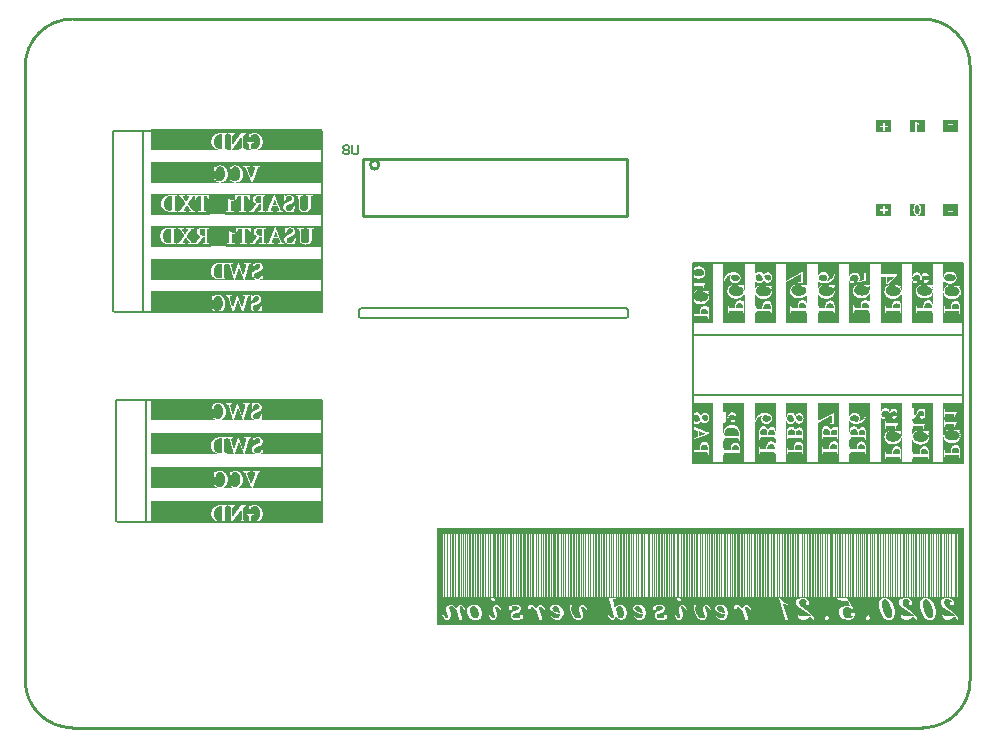
<source format=gbo>
G04*
G04 #@! TF.GenerationSoftware,Altium Limited,Altium Designer,18.1.9 (240)*
G04*
G04 Layer_Color=32896*
%FSLAX25Y25*%
%MOIN*%
G70*
G01*
G75*
%ADD10C,0.01000*%
%ADD18C,0.00600*%
G36*
X99495Y139752D02*
X64881D01*
X64922Y139760D01*
X64972D01*
X65097Y139777D01*
X65239Y139802D01*
X65406Y139835D01*
X65572Y139877D01*
X65739Y139943D01*
X65747D01*
X65755Y139952D01*
X65780Y139960D01*
X65814Y139977D01*
X65897Y140027D01*
X66005Y140085D01*
X66122Y140160D01*
X66255Y140260D01*
X66397Y140377D01*
X66530Y140501D01*
Y140510D01*
X66547Y140518D01*
X66588Y140568D01*
X66647Y140643D01*
X66730Y140743D01*
X66813Y140876D01*
X66905Y141026D01*
X66997Y141193D01*
X67080Y141384D01*
Y141393D01*
X67088Y141410D01*
X67097Y141435D01*
X67113Y141476D01*
X67130Y141526D01*
X67147Y141584D01*
X67163Y141651D01*
X67180Y141726D01*
X67213Y141901D01*
X67247Y142109D01*
X67272Y142326D01*
X67280Y142567D01*
Y142676D01*
X67272Y142734D01*
Y142801D01*
X67263Y142884D01*
X67255Y142967D01*
X67230Y143150D01*
X67197Y143350D01*
X67147Y143559D01*
X67080Y143758D01*
Y143767D01*
X67072Y143783D01*
X67055Y143808D01*
X67047Y143850D01*
X67022Y143900D01*
X66997Y143950D01*
X66938Y144075D01*
X66855Y144225D01*
X66763Y144375D01*
X66655Y144533D01*
X66530Y144683D01*
X66522Y144692D01*
X66514Y144700D01*
X66472Y144750D01*
X66397Y144817D01*
X66297Y144900D01*
X66172Y145000D01*
X66030Y145091D01*
X65880Y145191D01*
X65706Y145275D01*
X65697D01*
X65680Y145283D01*
X65655Y145291D01*
X65622Y145308D01*
X65580Y145325D01*
X65522Y145341D01*
X65397Y145383D01*
X65239Y145424D01*
X65064Y145458D01*
X64872Y145483D01*
X64673Y145491D01*
X64606D01*
X64531Y145483D01*
X64431Y145475D01*
X64323Y145466D01*
X64198Y145449D01*
X64073Y145416D01*
X63948Y145383D01*
X63931Y145375D01*
X63889Y145366D01*
X63823Y145341D01*
X63740Y145308D01*
X63648Y145266D01*
X63540Y145225D01*
X63315Y145100D01*
X63156Y145366D01*
X62848D01*
X62815Y143409D01*
X63131D01*
Y143425D01*
X63140Y143459D01*
X63156Y143517D01*
X63182Y143592D01*
X63206Y143684D01*
X63240Y143792D01*
X63281Y143900D01*
X63323Y144025D01*
X63331Y144042D01*
X63340Y144083D01*
X63365Y144142D01*
X63398Y144225D01*
X63440Y144317D01*
X63490Y144408D01*
X63548Y144508D01*
X63606Y144600D01*
X63615Y144608D01*
X63640Y144641D01*
X63681Y144692D01*
X63731Y144750D01*
X63798Y144817D01*
X63873Y144891D01*
X63964Y144958D01*
X64056Y145016D01*
X64065Y145025D01*
X64098Y145041D01*
X64156Y145066D01*
X64223Y145091D01*
X64306Y145116D01*
X64406Y145141D01*
X64514Y145158D01*
X64631Y145166D01*
X64698D01*
X64764Y145158D01*
X64856Y145141D01*
X64964Y145125D01*
X65081Y145091D01*
X65206Y145050D01*
X65331Y144991D01*
X65347Y144983D01*
X65381Y144958D01*
X65439Y144925D01*
X65514Y144866D01*
X65605Y144800D01*
X65697Y144717D01*
X65789Y144616D01*
X65880Y144500D01*
X65889Y144483D01*
X65914Y144442D01*
X65955Y144375D01*
X66005Y144283D01*
X66064Y144167D01*
X66122Y144033D01*
X66180Y143875D01*
X66230Y143700D01*
Y143692D01*
X66239Y143675D01*
Y143650D01*
X66247Y143617D01*
X66255Y143567D01*
X66272Y143517D01*
X66289Y143384D01*
X66314Y143225D01*
X66339Y143042D01*
X66347Y142842D01*
X66355Y142626D01*
Y142617D01*
Y142601D01*
Y142576D01*
Y142534D01*
Y142492D01*
X66347Y142434D01*
X66339Y142301D01*
X66322Y142151D01*
X66305Y141993D01*
X66272Y141818D01*
X66230Y141651D01*
Y141643D01*
X66222Y141634D01*
X66214Y141609D01*
X66205Y141576D01*
X66172Y141493D01*
X66130Y141393D01*
X66080Y141276D01*
X66014Y141143D01*
X65939Y141010D01*
X65847Y140885D01*
X65839Y140868D01*
X65805Y140826D01*
X65747Y140768D01*
X65680Y140693D01*
X65597Y140610D01*
X65497Y140526D01*
X65381Y140443D01*
X65264Y140368D01*
X65247Y140360D01*
X65206Y140343D01*
X65131Y140310D01*
X65039Y140277D01*
X64931Y140243D01*
X64798Y140210D01*
X64656Y140193D01*
X64506Y140185D01*
X64456D01*
X64398Y140193D01*
X64323D01*
X64231Y140210D01*
X64139Y140227D01*
X64039Y140243D01*
X63939Y140277D01*
X63931Y140285D01*
X63898Y140293D01*
X63848Y140318D01*
X63781Y140352D01*
X63706Y140385D01*
X63631Y140435D01*
X63481Y140543D01*
X63473Y140551D01*
X63448Y140577D01*
X63415Y140610D01*
X63365Y140651D01*
X63315Y140710D01*
X63257Y140776D01*
X63148Y140926D01*
X63140Y140935D01*
X63123Y140968D01*
X63098Y141010D01*
X63056Y141068D01*
X63023Y141143D01*
X62982Y141226D01*
X62898Y141410D01*
X62607Y141268D01*
Y141260D01*
X62623Y141235D01*
X62640Y141193D01*
X62665Y141135D01*
X62698Y141068D01*
X62740Y140993D01*
X62840Y140818D01*
X62965Y140627D01*
X63123Y140435D01*
X63290Y140252D01*
X63390Y140177D01*
X63490Y140102D01*
X63498D01*
X63515Y140085D01*
X63548Y140068D01*
X63590Y140043D01*
X63640Y140018D01*
X63706Y139993D01*
X63773Y139960D01*
X63856Y139927D01*
X63948Y139893D01*
X64048Y139860D01*
X64273Y139810D01*
X64523Y139769D01*
X64798Y139752D01*
X42495D01*
Y146752D01*
X99495D01*
Y139752D01*
D02*
G37*
G36*
X247349Y105362D02*
X247424D01*
X247507Y105354D01*
X247607Y105346D01*
X247715Y105338D01*
X247940Y105296D01*
X248174Y105246D01*
X248407Y105171D01*
X248515Y105121D01*
X248615Y105071D01*
X248623D01*
X248640Y105054D01*
X248665Y105038D01*
X248698Y105021D01*
X248782Y104954D01*
X248873Y104863D01*
X248965Y104754D01*
X249048Y104621D01*
X249082Y104546D01*
X249107Y104463D01*
X249123Y104379D01*
X249132Y104288D01*
Y104246D01*
X249123Y104213D01*
X249115Y104130D01*
X249082Y104021D01*
X249032Y103905D01*
X248965Y103780D01*
X248865Y103663D01*
X248798Y103605D01*
X248732Y103547D01*
X248723D01*
X248715Y103538D01*
X248690Y103522D01*
X248657Y103505D01*
X248615Y103480D01*
X248565Y103463D01*
X248515Y103438D01*
X248448Y103413D01*
X248290Y103355D01*
X248107Y103313D01*
X247882Y103280D01*
X247640Y103272D01*
X247632D01*
X247616D01*
X247582D01*
X247540Y103280D01*
X247482D01*
X247424Y103288D01*
X247282Y103305D01*
X247124Y103338D01*
X246949Y103388D01*
X246782Y103463D01*
X246633Y103555D01*
X246616Y103571D01*
X246574Y103605D01*
X246516Y103672D01*
X246449Y103763D01*
X246374Y103871D01*
X246316Y104005D01*
X246274Y104155D01*
X246266Y104238D01*
X246258Y104330D01*
Y104379D01*
X246266Y104438D01*
X246274Y104513D01*
X246283Y104596D01*
X246308Y104688D01*
X246333Y104788D01*
X246366Y104879D01*
X246374Y104888D01*
X246391Y104921D01*
X246416Y104971D01*
X246449Y105029D01*
X246499Y105104D01*
X246558Y105179D01*
X246633Y105262D01*
X246716Y105346D01*
X246732D01*
X246749D01*
X246774Y105354D01*
X246782D01*
X246808Y105362D01*
X246849D01*
X246907D01*
X246916D01*
X246949D01*
X246991D01*
X247041D01*
X247057D01*
X247091Y105371D01*
X247141D01*
X247199D01*
X247207D01*
X247241D01*
X247282D01*
X247349Y105362D01*
D02*
G37*
G36*
X246324Y105313D02*
X246291Y105279D01*
X246241Y105212D01*
X246183Y105129D01*
X246116Y105038D01*
X246058Y104929D01*
X245991Y104813D01*
X245941Y104696D01*
X245933Y104679D01*
X245924Y104646D01*
X245900Y104579D01*
X245883Y104496D01*
X245858Y104388D01*
X245833Y104271D01*
X245825Y104130D01*
X245816Y103988D01*
Y103930D01*
X245825Y103880D01*
X245833Y103830D01*
X245841Y103763D01*
X245875Y103613D01*
X245933Y103438D01*
X245974Y103347D01*
X246024Y103255D01*
X246075Y103163D01*
X246141Y103072D01*
X246216Y102980D01*
X246299Y102888D01*
X246308Y102880D01*
X246324Y102872D01*
X246349Y102847D01*
X246391Y102813D01*
X246433Y102780D01*
X246491Y102747D01*
X246566Y102705D01*
X246641Y102664D01*
X246724Y102614D01*
X246816Y102572D01*
X247032Y102505D01*
X247274Y102447D01*
X247407Y102439D01*
X247540Y102430D01*
X243734D01*
Y103147D01*
X244084Y103080D01*
X244150Y103422D01*
Y103430D01*
X244159Y103455D01*
X244175Y103505D01*
X244200Y103563D01*
X244225Y103630D01*
X244258Y103713D01*
X244300Y103796D01*
X244350Y103896D01*
X244458Y104105D01*
X244600Y104321D01*
X244758Y104530D01*
X244850Y104629D01*
X244950Y104721D01*
X244958Y104729D01*
X244975Y104746D01*
X245008Y104763D01*
X245050Y104796D01*
X245100Y104838D01*
X245166Y104879D01*
X245241Y104929D01*
X245325Y104979D01*
X245425Y105029D01*
X245525Y105079D01*
X245641Y105129D01*
X245758Y105179D01*
X245891Y105221D01*
X246033Y105262D01*
X246333Y105329D01*
X246324Y105313D01*
D02*
G37*
G36*
X250734Y89327D02*
X243734D01*
Y102430D01*
X247616D01*
X247674Y102439D01*
X247741Y102447D01*
X247824Y102455D01*
X247915Y102472D01*
X248007Y102497D01*
X248224Y102564D01*
X248332Y102605D01*
X248448Y102655D01*
X248565Y102714D01*
X248673Y102788D01*
X248782Y102872D01*
X248890Y102963D01*
X248898Y102972D01*
X248915Y102988D01*
X248940Y103022D01*
X248973Y103063D01*
X249015Y103113D01*
X249065Y103180D01*
X249115Y103247D01*
X249165Y103330D01*
X249215Y103430D01*
X249265Y103530D01*
X249315Y103638D01*
X249357Y103755D01*
X249390Y103880D01*
X249415Y104013D01*
X249431Y104155D01*
X249440Y104296D01*
Y102780D01*
Y104379D01*
X249431Y104438D01*
X249423Y104513D01*
X249407Y104596D01*
X249390Y104688D01*
X249365Y104796D01*
X249331Y104904D01*
X249290Y105013D01*
X249240Y105129D01*
X249182Y105246D01*
X249107Y105354D01*
X249023Y105462D01*
X248932Y105571D01*
X248823Y105671D01*
X248815Y105679D01*
X248798Y105696D01*
X248757Y105721D01*
X248715Y105754D01*
X248648Y105787D01*
X248573Y105837D01*
X248482Y105879D01*
X248382Y105929D01*
X248274Y105979D01*
X248149Y106020D01*
X248007Y106070D01*
X247857Y106104D01*
X247699Y106137D01*
X247532Y106162D01*
X247349Y106179D01*
X247157Y106187D01*
X247041D01*
X246982Y106179D01*
X246916D01*
X246832Y106170D01*
X246749Y106162D01*
X246549Y106137D01*
X246333Y106096D01*
X246108Y106045D01*
X245883Y105971D01*
X245875D01*
X245858Y105962D01*
X245825Y105946D01*
X245783Y105929D01*
X245733Y105912D01*
X245675Y105879D01*
X245533Y105812D01*
X245375Y105729D01*
X245200Y105621D01*
X245025Y105504D01*
X244858Y105362D01*
X244850Y105354D01*
X244842Y105346D01*
X244817Y105321D01*
X244783Y105296D01*
X244700Y105212D01*
X244600Y105096D01*
X244483Y104954D01*
X244367Y104796D01*
X244242Y104604D01*
X244125Y104404D01*
Y104396D01*
X244117Y104379D01*
X244100Y104346D01*
X244075Y104305D01*
X244059Y104255D01*
X244025Y104188D01*
X244000Y104113D01*
X243967Y104038D01*
X243900Y103846D01*
X243834Y103638D01*
X243775Y103397D01*
X243734Y103147D01*
Y106187D01*
X243734D01*
Y109327D01*
X250734D01*
Y89327D01*
D02*
G37*
G36*
X99613Y161352D02*
X67427D01*
Y161735D01*
X62304D01*
Y161352D01*
X42613D01*
Y168352D01*
X99613D01*
Y161352D01*
D02*
G37*
G36*
X300363Y199638D02*
X298570D01*
Y203495D01*
Y202529D01*
X298565D01*
X298554Y202540D01*
X298532Y202546D01*
X298504Y202562D01*
X298470Y202579D01*
X298432Y202601D01*
X298337Y202657D01*
X298226Y202718D01*
X298115Y202796D01*
X297999Y202884D01*
X297882Y202979D01*
X297877Y202984D01*
X297871Y202990D01*
X297854Y203007D01*
X297832Y203023D01*
X297782Y203079D01*
X297716Y203145D01*
X297649Y203223D01*
X297577Y203312D01*
X297516Y203400D01*
X297460Y203495D01*
X297155D01*
Y199638D01*
X295363D01*
Y203638D01*
X300363D01*
Y199638D01*
D02*
G37*
G36*
X297632Y202635D02*
X297660Y202612D01*
X297693Y202579D01*
X297749Y202540D01*
X297810Y202490D01*
X297888Y202435D01*
X297976Y202374D01*
X298076Y202313D01*
X298082D01*
X298088Y202307D01*
X298121Y202285D01*
X298176Y202257D01*
X298243Y202224D01*
X298321Y202185D01*
X298404Y202146D01*
X298487Y202107D01*
X298570Y202074D01*
Y199638D01*
X297627D01*
Y202640D01*
X297632Y202635D01*
D02*
G37*
G36*
X287443Y106916D02*
X287502D01*
X287568Y106908D01*
X287718Y106874D01*
X287727D01*
X287752Y106866D01*
X287793Y106858D01*
X287843Y106841D01*
X287960Y106783D01*
X288076Y106708D01*
X288085Y106699D01*
X288101Y106683D01*
X288126Y106658D01*
X288160Y106624D01*
X288201Y106574D01*
X288235Y106525D01*
X288276Y106458D01*
X288310Y106383D01*
X288318Y106375D01*
X288326Y106350D01*
X288343Y106300D01*
X288360Y106241D01*
X288376Y106166D01*
X288385Y106075D01*
X288401Y105975D01*
Y105358D01*
X288843D01*
Y105742D01*
X288851Y105775D01*
X288860Y105875D01*
X288876Y105991D01*
X288918Y106116D01*
X288968Y106241D01*
X289034Y106358D01*
X289134Y106458D01*
X289151Y106466D01*
X289193Y106500D01*
X289259Y106533D01*
X289351Y106583D01*
X289476Y106624D01*
X289634Y106666D01*
X289809Y106691D01*
X290017Y106699D01*
X290026D01*
X290042D01*
X290067D01*
X290101D01*
X290184Y106691D01*
X290292Y106675D01*
X290409Y106641D01*
X290526Y106599D01*
X290642Y106541D01*
X290742Y106466D01*
X290750Y106458D01*
X290784Y106424D01*
X290825Y106375D01*
X290867Y106300D01*
X290917Y106208D01*
X290950Y106100D01*
X290984Y105975D01*
X290992Y105825D01*
Y105758D01*
X290984Y105708D01*
X290975Y105600D01*
X290942Y105492D01*
Y105483D01*
X290934Y105475D01*
X290909Y105417D01*
X290875Y105350D01*
X290842Y105283D01*
X290834Y105267D01*
X290809Y105225D01*
X290775Y105175D01*
X290725Y105125D01*
X290717Y105117D01*
X290692Y105092D01*
X290659Y105058D01*
X290625Y105033D01*
X290617D01*
X290609Y105042D01*
X290575D01*
X290542Y105050D01*
X290500Y105058D01*
X290451Y105075D01*
X290325Y105100D01*
X290317D01*
X290292Y105108D01*
X290259Y105117D01*
X290217Y105125D01*
X290101Y105133D01*
X289984Y105142D01*
X289976D01*
X289959D01*
X289934Y105133D01*
X289901Y105125D01*
X289859Y105108D01*
X289817Y105092D01*
X289767Y105058D01*
X289726Y105017D01*
X289718Y105008D01*
X289709Y104992D01*
X289692Y104967D01*
X289676Y104925D01*
X289651Y104875D01*
X289634Y104817D01*
X289626Y104742D01*
X289617Y104659D01*
Y104625D01*
X289626Y104592D01*
X289634Y104542D01*
X289651Y104492D01*
X289676Y104442D01*
X289709Y104400D01*
X289759Y104359D01*
X289767D01*
X289784Y104342D01*
X289817Y104334D01*
X289859Y104317D01*
X289909Y104300D01*
X289967Y104284D01*
X290034Y104275D01*
X290101Y104267D01*
X290109D01*
X290134D01*
X290176Y104275D01*
X290226Y104284D01*
X290292Y104292D01*
X290359Y104317D01*
X290434Y104342D01*
X290509Y104375D01*
X290517Y104384D01*
X290542Y104392D01*
X290584Y104425D01*
X290634Y104459D01*
X290692Y104509D01*
X290759Y104559D01*
X290834Y104634D01*
X290900Y104709D01*
X290909Y104717D01*
X290934Y104750D01*
X290967Y104792D01*
X291009Y104859D01*
X291050Y104934D01*
X291100Y105025D01*
X291150Y105125D01*
X291192Y105242D01*
X291200Y105258D01*
X291209Y105300D01*
X291225Y105367D01*
X291250Y105450D01*
X291275Y105558D01*
X291292Y105683D01*
X291300Y105825D01*
X291308Y105975D01*
Y104067D01*
X286769D01*
X286802Y104076D01*
X286852D01*
X286960Y104109D01*
X287018Y104125D01*
X287077Y104159D01*
X287085Y104167D01*
X287102Y104175D01*
X287127Y104200D01*
X287152Y104234D01*
X287177Y104267D01*
X287202Y104317D01*
X287218Y104384D01*
X287227Y104450D01*
Y104492D01*
X287218Y104534D01*
X287210Y104584D01*
X287177Y104700D01*
X287152Y104759D01*
X287110Y104808D01*
X287102Y104817D01*
X287093Y104825D01*
X287069Y104850D01*
X287035Y104875D01*
X286952Y104917D01*
X286910Y104925D01*
X286852Y104934D01*
X286844D01*
X286827D01*
X286802D01*
X286769Y104925D01*
X286727D01*
X286677Y104917D01*
X286544Y104892D01*
X286535D01*
X286510Y104884D01*
X286477Y104875D01*
X286435Y104867D01*
X286344Y104850D01*
X286302Y104833D01*
X286269Y104825D01*
X286261Y104833D01*
X286244Y104850D01*
X286219Y104875D01*
X286177Y104917D01*
X286169Y104934D01*
X286144Y104967D01*
X286111Y105025D01*
X286077Y105100D01*
Y105108D01*
X286069Y105125D01*
X286061Y105150D01*
X286044Y105183D01*
X286011Y105258D01*
X285986Y105358D01*
Y105367D01*
X285977Y105383D01*
X285969Y105417D01*
Y105458D01*
X285961Y105508D01*
X285952Y105575D01*
X285944Y105650D01*
Y105783D01*
X285952Y105825D01*
Y105883D01*
X285961Y105950D01*
X285977Y106025D01*
X286027Y106183D01*
Y106191D01*
X286044Y106216D01*
X286061Y106258D01*
X286086Y106308D01*
X286119Y106366D01*
X286160Y106433D01*
X286219Y106500D01*
X286277Y106558D01*
X286285Y106566D01*
X286311Y106583D01*
X286344Y106616D01*
X286394Y106658D01*
X286452Y106699D01*
X286527Y106741D01*
X286610Y106783D01*
X286694Y106824D01*
X286702Y106833D01*
X286735Y106841D01*
X286785Y106858D01*
X286860Y106874D01*
X286944Y106891D01*
X287052Y106908D01*
X287177Y106924D01*
X287310D01*
X287318D01*
X287343D01*
X287385D01*
X287443Y106916D01*
D02*
G37*
G36*
X285636Y105567D02*
Y105483D01*
X285652Y105375D01*
X285669Y105267D01*
X285686Y105150D01*
X285719Y105033D01*
X285727Y105017D01*
X285736Y104983D01*
X285761Y104925D01*
X285786Y104859D01*
X285819Y104775D01*
X285861Y104692D01*
X285969Y104517D01*
X285977Y104509D01*
X285994Y104484D01*
X286027Y104442D01*
X286069Y104392D01*
X286119Y104342D01*
X286186Y104284D01*
X286252Y104234D01*
X286327Y104184D01*
X286335Y104175D01*
X286361Y104167D01*
X286402Y104150D01*
X286452Y104125D01*
X286519Y104101D01*
X286585Y104084D01*
X286660Y104076D01*
X286735Y104067D01*
X285627D01*
Y105641D01*
X285636Y105567D01*
D02*
G37*
G36*
X292641Y89327D02*
X285627D01*
Y104067D01*
X291308D01*
Y106058D01*
X291300Y106141D01*
X291292Y106250D01*
X291275Y106375D01*
X291250Y106508D01*
X291217Y106633D01*
X291167Y106758D01*
X291159Y106774D01*
X291142Y106808D01*
X291109Y106866D01*
X291075Y106941D01*
X291025Y107016D01*
X290967Y107099D01*
X290900Y107174D01*
X290825Y107249D01*
X290817Y107257D01*
X290792Y107274D01*
X290750Y107308D01*
X290700Y107349D01*
X290634Y107383D01*
X290567Y107424D01*
X290492Y107457D01*
X290409Y107491D01*
X290401D01*
X290375Y107499D01*
X290334Y107516D01*
X290284Y107524D01*
X290167Y107549D01*
X290042Y107557D01*
X290034D01*
X290009D01*
X289967D01*
X289917Y107549D01*
X289859Y107541D01*
X289792Y107532D01*
X289651Y107499D01*
X289643D01*
X289617Y107491D01*
X289584Y107474D01*
X289534Y107457D01*
X289418Y107407D01*
X289293Y107324D01*
X289284Y107316D01*
X289259Y107299D01*
X289226Y107266D01*
X289184Y107224D01*
X289134Y107174D01*
X289076Y107108D01*
X289018Y107041D01*
X288959Y106958D01*
X288951Y106949D01*
X288934Y106916D01*
X288909Y106874D01*
X288876Y106808D01*
X288835Y106724D01*
X288793Y106633D01*
X288751Y106525D01*
X288718Y106408D01*
X288660D01*
Y106449D01*
X288651Y106491D01*
X288643Y106550D01*
X288626Y106616D01*
X288610Y106691D01*
X288560Y106866D01*
Y106874D01*
X288543Y106908D01*
X288526Y106958D01*
X288501Y107016D01*
X288468Y107083D01*
X288435Y107158D01*
X288335Y107308D01*
X288326Y107316D01*
X288310Y107341D01*
X288268Y107383D01*
X288226Y107432D01*
X288168Y107483D01*
X288093Y107541D01*
X288018Y107599D01*
X287927Y107649D01*
X287918Y107657D01*
X287885Y107674D01*
X287826Y107691D01*
X287752Y107716D01*
X287660Y107741D01*
X287552Y107766D01*
X287435Y107774D01*
X287293Y107782D01*
X287227D01*
X287169Y107774D01*
X287110Y107766D01*
X287035Y107749D01*
X286960Y107732D01*
X286869Y107707D01*
X286777Y107674D01*
X286677Y107632D01*
X286577Y107591D01*
X286477Y107532D01*
X286377Y107457D01*
X286277Y107383D01*
X286186Y107291D01*
X286094Y107183D01*
X286086Y107174D01*
X286077Y107158D01*
X286052Y107124D01*
X286019Y107074D01*
X285986Y107016D01*
X285944Y106949D01*
X285902Y106866D01*
X285861Y106774D01*
X285819Y106675D01*
X285777Y106558D01*
X285736Y106441D01*
X285702Y106308D01*
X285669Y106166D01*
X285644Y106016D01*
X285636Y105866D01*
X285627Y105700D01*
Y107782D01*
D01*
Y109327D01*
X292641D01*
Y89327D01*
D02*
G37*
G36*
X259114Y150517D02*
X259105Y150426D01*
Y150317D01*
X259097Y150284D01*
Y150242D01*
X259072Y150126D01*
X259030Y150009D01*
Y150001D01*
X259022Y149992D01*
X259005Y149967D01*
X258980Y149934D01*
X258947Y149901D01*
X258897Y149867D01*
X258847Y149826D01*
X258772Y149793D01*
X258764D01*
X258739Y149776D01*
X258689Y149759D01*
X258630Y149742D01*
X258555Y149717D01*
X258464Y149692D01*
X258364Y149668D01*
X258247Y149651D01*
Y149418D01*
X254207D01*
Y149809D01*
X259114Y152391D01*
Y150517D01*
D02*
G37*
G36*
X261221Y136290D02*
X254207D01*
Y149418D01*
X259763D01*
Y153050D01*
X259505D01*
X254207Y150292D01*
Y153050D01*
D01*
Y156290D01*
X261221D01*
Y136290D01*
D02*
G37*
G36*
X287893Y149543D02*
Y151633D01*
X290417D01*
X287893Y149543D01*
D02*
G37*
G36*
X292641Y136290D02*
X285627D01*
Y149159D01*
X285970D01*
X285627D01*
Y151633D01*
X287385D01*
Y149159D01*
X291283D01*
X287977D01*
X291283Y151867D01*
Y152375D01*
X287893D01*
Y153158D01*
X286068D01*
X287385D01*
Y152375D01*
X285627D01*
Y153158D01*
D01*
Y156290D01*
X292641D01*
Y136290D01*
D02*
G37*
G36*
X258747Y105346D02*
X258855Y105329D01*
X258980Y105296D01*
X259105Y105246D01*
X259230Y105171D01*
X259347Y105079D01*
X259363Y105063D01*
X259397Y105029D01*
X259438Y104971D01*
X259497Y104888D01*
X259555Y104779D01*
X259597Y104654D01*
X259630Y104521D01*
X259647Y104363D01*
Y104288D01*
X259630Y104213D01*
X259613Y104105D01*
X259580Y103996D01*
X259530Y103871D01*
X259455Y103755D01*
X259363Y103647D01*
X259347Y103638D01*
X259314Y103605D01*
X259255Y103563D01*
X259172Y103513D01*
X259064Y103455D01*
X258947Y103413D01*
X258805Y103380D01*
X258655Y103372D01*
X258647D01*
X258639D01*
X258589Y103380D01*
X258514Y103388D01*
X258422Y103413D01*
X258314Y103447D01*
X258197Y103505D01*
X258081Y103580D01*
X257972Y103688D01*
X257956Y103705D01*
X257947Y103721D01*
X257922Y103746D01*
X257897Y103788D01*
X257864Y103830D01*
X257831Y103888D01*
X257789Y103946D01*
X257747Y104021D01*
X257706Y104105D01*
X257656Y104196D01*
X257597Y104296D01*
X257547Y104413D01*
X257489Y104530D01*
X257431Y104671D01*
X257373Y104813D01*
X257381Y104829D01*
X257406Y104863D01*
X257448Y104913D01*
X257506Y104971D01*
X257573Y105046D01*
X257656Y105113D01*
X257747Y105179D01*
X257856Y105229D01*
X257872Y105237D01*
X257914Y105254D01*
X257972Y105271D01*
X258064Y105296D01*
X258172Y105321D01*
X258289Y105346D01*
X258431Y105354D01*
X258580Y105362D01*
X258589D01*
X258605D01*
X258630D01*
X258655D01*
X258747Y105346D01*
D02*
G37*
G36*
X255690Y105521D02*
X255748Y105512D01*
X255815Y105504D01*
X255890Y105487D01*
X255965Y105454D01*
X256031Y105421D01*
X256040Y105412D01*
X256065Y105404D01*
X256098Y105379D01*
X256140Y105346D01*
X256190Y105304D01*
X256248Y105246D01*
X256306Y105187D01*
X256365Y105121D01*
X256373Y105113D01*
X256390Y105088D01*
X256423Y105046D01*
X256456Y104979D01*
X256506Y104904D01*
X256556Y104813D01*
X256614Y104713D01*
X256673Y104588D01*
X256681Y104571D01*
X256698Y104530D01*
X256731Y104463D01*
X256773Y104371D01*
X256823Y104263D01*
X256881Y104138D01*
X256939Y104005D01*
X256998Y103863D01*
X256989Y103846D01*
X256964Y103805D01*
X256914Y103738D01*
X256856Y103655D01*
X256781Y103563D01*
X256698Y103472D01*
X256598Y103388D01*
X256481Y103313D01*
X256465Y103305D01*
X256431Y103288D01*
X256365Y103263D01*
X256281Y103230D01*
X256173Y103197D01*
X256056Y103172D01*
X255923Y103155D01*
X255782Y103147D01*
X255773D01*
X255756D01*
X255723D01*
X255690Y103155D01*
X255640D01*
X255582Y103163D01*
X255457Y103188D01*
X255307Y103230D01*
X255157Y103288D01*
X255007Y103372D01*
X254865Y103480D01*
X254849Y103497D01*
X254815Y103538D01*
X254757Y103613D01*
X254699Y103713D01*
X254632Y103838D01*
X254574Y103996D01*
X254540Y104171D01*
X254524Y104363D01*
Y104413D01*
X254532Y104455D01*
X254540Y104546D01*
X254565Y104671D01*
X254599Y104804D01*
X254649Y104946D01*
X254724Y105088D01*
X254824Y105212D01*
X254840Y105229D01*
X254882Y105262D01*
X254948Y105313D01*
X255040Y105371D01*
X255149Y105429D01*
X255282Y105479D01*
X255440Y105512D01*
X255607Y105529D01*
X255615D01*
X255648D01*
X255690Y105521D01*
D02*
G37*
G36*
X261207Y89327D02*
X254207D01*
Y102389D01*
X254437D01*
X254207D01*
Y104180D01*
X254216Y104121D01*
X254224Y104046D01*
X254232Y103963D01*
X254240Y103871D01*
X254257Y103771D01*
X254307Y103555D01*
X254390Y103330D01*
X254432Y103213D01*
X254490Y103105D01*
X254557Y102997D01*
X254632Y102897D01*
X254640Y102888D01*
X254649Y102872D01*
X254674Y102847D01*
X254707Y102822D01*
X254749Y102780D01*
X254799Y102738D01*
X254865Y102689D01*
X254932Y102647D01*
X255090Y102547D01*
X255273Y102472D01*
X255382Y102439D01*
X255490Y102414D01*
X255607Y102397D01*
X255732Y102389D01*
X255782D01*
X255815Y102397D01*
X255907Y102405D01*
X256023Y102430D01*
X256156Y102464D01*
X256298Y102514D01*
X256431Y102589D01*
X256565Y102689D01*
X256581Y102705D01*
X256623Y102747D01*
X256681Y102813D01*
X256765Y102913D01*
X256848Y103038D01*
X256948Y103197D01*
X257039Y103380D01*
X257131Y103588D01*
Y103580D01*
X257148Y103563D01*
X257156Y103538D01*
X257181Y103505D01*
X257239Y103422D01*
X257306Y103313D01*
X257398Y103197D01*
X257498Y103072D01*
X257614Y102955D01*
X257731Y102855D01*
X257747Y102847D01*
X257789Y102822D01*
X257856Y102780D01*
X257947Y102738D01*
X258056Y102689D01*
X258181Y102655D01*
X258322Y102622D01*
X258472Y102614D01*
X258481D01*
X258497D01*
X258530D01*
X258580Y102622D01*
X258630Y102630D01*
X258697Y102639D01*
X258839Y102680D01*
X259005Y102747D01*
X259097Y102788D01*
X259189Y102839D01*
X259272Y102897D01*
X259363Y102972D01*
X259447Y103055D01*
X259530Y103147D01*
X259538Y103155D01*
X259547Y103172D01*
X259572Y103205D01*
X259597Y103238D01*
X259630Y103297D01*
X259663Y103355D01*
X259705Y103430D01*
X259747Y103505D01*
X259780Y103596D01*
X259822Y103697D01*
X259888Y103913D01*
X259938Y104155D01*
X259946Y104288D01*
X259955Y104421D01*
Y102589D01*
Y104496D01*
X259946Y104546D01*
Y104613D01*
X259930Y104679D01*
X259922Y104763D01*
X259905Y104854D01*
X259855Y105046D01*
X259780Y105246D01*
X259738Y105346D01*
X259680Y105446D01*
X259622Y105537D01*
X259547Y105629D01*
X259538Y105637D01*
X259530Y105646D01*
X259505Y105671D01*
X259472Y105704D01*
X259388Y105779D01*
X259272Y105862D01*
X259122Y105946D01*
X258955Y106020D01*
X258755Y106079D01*
X258647Y106087D01*
X258539Y106096D01*
X258522D01*
X258472D01*
X258397Y106079D01*
X258306Y106062D01*
X258189Y106029D01*
X258072Y105987D01*
X257939Y105921D01*
X257806Y105837D01*
X257789Y105829D01*
X257747Y105787D01*
X257681Y105729D01*
X257606Y105646D01*
X257514Y105537D01*
X257414Y105412D01*
X257323Y105262D01*
X257231Y105088D01*
Y105096D01*
X257223Y105113D01*
X257206Y105146D01*
X257181Y105196D01*
X257156Y105246D01*
X257123Y105304D01*
X257056Y105446D01*
X256964Y105596D01*
X256856Y105746D01*
X256748Y105896D01*
X256681Y105954D01*
X256623Y106012D01*
X256606Y106029D01*
X256565Y106062D01*
X256490Y106104D01*
X256398Y106162D01*
X256273Y106212D01*
X256131Y106262D01*
X255965Y106295D01*
X255782Y106304D01*
X259955D01*
X255723D01*
X255673Y106295D01*
X255615Y106287D01*
X255557Y106270D01*
X255407Y106237D01*
X255232Y106162D01*
X255140Y106121D01*
X255040Y106062D01*
X254948Y106004D01*
X254857Y105921D01*
X254765Y105837D01*
X254674Y105737D01*
X254665Y105729D01*
X254657Y105712D01*
X254632Y105679D01*
X254599Y105637D01*
X254565Y105579D01*
X254524Y105512D01*
X254482Y105437D01*
X254440Y105346D01*
X254399Y105246D01*
X254357Y105129D01*
X254315Y105013D01*
X254282Y104879D01*
X254249Y104738D01*
X254224Y104588D01*
X254216Y104429D01*
X254207Y104263D01*
Y106304D01*
D01*
Y109327D01*
X261207D01*
Y89327D01*
D02*
G37*
G36*
X300363Y171924D02*
X299117D01*
Y171929D01*
Y171924D01*
X297918D01*
X297957Y171929D01*
X298002Y171935D01*
X298057Y171946D01*
X298118Y171957D01*
X298185Y171974D01*
X298251Y171996D01*
X298323Y172018D01*
X298395Y172052D01*
X298468Y172090D01*
X298540Y172135D01*
X298612Y172190D01*
X298679Y172251D01*
X298740Y172318D01*
X298745Y172323D01*
X298756Y172340D01*
X298773Y172368D01*
X298801Y172412D01*
X298828Y172462D01*
X298856Y172529D01*
X298895Y172607D01*
X298928Y172695D01*
X298962Y172795D01*
X298995Y172912D01*
X299028Y173039D01*
X299056Y173184D01*
X299084Y173339D01*
X299100Y173506D01*
X299112Y173689D01*
X299117Y173883D01*
Y173184D01*
Y173994D01*
X299112Y174055D01*
Y174122D01*
X299106Y174194D01*
X299100Y174277D01*
X299084Y174449D01*
X299056Y174632D01*
X299023Y174815D01*
X299001Y174899D01*
X298978Y174982D01*
Y174987D01*
X298973Y174998D01*
X298962Y175021D01*
X298951Y175048D01*
X298939Y175087D01*
X298917Y175126D01*
X298873Y175221D01*
X298817Y175320D01*
X298745Y175426D01*
X298662Y175531D01*
X298562Y175620D01*
X298556D01*
X298551Y175631D01*
X298534Y175642D01*
X298512Y175653D01*
X298484Y175676D01*
X298451Y175692D01*
X298368Y175737D01*
X298268Y175776D01*
X298151Y175814D01*
X298013Y175837D01*
X297863Y175848D01*
X299117D01*
X296608D01*
X297813D01*
X297752Y175842D01*
X297680Y175831D01*
X297596Y175814D01*
X297508Y175792D01*
X297413Y175764D01*
X297324Y175720D01*
X297319D01*
X297313Y175715D01*
X297286Y175698D01*
X297241Y175670D01*
X297186Y175631D01*
X297125Y175576D01*
X297058Y175515D01*
X296997Y175443D01*
X296936Y175359D01*
X296930Y175348D01*
X296908Y175320D01*
X296886Y175270D01*
X296847Y175198D01*
X296814Y175115D01*
X296769Y175021D01*
X296730Y174910D01*
X296697Y174788D01*
Y174782D01*
X296692Y174771D01*
X296686Y174754D01*
X296681Y174727D01*
X296675Y174693D01*
X296670Y174654D01*
X296658Y174604D01*
X296653Y174549D01*
X296642Y174488D01*
X296636Y174421D01*
X296631Y174344D01*
X296620Y174266D01*
X296614Y174177D01*
Y174088D01*
X296608Y173988D01*
D01*
D01*
Y173772D01*
X296614Y173711D01*
Y173644D01*
X296620Y173572D01*
X296625Y173495D01*
X296642Y173317D01*
X296670Y173134D01*
X296703Y172956D01*
X296725Y172873D01*
X296753Y172790D01*
Y172784D01*
X296758Y172773D01*
X296769Y172751D01*
X296780Y172723D01*
X296792Y172684D01*
X296814Y172645D01*
X296858Y172551D01*
X296914Y172451D01*
X296986Y172340D01*
X297069Y172240D01*
X297169Y172146D01*
X297175D01*
X297180Y172135D01*
X297197Y172124D01*
X297219Y172113D01*
X297247Y172096D01*
X297274Y172074D01*
X297358Y172035D01*
X297458Y171996D01*
X297574Y171957D01*
X297713Y171935D01*
X297863Y171924D01*
X296608D01*
D01*
X295363D01*
Y175924D01*
X300363D01*
Y171924D01*
D02*
G37*
G36*
X297924Y175454D02*
X297985Y175443D01*
X298057Y175426D01*
X298140Y175393D01*
X298229Y175343D01*
X298273Y175309D01*
X298318Y175276D01*
X298357Y175232D01*
X298395Y175182D01*
Y175176D01*
X298407Y175165D01*
X298418Y175143D01*
X298434Y175115D01*
X298451Y175071D01*
X298473Y175021D01*
X298490Y174960D01*
X298512Y174888D01*
X298534Y174804D01*
X298556Y174710D01*
X298579Y174604D01*
X298595Y174488D01*
X298612Y174355D01*
X298623Y174210D01*
X298629Y174055D01*
X298634Y173883D01*
Y173872D01*
Y173844D01*
Y173794D01*
X298629Y173728D01*
Y173655D01*
X298623Y173567D01*
X298618Y173472D01*
X298606Y173372D01*
X298579Y173156D01*
X298562Y173050D01*
X298540Y172951D01*
X298518Y172856D01*
X298484Y172767D01*
X298451Y172690D01*
X298412Y172623D01*
Y172618D01*
X298401Y172612D01*
X298373Y172573D01*
X298323Y172523D01*
X298262Y172468D01*
X298179Y172412D01*
X298085Y172362D01*
X297979Y172323D01*
X297924Y172318D01*
X297863Y172312D01*
X297829D01*
X297807Y172318D01*
X297752Y172329D01*
X297674Y172351D01*
X297591Y172390D01*
X297496Y172445D01*
X297452Y172479D01*
X297408Y172523D01*
X297363Y172568D01*
X297319Y172623D01*
Y172629D01*
X297308Y172640D01*
X297297Y172656D01*
X297286Y172684D01*
X297263Y172723D01*
X297247Y172773D01*
X297224Y172828D01*
X297202Y172895D01*
X297186Y172978D01*
X297163Y173067D01*
X297141Y173173D01*
X297125Y173284D01*
X297113Y173417D01*
X297102Y173556D01*
X297091Y173711D01*
Y173883D01*
Y173889D01*
Y173894D01*
Y173922D01*
Y173972D01*
X297097Y174038D01*
Y174110D01*
X297102Y174199D01*
X297108Y174294D01*
X297119Y174399D01*
X297147Y174610D01*
X297163Y174715D01*
X297186Y174815D01*
X297208Y174910D01*
X297241Y174998D01*
X297274Y175076D01*
X297313Y175143D01*
Y175148D01*
X297324Y175154D01*
X297336Y175171D01*
X297352Y175193D01*
X297402Y175243D01*
X297463Y175304D01*
X297546Y175359D01*
X297641Y175409D01*
X297691Y175431D01*
X297746Y175448D01*
X297807Y175454D01*
X297868Y175459D01*
X297902D01*
X297924Y175454D01*
D02*
G37*
G36*
X301840Y98278D02*
X301832Y98353D01*
X301824Y98453D01*
X301815Y98561D01*
X301799Y98686D01*
X301765Y98811D01*
X301732Y98936D01*
X301724Y98953D01*
X301715Y98994D01*
X301690Y99061D01*
X301657Y99144D01*
X301615Y99236D01*
X301574Y99344D01*
X301449Y99569D01*
X301715Y99727D01*
Y100035D01*
X299758Y100069D01*
Y99752D01*
X299774D01*
X299808Y99744D01*
X299866Y99727D01*
X299941Y99702D01*
X300033Y99677D01*
X300141Y99644D01*
X300249Y99602D01*
X300374Y99561D01*
X300391Y99552D01*
X300432Y99544D01*
X300491Y99519D01*
X300574Y99486D01*
X300666Y99444D01*
X300757Y99394D01*
X300857Y99336D01*
X300949Y99277D01*
X300957Y99269D01*
X300991Y99244D01*
X301041Y99202D01*
X301099Y99152D01*
X301166Y99086D01*
X301240Y99011D01*
X301307Y98919D01*
X301365Y98828D01*
X301374Y98819D01*
X301390Y98786D01*
X301415Y98728D01*
X301440Y98661D01*
X301465Y98578D01*
X301490Y98478D01*
X301507Y98369D01*
X301515Y98253D01*
Y98186D01*
X301507Y98119D01*
X301490Y98028D01*
X301474Y97920D01*
X301440Y97803D01*
X301399Y97678D01*
X301340Y97553D01*
X301332Y97536D01*
X301307Y97503D01*
X301274Y97445D01*
X301216Y97370D01*
X301149Y97278D01*
X301065Y97187D01*
X300966Y97095D01*
X300849Y97003D01*
X300832Y96995D01*
X300791Y96970D01*
X300724Y96928D01*
X300632Y96878D01*
X300516Y96820D01*
X300382Y96762D01*
X300224Y96703D01*
X300049Y96653D01*
X300041D01*
X300024Y96645D01*
X299999D01*
X299966Y96637D01*
X299916Y96628D01*
X299866Y96612D01*
X299733Y96595D01*
X299574Y96570D01*
X299391Y96545D01*
X299191Y96537D01*
X298975Y96529D01*
X298966D01*
X298950D01*
X298925D01*
X298883D01*
X298841D01*
X298783Y96537D01*
X298650Y96545D01*
X298500Y96562D01*
X298342Y96579D01*
X298167Y96612D01*
X298000Y96653D01*
X297992D01*
X297983Y96662D01*
X297958Y96670D01*
X297925Y96678D01*
X297842Y96712D01*
X297742Y96753D01*
X297625Y96803D01*
X297492Y96870D01*
X297359Y96945D01*
X297234Y97037D01*
X297217Y97045D01*
X297175Y97078D01*
X297117Y97137D01*
X297042Y97203D01*
X296959Y97286D01*
X296876Y97386D01*
X296792Y97503D01*
X296717Y97620D01*
X296709Y97636D01*
X296692Y97678D01*
X296659Y97753D01*
X296626Y97845D01*
X296592Y97953D01*
X296559Y98086D01*
X296542Y98228D01*
X296534Y98378D01*
Y98428D01*
X296542Y98486D01*
Y98561D01*
X296559Y98653D01*
X296576Y98744D01*
X296592Y98844D01*
X296626Y98944D01*
X296634Y98953D01*
X296642Y98986D01*
X296667Y99036D01*
X296701Y99102D01*
X296734Y99177D01*
X296784Y99252D01*
X296892Y99402D01*
X296901Y99411D01*
X296925Y99436D01*
X296959Y99469D01*
X297001Y99519D01*
X297059Y99569D01*
X297125Y99627D01*
X297275Y99736D01*
X297284Y99744D01*
X297317Y99761D01*
X297359Y99786D01*
X297417Y99827D01*
X297492Y99861D01*
X297575Y99902D01*
X297759Y99985D01*
X297617Y100277D01*
X301840D01*
Y98278D01*
D02*
G37*
G36*
Y95604D02*
X299025D01*
X299083Y95612D01*
X299150D01*
X299233Y95621D01*
X299316Y95629D01*
X299500Y95654D01*
X299699Y95687D01*
X299908Y95737D01*
X300108Y95804D01*
X300116D01*
X300133Y95812D01*
X300158Y95829D01*
X300199Y95837D01*
X300249Y95862D01*
X300299Y95887D01*
X300424Y95945D01*
X300574Y96029D01*
X300724Y96120D01*
X300882Y96229D01*
X301032Y96354D01*
X301041Y96362D01*
X301049Y96370D01*
X301099Y96412D01*
X301166Y96487D01*
X301249Y96587D01*
X301349Y96712D01*
X301440Y96853D01*
X301540Y97003D01*
X301624Y97178D01*
Y97187D01*
X301632Y97203D01*
X301640Y97228D01*
X301657Y97262D01*
X301674Y97303D01*
X301690Y97361D01*
X301732Y97487D01*
X301774Y97645D01*
X301807Y97820D01*
X301832Y98011D01*
X301840Y98211D01*
Y95604D01*
D02*
G37*
G36*
X296109Y97961D02*
Y97911D01*
X296126Y97786D01*
X296151Y97645D01*
X296184Y97478D01*
X296226Y97312D01*
X296292Y97145D01*
Y97137D01*
X296301Y97128D01*
X296309Y97103D01*
X296326Y97070D01*
X296376Y96987D01*
X296434Y96878D01*
X296509Y96762D01*
X296609Y96628D01*
X296726Y96487D01*
X296851Y96354D01*
X296859D01*
X296867Y96337D01*
X296917Y96295D01*
X296992Y96237D01*
X297092Y96154D01*
X297225Y96070D01*
X297375Y95979D01*
X297542Y95887D01*
X297733Y95804D01*
X297742D01*
X297759Y95796D01*
X297783Y95787D01*
X297825Y95771D01*
X297875Y95754D01*
X297933Y95737D01*
X298000Y95720D01*
X298075Y95704D01*
X298250Y95670D01*
X298458Y95637D01*
X298675Y95612D01*
X298916Y95604D01*
X296101D01*
Y98003D01*
X296109Y97961D01*
D02*
G37*
G36*
X303101Y89327D02*
X296101D01*
Y95604D01*
X301840D01*
Y100277D01*
X297609D01*
X297584Y100260D01*
X297542Y100244D01*
X297484Y100219D01*
X297417Y100185D01*
X297342Y100144D01*
X297167Y100044D01*
X296975Y99919D01*
X296784Y99761D01*
X296601Y99594D01*
X296526Y99494D01*
X296451Y99394D01*
Y99386D01*
X296434Y99369D01*
X296417Y99336D01*
X296392Y99294D01*
X296367Y99244D01*
X296342Y99177D01*
X296309Y99111D01*
X296276Y99028D01*
X296242Y98936D01*
X296209Y98836D01*
X296159Y98611D01*
X296117Y98361D01*
X296101Y98086D01*
Y100277D01*
D01*
Y109327D01*
X303101D01*
Y89327D01*
D02*
G37*
G36*
X99613Y150552D02*
X78002D01*
X78069Y150560D01*
X78161Y150568D01*
X78277Y150577D01*
X78402Y150602D01*
X78535Y150627D01*
X78669Y150660D01*
X78685Y150668D01*
X78727Y150685D01*
X78802Y150702D01*
X78885Y150735D01*
X78985Y150777D01*
X79094Y150827D01*
X79202Y150877D01*
X79310Y150935D01*
X79468Y150660D01*
X79777D01*
X79827Y152534D01*
X79510D01*
X79502Y152518D01*
X79493Y152476D01*
X79477Y152409D01*
X79452Y152326D01*
X79418Y152226D01*
X79377Y152118D01*
X79294Y151901D01*
X79285Y151893D01*
X79268Y151851D01*
X79243Y151801D01*
X79202Y151735D01*
X79152Y151651D01*
X79085Y151568D01*
X79019Y151476D01*
X78944Y151385D01*
X78935Y151376D01*
X78910Y151351D01*
X78869Y151310D01*
X78810Y151260D01*
X78744Y151201D01*
X78660Y151143D01*
X78577Y151077D01*
X78477Y151027D01*
X78469Y151018D01*
X78427Y151010D01*
X78377Y150985D01*
X78302Y150960D01*
X78211Y150935D01*
X78102Y150918D01*
X77986Y150902D01*
X77852Y150893D01*
X77761D01*
X77694Y150902D01*
X77619Y150910D01*
X77544Y150918D01*
X77394Y150960D01*
X77386D01*
X77361Y150977D01*
X77328Y150985D01*
X77278Y151010D01*
X77169Y151068D01*
X77069Y151152D01*
X77061Y151160D01*
X77053Y151177D01*
X77028Y151201D01*
X77003Y151243D01*
X76936Y151335D01*
X76886Y151451D01*
Y151460D01*
X76878Y151485D01*
X76861Y151518D01*
X76853Y151568D01*
X76836Y151626D01*
X76828Y151693D01*
X76819Y151851D01*
Y151868D01*
Y151910D01*
X76828Y151968D01*
X76844Y152051D01*
X76869Y152143D01*
X76903Y152243D01*
X76944Y152351D01*
X77011Y152459D01*
X77019Y152476D01*
X77044Y152509D01*
X77086Y152559D01*
X77144Y152618D01*
X77228Y152693D01*
X77319Y152759D01*
X77428Y152834D01*
X77561Y152892D01*
X77569Y152901D01*
X77602Y152909D01*
X77661Y152934D01*
X77727Y152959D01*
X77811Y152992D01*
X77911Y153026D01*
X78019Y153068D01*
X78136Y153109D01*
X78152Y153118D01*
X78186Y153134D01*
X78252Y153159D01*
X78327Y153184D01*
X78411Y153226D01*
X78510Y153267D01*
X78602Y153309D01*
X78694Y153351D01*
X78702D01*
X78710Y153359D01*
X78735Y153376D01*
X78769Y153392D01*
X78852Y153434D01*
X78960Y153501D01*
X79077Y153576D01*
X79194Y153667D01*
X79310Y153776D01*
X79418Y153892D01*
X79427Y153909D01*
X79460Y153951D01*
X79493Y154025D01*
X79543Y154134D01*
X79585Y154259D01*
X79627Y154409D01*
X79660Y154584D01*
X79668Y154775D01*
Y154792D01*
Y154825D01*
X79660Y154892D01*
X79652Y154967D01*
X79635Y155058D01*
X79618Y155158D01*
X79585Y155258D01*
X79543Y155358D01*
X79535Y155367D01*
X79518Y155408D01*
X79493Y155458D01*
X79452Y155525D01*
X79402Y155600D01*
X79335Y155675D01*
X79268Y155758D01*
X79185Y155841D01*
X79177Y155850D01*
X79144Y155875D01*
X79102Y155908D01*
X79035Y155958D01*
X78960Y156008D01*
X78869Y156058D01*
X78769Y156108D01*
X78660Y156158D01*
X78644Y156166D01*
X78610Y156175D01*
X78544Y156191D01*
X78461Y156216D01*
X78369Y156241D01*
X78261Y156258D01*
X78144Y156266D01*
X78019Y156274D01*
X77952D01*
X77886Y156266D01*
X77794Y156258D01*
X77686Y156241D01*
X77578Y156225D01*
X77461Y156191D01*
X77344Y156150D01*
X77328Y156141D01*
X77294Y156133D01*
X77236Y156108D01*
X77161Y156075D01*
X77078Y156033D01*
X76986Y155983D01*
X76794Y155875D01*
X76636Y156141D01*
X76328D01*
X76295Y154325D01*
X76611D01*
Y154342D01*
X76628Y154375D01*
X76644Y154442D01*
X76670Y154517D01*
X76703Y154609D01*
X76736Y154709D01*
X76811Y154917D01*
X76819Y154933D01*
X76828Y154967D01*
X76853Y155025D01*
X76878Y155092D01*
X76919Y155175D01*
X76969Y155258D01*
X77078Y155441D01*
X77086Y155450D01*
X77111Y155475D01*
X77144Y155517D01*
X77194Y155567D01*
X77253Y155625D01*
X77319Y155683D01*
X77403Y155741D01*
X77486Y155791D01*
X77494Y155800D01*
X77527Y155816D01*
X77578Y155833D01*
X77644Y155866D01*
X77727Y155891D01*
X77827Y155908D01*
X77944Y155925D01*
X78069Y155933D01*
X78127D01*
X78202Y155925D01*
X78285Y155900D01*
X78386Y155875D01*
X78486Y155833D01*
X78594Y155775D01*
X78694Y155691D01*
X78702Y155683D01*
X78735Y155650D01*
X78769Y155600D01*
X78819Y155533D01*
X78860Y155450D01*
X78902Y155350D01*
X78935Y155242D01*
X78944Y155117D01*
Y155100D01*
Y155058D01*
X78935Y154992D01*
X78927Y154917D01*
X78902Y154817D01*
X78877Y154725D01*
X78835Y154625D01*
X78785Y154534D01*
X78777Y154525D01*
X78752Y154492D01*
X78719Y154450D01*
X78660Y154400D01*
X78594Y154334D01*
X78510Y154275D01*
X78411Y154209D01*
X78302Y154150D01*
X78285Y154142D01*
X78252Y154125D01*
X78202Y154100D01*
X78127Y154067D01*
X78044Y154025D01*
X77952Y153992D01*
X77752Y153909D01*
X77736D01*
X77702Y153892D01*
X77653Y153876D01*
X77586Y153850D01*
X77503Y153817D01*
X77411Y153784D01*
X77219Y153700D01*
X77211Y153692D01*
X77178Y153684D01*
X77136Y153659D01*
X77078Y153634D01*
X77011Y153601D01*
X76936Y153567D01*
X76778Y153476D01*
X76770Y153467D01*
X76745Y153451D01*
X76703Y153426D01*
X76653Y153392D01*
X76528Y153301D01*
X76403Y153176D01*
X76395Y153167D01*
X76378Y153142D01*
X76345Y153101D01*
X76303Y153051D01*
X76261Y152984D01*
X76220Y152918D01*
X76178Y152834D01*
X76145Y152751D01*
Y152743D01*
X76128Y152709D01*
X76120Y152668D01*
X76103Y152601D01*
X76086Y152526D01*
X76078Y152434D01*
X76061Y152326D01*
Y152151D01*
X76070Y152101D01*
X76078Y152034D01*
X76086Y151960D01*
X76103Y151885D01*
X76128Y151793D01*
X76195Y151610D01*
X76236Y151510D01*
X76286Y151410D01*
X76353Y151302D01*
X76428Y151210D01*
X76511Y151110D01*
X76603Y151018D01*
X76611Y151010D01*
X76628Y151002D01*
X76661Y150977D01*
X76703Y150943D01*
X76753Y150910D01*
X76819Y150868D01*
X76886Y150827D01*
X76969Y150785D01*
X77061Y150743D01*
X77169Y150702D01*
X77278Y150660D01*
X77394Y150627D01*
X77653Y150568D01*
X77794Y150560D01*
X77936Y150552D01*
X42613D01*
Y157552D01*
X99613D01*
Y150552D01*
D02*
G37*
G36*
X303115Y136290D02*
X296101D01*
Y149330D01*
X301782D01*
X297242D01*
X297275Y149338D01*
X297325D01*
X297434Y149372D01*
X297492Y149389D01*
X297550Y149422D01*
X297559Y149430D01*
X297575Y149438D01*
X297600Y149463D01*
X297625Y149497D01*
X297650Y149530D01*
X297675Y149580D01*
X297692Y149647D01*
X297700Y149713D01*
Y149755D01*
X297692Y149797D01*
X297684Y149847D01*
X297650Y149963D01*
X297625Y150022D01*
X297584Y150072D01*
X297575Y150080D01*
X297567Y150088D01*
X297542Y150113D01*
X297509Y150138D01*
X297425Y150180D01*
X297384Y150188D01*
X297325Y150197D01*
X297317D01*
X297300D01*
X297275D01*
X297242Y150188D01*
X297200D01*
X297150Y150180D01*
X297017Y150155D01*
X297009D01*
X296984Y150146D01*
X296951Y150138D01*
X296909Y150130D01*
X296817Y150113D01*
X296776Y150096D01*
X296742Y150088D01*
X296734Y150096D01*
X296717Y150113D01*
X296692Y150138D01*
X296651Y150180D01*
X296642Y150197D01*
X296617Y150230D01*
X296584Y150288D01*
X296551Y150363D01*
Y150371D01*
X296542Y150388D01*
X296534Y150413D01*
X296517Y150446D01*
X296484Y150521D01*
X296459Y150621D01*
Y150630D01*
X296451Y150646D01*
X296442Y150680D01*
Y150721D01*
X296434Y150771D01*
X296426Y150838D01*
X296417Y150913D01*
Y151046D01*
X296426Y151088D01*
Y151146D01*
X296434Y151213D01*
X296451Y151288D01*
X296501Y151446D01*
Y151454D01*
X296517Y151479D01*
X296534Y151521D01*
X296559Y151571D01*
X296592Y151629D01*
X296634Y151696D01*
X296692Y151762D01*
X296751Y151821D01*
X296759Y151829D01*
X296784Y151846D01*
X296817Y151879D01*
X296867Y151921D01*
X296925Y151962D01*
X297001Y152004D01*
X297084Y152046D01*
X297167Y152087D01*
X297175Y152096D01*
X297209Y152104D01*
X297259Y152121D01*
X297334Y152137D01*
X297417Y152154D01*
X297525Y152171D01*
X297650Y152187D01*
X297783D01*
X297792D01*
X297817D01*
X297859D01*
X297917Y152179D01*
X297975D01*
X298042Y152171D01*
X298192Y152137D01*
X298200D01*
X298225Y152129D01*
X298267Y152121D01*
X298317Y152104D01*
X298433Y152046D01*
X298550Y151971D01*
X298558Y151962D01*
X298575Y151946D01*
X298600Y151921D01*
X298633Y151888D01*
X298675Y151838D01*
X298708Y151787D01*
X298750Y151721D01*
X298783Y151646D01*
X298791Y151638D01*
X298800Y151613D01*
X298816Y151563D01*
X298833Y151504D01*
X298850Y151429D01*
X298858Y151338D01*
X298875Y151238D01*
Y150621D01*
X299316D01*
Y151005D01*
X299325Y151038D01*
X299333Y151138D01*
X299349Y151254D01*
X299391Y151379D01*
X299441Y151504D01*
X299508Y151621D01*
X299608Y151721D01*
X299624Y151729D01*
X299666Y151762D01*
X299733Y151796D01*
X299824Y151846D01*
X299949Y151888D01*
X300108Y151929D01*
X300283Y151954D01*
X300491Y151962D01*
X300499D01*
X300516D01*
X300541D01*
X300574D01*
X300657Y151954D01*
X300766Y151937D01*
X300882Y151904D01*
X300999Y151863D01*
X301115Y151804D01*
X301216Y151729D01*
X301224Y151721D01*
X301257Y151688D01*
X301299Y151638D01*
X301340Y151563D01*
X301390Y151471D01*
X301424Y151363D01*
X301457Y151238D01*
X301465Y151088D01*
Y151021D01*
X301457Y150971D01*
X301449Y150863D01*
X301415Y150755D01*
Y150746D01*
X301407Y150738D01*
X301382Y150680D01*
X301349Y150613D01*
X301315Y150546D01*
X301307Y150530D01*
X301282Y150488D01*
X301249Y150438D01*
X301199Y150388D01*
X301190Y150380D01*
X301166Y150355D01*
X301132Y150321D01*
X301099Y150296D01*
X301091D01*
X301082Y150305D01*
X301049D01*
X301015Y150313D01*
X300974Y150321D01*
X300924Y150338D01*
X300799Y150363D01*
X300791D01*
X300766Y150371D01*
X300732Y150380D01*
X300691Y150388D01*
X300574Y150396D01*
X300457Y150405D01*
X300449D01*
X300432D01*
X300408Y150396D01*
X300374Y150388D01*
X300332Y150371D01*
X300291Y150355D01*
X300241Y150321D01*
X300199Y150280D01*
X300191Y150271D01*
X300183Y150255D01*
X300166Y150230D01*
X300149Y150188D01*
X300124Y150138D01*
X300108Y150080D01*
X300099Y150005D01*
X300091Y149922D01*
Y149888D01*
X300099Y149855D01*
X300108Y149805D01*
X300124Y149755D01*
X300149Y149705D01*
X300183Y149663D01*
X300233Y149622D01*
X300241D01*
X300257Y149605D01*
X300291Y149597D01*
X300332Y149580D01*
X300382Y149563D01*
X300441Y149547D01*
X300507Y149538D01*
X300574Y149530D01*
X300582D01*
X300607D01*
X300649Y149538D01*
X300699Y149547D01*
X300766Y149555D01*
X300832Y149580D01*
X300907Y149605D01*
X300982Y149638D01*
X300991Y149647D01*
X301015Y149655D01*
X301057Y149688D01*
X301107Y149722D01*
X301166Y149772D01*
X301232Y149822D01*
X301307Y149897D01*
X301374Y149972D01*
X301382Y149980D01*
X301407Y150013D01*
X301440Y150055D01*
X301482Y150121D01*
X301524Y150197D01*
X301574Y150288D01*
X301624Y150388D01*
X301665Y150505D01*
X301674Y150521D01*
X301682Y150563D01*
X301699Y150630D01*
X301724Y150713D01*
X301749Y150821D01*
X301765Y150946D01*
X301774Y151088D01*
X301782Y151238D01*
Y151321D01*
X301774Y151404D01*
X301765Y151513D01*
X301749Y151638D01*
X301724Y151771D01*
X301690Y151896D01*
X301640Y152021D01*
X301632Y152037D01*
X301615Y152071D01*
X301582Y152129D01*
X301549Y152204D01*
X301499Y152279D01*
X301440Y152362D01*
X301374Y152437D01*
X301299Y152512D01*
X301290Y152521D01*
X301266Y152537D01*
X301224Y152570D01*
X301174Y152612D01*
X301107Y152646D01*
X301041Y152687D01*
X300966Y152720D01*
X300882Y152754D01*
X300874D01*
X300849Y152762D01*
X300807Y152779D01*
X300757Y152787D01*
X300641Y152812D01*
X300516Y152820D01*
X300507D01*
X300482D01*
X300441D01*
X300391Y152812D01*
X300332Y152804D01*
X300266Y152795D01*
X300124Y152762D01*
X300116D01*
X300091Y152754D01*
X300058Y152737D01*
X300008Y152720D01*
X299891Y152671D01*
X299766Y152587D01*
X299758Y152579D01*
X299733Y152562D01*
X299699Y152529D01*
X299658Y152487D01*
X299608Y152437D01*
X299550Y152371D01*
X299491Y152304D01*
X299433Y152221D01*
X299425Y152212D01*
X299408Y152179D01*
X299383Y152137D01*
X299349Y152071D01*
X299308Y151987D01*
X299266Y151896D01*
X299225Y151787D01*
X299191Y151671D01*
X299133D01*
Y151713D01*
X299125Y151754D01*
X299116Y151813D01*
X299100Y151879D01*
X299083Y151954D01*
X299033Y152129D01*
Y152137D01*
X299016Y152171D01*
X299000Y152221D01*
X298975Y152279D01*
X298941Y152346D01*
X298908Y152421D01*
X298808Y152570D01*
X298800Y152579D01*
X298783Y152604D01*
X298742Y152646D01*
X298700Y152696D01*
X298641Y152745D01*
X298567Y152804D01*
X298492Y152862D01*
X298400Y152912D01*
X298392Y152920D01*
X298358Y152937D01*
X298300Y152954D01*
X298225Y152979D01*
X298133Y153004D01*
X298025Y153029D01*
X297908Y153037D01*
X297767Y153045D01*
X297700D01*
X297642Y153037D01*
X297584Y153029D01*
X297509Y153012D01*
X297434Y152995D01*
X297342Y152970D01*
X297250Y152937D01*
X297150Y152895D01*
X297050Y152854D01*
X296951Y152795D01*
X296851Y152720D01*
X296751Y152646D01*
X296659Y152554D01*
X296567Y152446D01*
X296559Y152437D01*
X296551Y152421D01*
X296526Y152387D01*
X296492Y152337D01*
X296459Y152279D01*
X296417Y152212D01*
X296376Y152129D01*
X296334Y152037D01*
X296292Y151937D01*
X296251Y151821D01*
X296209Y151704D01*
X296176Y151571D01*
X296143Y151429D01*
X296117Y151279D01*
X296109Y151129D01*
X296101Y150963D01*
Y153045D01*
D01*
Y156290D01*
X303115D01*
Y136290D01*
D02*
G37*
G36*
X296109Y150830D02*
Y150746D01*
X296126Y150638D01*
X296143Y150530D01*
X296159Y150413D01*
X296193Y150296D01*
X296201Y150280D01*
X296209Y150247D01*
X296234Y150188D01*
X296259Y150121D01*
X296292Y150038D01*
X296334Y149955D01*
X296442Y149780D01*
X296451Y149772D01*
X296467Y149747D01*
X296501Y149705D01*
X296542Y149655D01*
X296592Y149605D01*
X296659Y149547D01*
X296726Y149497D01*
X296801Y149447D01*
X296809Y149438D01*
X296834Y149430D01*
X296876Y149413D01*
X296925Y149389D01*
X296992Y149364D01*
X297059Y149347D01*
X297134Y149338D01*
X297209Y149330D01*
X296101D01*
Y150905D01*
X296109Y150830D01*
D02*
G37*
G36*
X227327Y105412D02*
X227435Y105396D01*
X227560Y105362D01*
X227685Y105313D01*
X227810Y105237D01*
X227926Y105146D01*
X227943Y105129D01*
X227976Y105096D01*
X228018Y105038D01*
X228077Y104954D01*
X228135Y104846D01*
X228176Y104721D01*
X228210Y104588D01*
X228226Y104429D01*
Y104355D01*
X228210Y104280D01*
X228193Y104171D01*
X228160Y104063D01*
X228110Y103938D01*
X228035Y103821D01*
X227943Y103713D01*
X227926Y103705D01*
X227893Y103672D01*
X227835Y103630D01*
X227752Y103580D01*
X227643Y103522D01*
X227527Y103480D01*
X227385Y103447D01*
X227235Y103438D01*
X227227D01*
X227219D01*
X227168Y103447D01*
X227094Y103455D01*
X227002Y103480D01*
X226894Y103513D01*
X226777Y103571D01*
X226660Y103647D01*
X226552Y103755D01*
X226535Y103771D01*
X226527Y103788D01*
X226502Y103813D01*
X226477Y103855D01*
X226444Y103896D01*
X226410Y103955D01*
X226369Y104013D01*
X226327Y104088D01*
X226286Y104171D01*
X226236Y104263D01*
X226177Y104363D01*
X226127Y104480D01*
X226069Y104596D01*
X226011Y104738D01*
X225952Y104879D01*
X225961Y104896D01*
X225986Y104929D01*
X226027Y104979D01*
X226086Y105038D01*
X226152Y105113D01*
X226236Y105179D01*
X226327Y105246D01*
X226435Y105296D01*
X226452Y105304D01*
X226494Y105321D01*
X226552Y105338D01*
X226644Y105362D01*
X226752Y105387D01*
X226869Y105412D01*
X227010Y105421D01*
X227160Y105429D01*
X227168D01*
X227185D01*
X227210D01*
X227235D01*
X227327Y105412D01*
D02*
G37*
G36*
X224270Y105587D02*
X224328Y105579D01*
X224395Y105571D01*
X224470Y105554D01*
X224545Y105521D01*
X224611Y105487D01*
X224620Y105479D01*
X224644Y105471D01*
X224678Y105446D01*
X224720Y105412D01*
X224769Y105371D01*
X224828Y105313D01*
X224886Y105254D01*
X224944Y105188D01*
X224953Y105179D01*
X224969Y105154D01*
X225003Y105113D01*
X225036Y105046D01*
X225086Y104971D01*
X225136Y104879D01*
X225194Y104779D01*
X225253Y104654D01*
X225261Y104638D01*
X225278Y104596D01*
X225311Y104530D01*
X225353Y104438D01*
X225402Y104330D01*
X225461Y104205D01*
X225519Y104071D01*
X225577Y103930D01*
X225569Y103913D01*
X225544Y103871D01*
X225494Y103805D01*
X225436Y103721D01*
X225361Y103630D01*
X225278Y103538D01*
X225178Y103455D01*
X225061Y103380D01*
X225044Y103372D01*
X225011Y103355D01*
X224944Y103330D01*
X224861Y103297D01*
X224753Y103263D01*
X224636Y103238D01*
X224503Y103222D01*
X224361Y103213D01*
X224353D01*
X224336D01*
X224303D01*
X224270Y103222D01*
X224220D01*
X224161Y103230D01*
X224036Y103255D01*
X223886Y103297D01*
X223737Y103355D01*
X223587Y103438D01*
X223445Y103547D01*
X223428Y103563D01*
X223395Y103605D01*
X223337Y103680D01*
X223278Y103780D01*
X223212Y103905D01*
X223153Y104063D01*
X223120Y104238D01*
X223103Y104429D01*
Y104480D01*
X223112Y104521D01*
X223120Y104613D01*
X223145Y104738D01*
X223178Y104871D01*
X223228Y105013D01*
X223303Y105154D01*
X223403Y105279D01*
X223420Y105296D01*
X223462Y105329D01*
X223528Y105379D01*
X223620Y105437D01*
X223728Y105496D01*
X223862Y105546D01*
X224020Y105579D01*
X224186Y105596D01*
X224195D01*
X224228D01*
X224270Y105587D01*
D02*
G37*
G36*
X229787Y89327D02*
X222787D01*
Y102455D01*
X223018D01*
X222787D01*
Y104246D01*
X222795Y104188D01*
X222804Y104113D01*
X222812Y104030D01*
X222820Y103938D01*
X222837Y103838D01*
X222887Y103621D01*
X222970Y103397D01*
X223012Y103280D01*
X223070Y103172D01*
X223137Y103063D01*
X223212Y102963D01*
X223220Y102955D01*
X223228Y102938D01*
X223253Y102913D01*
X223287Y102889D01*
X223328Y102847D01*
X223378Y102805D01*
X223445Y102755D01*
X223512Y102714D01*
X223670Y102614D01*
X223853Y102539D01*
X223961Y102505D01*
X224070Y102480D01*
X224186Y102464D01*
X224311Y102455D01*
X224361D01*
X224395Y102464D01*
X224486Y102472D01*
X224603Y102497D01*
X224736Y102530D01*
X224878Y102580D01*
X225011Y102655D01*
X225144Y102755D01*
X225161Y102772D01*
X225203Y102813D01*
X225261Y102880D01*
X225344Y102980D01*
X225428Y103105D01*
X225528Y103263D01*
X225619Y103447D01*
X225711Y103655D01*
Y103647D01*
X225727Y103630D01*
X225736Y103605D01*
X225761Y103571D01*
X225819Y103488D01*
X225886Y103380D01*
X225977Y103263D01*
X226077Y103138D01*
X226194Y103022D01*
X226310Y102922D01*
X226327Y102913D01*
X226369Y102889D01*
X226435Y102847D01*
X226527Y102805D01*
X226635Y102755D01*
X226760Y102722D01*
X226902Y102689D01*
X227052Y102680D01*
X227060D01*
X227077D01*
X227110D01*
X227160Y102689D01*
X227210Y102697D01*
X227277Y102705D01*
X227418Y102747D01*
X227585Y102813D01*
X227677Y102855D01*
X227768Y102905D01*
X227852Y102963D01*
X227943Y103038D01*
X228027Y103122D01*
X228110Y103213D01*
X228118Y103222D01*
X228126Y103238D01*
X228151Y103272D01*
X228176Y103305D01*
X228210Y103363D01*
X228243Y103422D01*
X228285Y103497D01*
X228326Y103571D01*
X228360Y103663D01*
X228401Y103763D01*
X228468Y103980D01*
X228518Y104221D01*
X228526Y104355D01*
X228535Y104488D01*
Y102455D01*
D01*
Y106370D01*
Y104563D01*
X228526Y104613D01*
Y104679D01*
X228510Y104746D01*
X228501Y104829D01*
X228485Y104921D01*
X228435Y105113D01*
X228360Y105313D01*
X228318Y105412D01*
X228260Y105512D01*
X228201Y105604D01*
X228126Y105696D01*
X228118Y105704D01*
X228110Y105712D01*
X228085Y105737D01*
X228051Y105771D01*
X227968Y105846D01*
X227852Y105929D01*
X227702Y106012D01*
X227535Y106087D01*
X227335Y106146D01*
X227227Y106154D01*
X227118Y106162D01*
X227102D01*
X227052D01*
X226977Y106146D01*
X226885Y106129D01*
X226769Y106096D01*
X226652Y106054D01*
X226519Y105987D01*
X226385Y105904D01*
X226369Y105896D01*
X226327Y105854D01*
X226260Y105796D01*
X226185Y105712D01*
X226094Y105604D01*
X225994Y105479D01*
X225902Y105329D01*
X225811Y105154D01*
Y105163D01*
X225802Y105179D01*
X225786Y105212D01*
X225761Y105262D01*
X225736Y105313D01*
X225702Y105371D01*
X225636Y105512D01*
X225544Y105662D01*
X225436Y105812D01*
X225328Y105962D01*
X225261Y106021D01*
X225203Y106079D01*
X225186Y106096D01*
X225144Y106129D01*
X225069Y106170D01*
X224978Y106229D01*
X224853Y106279D01*
X224711Y106329D01*
X224545Y106362D01*
X224361Y106370D01*
X228535D01*
X224303D01*
X224253Y106362D01*
X224195Y106354D01*
X224136Y106337D01*
X223986Y106304D01*
X223812Y106229D01*
X223720Y106187D01*
X223620Y106129D01*
X223528Y106070D01*
X223437Y105987D01*
X223345Y105904D01*
X223253Y105804D01*
X223245Y105796D01*
X223237Y105779D01*
X223212Y105746D01*
X223178Y105704D01*
X223145Y105646D01*
X223103Y105579D01*
X223062Y105504D01*
X223020Y105412D01*
X222978Y105313D01*
X222937Y105196D01*
X222895Y105079D01*
X222862Y104946D01*
X222829Y104804D01*
X222804Y104654D01*
X222795Y104496D01*
X222787Y104330D01*
Y106370D01*
D01*
Y109327D01*
X229787D01*
Y89327D01*
D02*
G37*
G36*
X277153Y152137D02*
X277203D01*
X277253Y152129D01*
X277378Y152104D01*
X277528Y152071D01*
X277678Y152012D01*
X277828Y151937D01*
X277970Y151838D01*
X277978D01*
X277986Y151821D01*
X278028Y151779D01*
X278086Y151713D01*
X278153Y151629D01*
X278211Y151513D01*
X278269Y151371D01*
X278311Y151213D01*
X278328Y151129D01*
Y150988D01*
X278319Y150929D01*
X278311Y150855D01*
X278294Y150763D01*
X278278Y150663D01*
X278244Y150563D01*
X278203Y150463D01*
X278194Y150455D01*
X278178Y150421D01*
X278153Y150371D01*
X278111Y150305D01*
X278061Y150230D01*
X277994Y150146D01*
X277911Y150072D01*
X277820Y149988D01*
X277920Y149730D01*
X280710Y150055D01*
Y149364D01*
X276262D01*
X276295Y149372D01*
X276345D01*
X276453Y149405D01*
X276503Y149422D01*
X276562Y149455D01*
X276570Y149463D01*
X276587Y149472D01*
X276612Y149497D01*
X276637Y149530D01*
X276662Y149572D01*
X276687Y149622D01*
X276703Y149688D01*
X276712Y149755D01*
Y149788D01*
X276703Y149830D01*
X276695Y149880D01*
X276678Y149938D01*
X276662Y149996D01*
X276628Y150055D01*
X276587Y150105D01*
X276578Y150113D01*
X276570Y150121D01*
X276545Y150146D01*
X276512Y150171D01*
X276429Y150213D01*
X276378Y150222D01*
X276328Y150230D01*
X276320D01*
X276304D01*
X276278D01*
X276245Y150222D01*
X276195D01*
X276145Y150213D01*
X276020Y150180D01*
X276012D01*
X275987Y150171D01*
X275954Y150163D01*
X275920Y150155D01*
X275829Y150138D01*
X275787Y150130D01*
X275745Y150121D01*
X275737Y150130D01*
X275729Y150146D01*
X275704Y150171D01*
X275679Y150213D01*
X275671Y150230D01*
X275645Y150263D01*
X275612Y150321D01*
X275579Y150388D01*
Y150396D01*
X275571Y150405D01*
X275554Y150455D01*
X275529Y150530D01*
X275504Y150630D01*
Y150638D01*
X275496Y150655D01*
Y150688D01*
X275487Y150730D01*
X275479Y150780D01*
Y150838D01*
X275470Y150971D01*
Y151013D01*
X275479Y151063D01*
X275487Y151121D01*
X275496Y151188D01*
X275520Y151263D01*
X275546Y151346D01*
X275579Y151429D01*
X275587Y151438D01*
X275595Y151471D01*
X275621Y151513D01*
X275654Y151563D01*
X275695Y151621D01*
X275745Y151688D01*
X275804Y151754D01*
X275870Y151813D01*
X275879Y151821D01*
X275912Y151838D01*
X275954Y151871D01*
X276012Y151904D01*
X276087Y151946D01*
X276170Y151987D01*
X276262Y152029D01*
X276362Y152062D01*
X276378D01*
X276412Y152079D01*
X276470Y152087D01*
X276553Y152104D01*
X276653Y152121D01*
X276770Y152129D01*
X276912Y152146D01*
X277062D01*
X277070D01*
X277087D01*
X277112D01*
X277153Y152137D01*
D02*
G37*
G36*
X275162Y150863D02*
Y150804D01*
X275171Y150730D01*
X275196Y150580D01*
X275237Y150396D01*
X275287Y150205D01*
X275371Y150013D01*
X275479Y149830D01*
Y149822D01*
X275496Y149813D01*
X275537Y149755D01*
X275604Y149680D01*
X275695Y149597D01*
X275804Y149513D01*
X275929Y149438D01*
X276079Y149380D01*
X276154Y149372D01*
X276229Y149364D01*
X275154D01*
Y150905D01*
X275162Y150863D01*
D02*
G37*
G36*
X282168Y136290D02*
X275154D01*
Y149364D01*
X280710D01*
Y152987D01*
D01*
Y152829D01*
X280019D01*
Y150363D01*
X278386Y150171D01*
X278394Y150180D01*
X278411Y150205D01*
X278436Y150238D01*
X278461Y150296D01*
X278503Y150363D01*
X278544Y150438D01*
X278586Y150530D01*
X278628Y150630D01*
X278636Y150646D01*
X278644Y150680D01*
X278669Y150738D01*
X278694Y150813D01*
X278711Y150905D01*
X278736Y151013D01*
X278744Y151129D01*
X278753Y151254D01*
Y151304D01*
X278744Y151363D01*
Y151438D01*
X278728Y151521D01*
X278711Y151621D01*
X278694Y151729D01*
X278661Y151838D01*
Y151854D01*
X278644Y151887D01*
X278628Y151946D01*
X278594Y152021D01*
X278553Y152104D01*
X278503Y152196D01*
X278444Y152296D01*
X278369Y152396D01*
X278361Y152404D01*
X278336Y152437D01*
X278286Y152487D01*
X278228Y152545D01*
X278153Y152604D01*
X278069Y152679D01*
X277970Y152745D01*
X277853Y152812D01*
X277836Y152820D01*
X277795Y152837D01*
X277728Y152870D01*
X277636Y152904D01*
X277520Y152929D01*
X277386Y152962D01*
X277228Y152979D01*
X277062Y152987D01*
X276738D01*
X276978D01*
X276928Y152979D01*
X276853Y152970D01*
X276770Y152954D01*
X276678Y152937D01*
X276578Y152912D01*
X276479Y152887D01*
X276362Y152845D01*
X276254Y152804D01*
X276137Y152745D01*
X276020Y152679D01*
X275912Y152604D01*
X275804Y152512D01*
X275695Y152412D01*
X275687Y152404D01*
X275671Y152387D01*
X275645Y152354D01*
X275612Y152312D01*
X275571Y152254D01*
X275520Y152187D01*
X275479Y152112D01*
X275429Y152021D01*
X275371Y151921D01*
X275329Y151813D01*
X275279Y151696D01*
X275237Y151563D01*
X275204Y151429D01*
X275179Y151288D01*
X275162Y151129D01*
X275154Y150971D01*
Y152987D01*
D01*
Y156290D01*
X282168D01*
Y136290D01*
D02*
G37*
G36*
X306583Y98424D02*
Y98374D01*
X306599Y98249D01*
X306624Y98107D01*
X306658Y97940D01*
X306699Y97774D01*
X306766Y97607D01*
Y97599D01*
X306774Y97591D01*
X306783Y97566D01*
X306799Y97532D01*
X306849Y97449D01*
X306908Y97341D01*
X306982Y97224D01*
X307082Y97091D01*
X307199Y96949D01*
X307324Y96816D01*
X307332D01*
X307341Y96799D01*
X307391Y96758D01*
X307466Y96699D01*
X307565Y96616D01*
X307699Y96533D01*
X307849Y96441D01*
X308015Y96349D01*
X308207Y96266D01*
X308215D01*
X308232Y96258D01*
X308257Y96250D01*
X308299Y96233D01*
X308348Y96216D01*
X308407Y96200D01*
X308473Y96183D01*
X308548Y96166D01*
X308723Y96133D01*
X308932Y96100D01*
X309148Y96074D01*
X309390Y96066D01*
X306574D01*
Y98465D01*
X306583Y98424D01*
D02*
G37*
G36*
X313574Y89327D02*
X306574D01*
Y96066D01*
X312314D01*
X309498D01*
X309556Y96074D01*
X309623D01*
X309706Y96083D01*
X309790Y96091D01*
X309973Y96116D01*
X310173Y96149D01*
X310381Y96200D01*
X310581Y96266D01*
X310589D01*
X310606Y96275D01*
X310631Y96291D01*
X310673Y96299D01*
X310723Y96324D01*
X310773Y96349D01*
X310897Y96408D01*
X311048Y96491D01*
X311197Y96583D01*
X311356Y96691D01*
X311506Y96816D01*
X311514Y96824D01*
X311522Y96833D01*
X311572Y96874D01*
X311639Y96949D01*
X311722Y97049D01*
X311822Y97174D01*
X311914Y97316D01*
X312014Y97466D01*
X312097Y97641D01*
Y97649D01*
X312105Y97666D01*
X312114Y97690D01*
X312130Y97724D01*
X312147Y97765D01*
X312164Y97824D01*
X312205Y97949D01*
X312247Y98107D01*
X312280Y98282D01*
X312305Y98474D01*
X312314Y98673D01*
Y98740D01*
X312305Y98815D01*
X312297Y98915D01*
X312289Y99023D01*
X312272Y99148D01*
X312239Y99273D01*
X312205Y99398D01*
X312197Y99415D01*
X312189Y99457D01*
X312164Y99523D01*
X312130Y99606D01*
X312089Y99698D01*
X312047Y99806D01*
X311922Y100031D01*
X312189Y100189D01*
Y100498D01*
X310231Y100531D01*
Y100215D01*
X310248D01*
X310281Y100206D01*
X310339Y100189D01*
X310414Y100165D01*
X310506Y100140D01*
X310614Y100106D01*
X310723Y100065D01*
X310848Y100023D01*
X310864Y100015D01*
X310906Y100006D01*
X310964Y99981D01*
X311048Y99948D01*
X311139Y99906D01*
X311231Y99856D01*
X311331Y99798D01*
X311422Y99740D01*
X311431Y99731D01*
X311464Y99706D01*
X311514Y99665D01*
X311572Y99615D01*
X311639Y99548D01*
X311714Y99473D01*
X311781Y99382D01*
X311839Y99290D01*
X311847Y99282D01*
X311864Y99248D01*
X311889Y99190D01*
X311914Y99123D01*
X311939Y99040D01*
X311964Y98940D01*
X311980Y98832D01*
X311989Y98715D01*
Y98649D01*
X311980Y98582D01*
X311964Y98490D01*
X311947Y98382D01*
X311914Y98265D01*
X311872Y98140D01*
X311814Y98015D01*
X311806Y97999D01*
X311781Y97965D01*
X311747Y97907D01*
X311689Y97832D01*
X311622Y97741D01*
X311539Y97649D01*
X311439Y97557D01*
X311322Y97466D01*
X311306Y97457D01*
X311264Y97432D01*
X311197Y97391D01*
X311106Y97341D01*
X310989Y97282D01*
X310856Y97224D01*
X310698Y97166D01*
X310523Y97116D01*
X310514D01*
X310498Y97107D01*
X310473D01*
X310439Y97099D01*
X310389Y97091D01*
X310339Y97074D01*
X310206Y97057D01*
X310048Y97032D01*
X309865Y97008D01*
X309665Y96999D01*
X309448Y96991D01*
X309440D01*
X309423D01*
X309398D01*
X309356D01*
X309315D01*
X309257Y96999D01*
X309123Y97008D01*
X308973Y97024D01*
X308815Y97041D01*
X308640Y97074D01*
X308473Y97116D01*
X308465D01*
X308457Y97124D01*
X308432Y97132D01*
X308399Y97141D01*
X308315Y97174D01*
X308215Y97216D01*
X308099Y97266D01*
X307965Y97332D01*
X307832Y97407D01*
X307707Y97499D01*
X307691Y97507D01*
X307649Y97541D01*
X307591Y97599D01*
X307516Y97666D01*
X307432Y97749D01*
X307349Y97849D01*
X307266Y97965D01*
X307191Y98082D01*
X307182Y98099D01*
X307166Y98140D01*
X307132Y98215D01*
X307099Y98307D01*
X307066Y98415D01*
X307032Y98549D01*
X307016Y98690D01*
X307007Y98840D01*
Y98890D01*
X307016Y98948D01*
Y99023D01*
X307032Y99115D01*
X307049Y99207D01*
X307066Y99307D01*
X307099Y99406D01*
X307107Y99415D01*
X307116Y99448D01*
X307141Y99498D01*
X307174Y99565D01*
X307207Y99640D01*
X307257Y99715D01*
X307366Y99865D01*
X307374Y99873D01*
X307399Y99898D01*
X307432Y99931D01*
X307474Y99981D01*
X307532Y100031D01*
X307599Y100090D01*
X307749Y100198D01*
X307757Y100206D01*
X307790Y100223D01*
X307832Y100248D01*
X307890Y100289D01*
X307965Y100323D01*
X308049Y100364D01*
X308232Y100448D01*
X308090Y100739D01*
X312314D01*
D01*
X308082D01*
X308057Y100723D01*
X308015Y100706D01*
X307957Y100681D01*
X307890Y100648D01*
X307815Y100606D01*
X307641Y100506D01*
X307449Y100381D01*
X307257Y100223D01*
X307074Y100056D01*
X306999Y99956D01*
X306924Y99856D01*
Y99848D01*
X306908Y99831D01*
X306891Y99798D01*
X306866Y99756D01*
X306841Y99706D01*
X306816Y99640D01*
X306783Y99573D01*
X306749Y99490D01*
X306716Y99398D01*
X306682Y99298D01*
X306633Y99073D01*
X306591Y98823D01*
X306574Y98549D01*
Y100739D01*
D01*
Y109327D01*
X313574D01*
Y89327D01*
D02*
G37*
G36*
X99613Y103736D02*
X64999D01*
X65041Y103744D01*
X65091D01*
X65216Y103761D01*
X65357Y103786D01*
X65524Y103820D01*
X65691Y103861D01*
X65857Y103928D01*
X65865D01*
X65874Y103936D01*
X65899Y103945D01*
X65932Y103961D01*
X66015Y104011D01*
X66124Y104069D01*
X66240Y104144D01*
X66374Y104244D01*
X66515Y104361D01*
X66649Y104486D01*
Y104494D01*
X66665Y104503D01*
X66707Y104552D01*
X66765Y104628D01*
X66848Y104727D01*
X66932Y104861D01*
X67023Y105011D01*
X67115Y105177D01*
X67198Y105369D01*
Y105377D01*
X67207Y105394D01*
X67215Y105419D01*
X67232Y105461D01*
X67248Y105510D01*
X67265Y105569D01*
X67282Y105635D01*
X67298Y105710D01*
X67332Y105885D01*
X67365Y106094D01*
X67390Y106310D01*
X67398Y106552D01*
Y106660D01*
X67390Y106718D01*
Y106785D01*
X67382Y106868D01*
X67373Y106952D01*
X67348Y107135D01*
X67315Y107335D01*
X67265Y107543D01*
X67198Y107743D01*
Y107751D01*
X67190Y107768D01*
X67173Y107793D01*
X67165Y107835D01*
X67140Y107885D01*
X67115Y107934D01*
X67057Y108060D01*
X66973Y108209D01*
X66882Y108359D01*
X66773Y108518D01*
X66649Y108668D01*
X66640Y108676D01*
X66632Y108684D01*
X66590Y108734D01*
X66515Y108801D01*
X66415Y108884D01*
X66290Y108984D01*
X66149Y109076D01*
X65999Y109176D01*
X65824Y109259D01*
X65816D01*
X65799Y109267D01*
X65774Y109276D01*
X65741Y109292D01*
X65699Y109309D01*
X65641Y109326D01*
X65516Y109367D01*
X65357Y109409D01*
X65182Y109442D01*
X64991Y109467D01*
X64791Y109476D01*
X64724D01*
X64649Y109467D01*
X64549Y109459D01*
X64441Y109451D01*
X64316Y109434D01*
X64191Y109401D01*
X64066Y109367D01*
X64050Y109359D01*
X64008Y109351D01*
X63941Y109326D01*
X63858Y109292D01*
X63766Y109251D01*
X63658Y109209D01*
X63433Y109084D01*
X63275Y109351D01*
X62967D01*
X62933Y107393D01*
X63250D01*
Y107410D01*
X63258Y107443D01*
X63275Y107501D01*
X63300Y107576D01*
X63325Y107668D01*
X63358Y107776D01*
X63400Y107885D01*
X63441Y108010D01*
X63450Y108026D01*
X63458Y108068D01*
X63483Y108126D01*
X63516Y108209D01*
X63558Y108301D01*
X63608Y108393D01*
X63666Y108493D01*
X63725Y108584D01*
X63733Y108593D01*
X63758Y108626D01*
X63800Y108676D01*
X63850Y108734D01*
X63916Y108801D01*
X63991Y108876D01*
X64083Y108942D01*
X64174Y109001D01*
X64183Y109009D01*
X64216Y109026D01*
X64275Y109051D01*
X64341Y109076D01*
X64424Y109101D01*
X64524Y109126D01*
X64633Y109142D01*
X64749Y109151D01*
X64816D01*
X64883Y109142D01*
X64974Y109126D01*
X65083Y109109D01*
X65199Y109076D01*
X65324Y109034D01*
X65449Y108976D01*
X65466Y108967D01*
X65499Y108942D01*
X65557Y108909D01*
X65632Y108851D01*
X65724Y108784D01*
X65816Y108701D01*
X65907Y108601D01*
X65999Y108484D01*
X66007Y108468D01*
X66032Y108426D01*
X66074Y108359D01*
X66124Y108268D01*
X66182Y108151D01*
X66240Y108018D01*
X66299Y107860D01*
X66349Y107685D01*
Y107676D01*
X66357Y107660D01*
Y107635D01*
X66365Y107601D01*
X66374Y107551D01*
X66390Y107501D01*
X66407Y107368D01*
X66432Y107210D01*
X66457Y107027D01*
X66465Y106827D01*
X66474Y106610D01*
Y106602D01*
Y106585D01*
Y106560D01*
Y106518D01*
Y106477D01*
X66465Y106419D01*
X66457Y106285D01*
X66440Y106135D01*
X66424Y105977D01*
X66390Y105802D01*
X66349Y105635D01*
Y105627D01*
X66340Y105619D01*
X66332Y105594D01*
X66324Y105561D01*
X66290Y105477D01*
X66249Y105377D01*
X66199Y105261D01*
X66132Y105127D01*
X66057Y104994D01*
X65965Y104869D01*
X65957Y104852D01*
X65924Y104811D01*
X65865Y104753D01*
X65799Y104677D01*
X65716Y104594D01*
X65616Y104511D01*
X65499Y104428D01*
X65382Y104353D01*
X65366Y104344D01*
X65324Y104328D01*
X65249Y104294D01*
X65158Y104261D01*
X65049Y104228D01*
X64916Y104194D01*
X64774Y104178D01*
X64624Y104169D01*
X64574D01*
X64516Y104178D01*
X64441D01*
X64350Y104194D01*
X64258Y104211D01*
X64158Y104228D01*
X64058Y104261D01*
X64050Y104269D01*
X64016Y104278D01*
X63966Y104303D01*
X63900Y104336D01*
X63825Y104369D01*
X63750Y104419D01*
X63600Y104527D01*
X63591Y104536D01*
X63566Y104561D01*
X63533Y104594D01*
X63483Y104636D01*
X63433Y104694D01*
X63375Y104761D01*
X63266Y104911D01*
X63258Y104919D01*
X63242Y104952D01*
X63217Y104994D01*
X63175Y105052D01*
X63142Y105127D01*
X63100Y105211D01*
X63017Y105394D01*
X62725Y105252D01*
Y105244D01*
X62742Y105219D01*
X62758Y105177D01*
X62783Y105119D01*
X62817Y105052D01*
X62858Y104977D01*
X62958Y104802D01*
X63083Y104611D01*
X63242Y104419D01*
X63408Y104236D01*
X63508Y104161D01*
X63608Y104086D01*
X63616D01*
X63633Y104069D01*
X63666Y104053D01*
X63708Y104028D01*
X63758Y104003D01*
X63825Y103978D01*
X63891Y103945D01*
X63975Y103911D01*
X64066Y103878D01*
X64166Y103844D01*
X64391Y103795D01*
X64641Y103753D01*
X64916Y103736D01*
X42613D01*
Y110736D01*
X99613D01*
Y103736D01*
D02*
G37*
G36*
X270420Y146885D02*
X270412Y146960D01*
X270403Y147060D01*
X270395Y147169D01*
X270378Y147293D01*
X270345Y147418D01*
X270312Y147543D01*
X270303Y147560D01*
X270295Y147602D01*
X270270Y147668D01*
X270237Y147752D01*
X270195Y147843D01*
X270153Y147951D01*
X270028Y148176D01*
X270295Y148335D01*
Y148643D01*
X268337Y148676D01*
Y148360D01*
X268354D01*
X268387Y148351D01*
X268446Y148335D01*
X268521Y148310D01*
X268612Y148285D01*
X268721Y148251D01*
X268829Y148210D01*
X268954Y148168D01*
X268970Y148160D01*
X269012Y148151D01*
X269071Y148126D01*
X269154Y148093D01*
X269245Y148052D01*
X269337Y148002D01*
X269437Y147943D01*
X269529Y147885D01*
X269537Y147877D01*
X269570Y147852D01*
X269620Y147810D01*
X269679Y147760D01*
X269745Y147693D01*
X269820Y147618D01*
X269887Y147527D01*
X269945Y147435D01*
X269953Y147427D01*
X269970Y147393D01*
X269995Y147335D01*
X270020Y147268D01*
X270045Y147185D01*
X270070Y147085D01*
X270087Y146977D01*
X270095Y146860D01*
Y146794D01*
X270087Y146727D01*
X270070Y146635D01*
X270053Y146527D01*
X270020Y146411D01*
X269978Y146285D01*
X269920Y146161D01*
X269912Y146144D01*
X269887Y146111D01*
X269853Y146052D01*
X269795Y145977D01*
X269728Y145886D01*
X269645Y145794D01*
X269545Y145702D01*
X269429Y145611D01*
X269412Y145603D01*
X269370Y145578D01*
X269304Y145536D01*
X269212Y145486D01*
X269095Y145428D01*
X268962Y145369D01*
X268804Y145311D01*
X268629Y145261D01*
X268621D01*
X268604Y145253D01*
X268579D01*
X268546Y145244D01*
X268496Y145236D01*
X268446Y145219D01*
X268312Y145203D01*
X268154Y145178D01*
X267971Y145153D01*
X267771Y145144D01*
X267554Y145136D01*
X267546D01*
X267529D01*
X267504D01*
X267463D01*
X267421D01*
X267363Y145144D01*
X267230Y145153D01*
X267080Y145169D01*
X266921Y145186D01*
X266746Y145219D01*
X266580Y145261D01*
X266571D01*
X266563Y145269D01*
X266538Y145278D01*
X266505Y145286D01*
X266422Y145319D01*
X266322Y145361D01*
X266205Y145411D01*
X266072Y145477D01*
X265938Y145553D01*
X265813Y145644D01*
X265797Y145652D01*
X265755Y145686D01*
X265697Y145744D01*
X265622Y145811D01*
X265539Y145894D01*
X265455Y145994D01*
X265372Y146111D01*
X265297Y146227D01*
X265289Y146244D01*
X265272Y146285D01*
X265239Y146361D01*
X265205Y146452D01*
X265172Y146560D01*
X265139Y146694D01*
X265122Y146835D01*
X265114Y146985D01*
Y147035D01*
X265122Y147093D01*
Y147169D01*
X265139Y147260D01*
X265155Y147352D01*
X265172Y147452D01*
X265205Y147552D01*
X265214Y147560D01*
X265222Y147593D01*
X265247Y147643D01*
X265280Y147710D01*
X265314Y147785D01*
X265364Y147860D01*
X265472Y148010D01*
X265480Y148018D01*
X265505Y148043D01*
X265539Y148076D01*
X265580Y148126D01*
X265638Y148176D01*
X265705Y148235D01*
X265855Y148343D01*
X265863Y148351D01*
X265897Y148368D01*
X265938Y148393D01*
X265997Y148435D01*
X266072Y148468D01*
X266155Y148510D01*
X266338Y148593D01*
X266197Y148884D01*
X270420D01*
Y146885D01*
D02*
G37*
G36*
X266163Y148868D02*
X266122Y148851D01*
X266063Y148826D01*
X265997Y148793D01*
X265922Y148751D01*
X265747Y148651D01*
X265555Y148526D01*
X265364Y148368D01*
X265180Y148201D01*
X265105Y148101D01*
X265030Y148002D01*
Y147993D01*
X265014Y147977D01*
X264997Y147943D01*
X264972Y147901D01*
X264947Y147852D01*
X264922Y147785D01*
X264889Y147718D01*
X264856Y147635D01*
X264822Y147543D01*
X264789Y147443D01*
X264739Y147219D01*
X264697Y146969D01*
X264681Y146694D01*
Y148884D01*
X266188D01*
X266163Y148868D01*
D02*
G37*
G36*
X271681Y156290D02*
Y136290D01*
X264681D01*
Y144211D01*
X264681D01*
Y146610D01*
X264689Y146569D01*
Y146519D01*
X264706Y146394D01*
X264731Y146252D01*
X264764Y146086D01*
X264806Y145919D01*
X264872Y145752D01*
Y145744D01*
X264880Y145736D01*
X264889Y145711D01*
X264906Y145677D01*
X264955Y145594D01*
X265014Y145486D01*
X265089Y145369D01*
X265189Y145236D01*
X265305Y145094D01*
X265430Y144961D01*
X265439D01*
X265447Y144944D01*
X265497Y144903D01*
X265572Y144844D01*
X265672Y144761D01*
X265805Y144678D01*
X265955Y144586D01*
X266122Y144495D01*
X266313Y144411D01*
X266322D01*
X266338Y144403D01*
X266363Y144395D01*
X266405Y144378D01*
X266455Y144361D01*
X266513Y144345D01*
X266580Y144328D01*
X266655Y144311D01*
X266830Y144278D01*
X267038Y144245D01*
X267254Y144220D01*
X267496Y144211D01*
X266805D01*
X267604D01*
X267663Y144220D01*
X267729D01*
X267813Y144228D01*
X267896Y144236D01*
X268079Y144261D01*
X268279Y144295D01*
X268487Y144345D01*
X268687Y144411D01*
X268696D01*
X268712Y144420D01*
X268737Y144436D01*
X268779Y144445D01*
X268829Y144470D01*
X268879Y144495D01*
X269004Y144553D01*
X269154Y144636D01*
X269304Y144728D01*
X269462Y144836D01*
X269612Y144961D01*
X269620Y144969D01*
X269629Y144978D01*
X269679Y145019D01*
X269745Y145094D01*
X269829Y145194D01*
X269929Y145319D01*
X270020Y145461D01*
X270120Y145611D01*
X270203Y145786D01*
Y145794D01*
X270212Y145811D01*
X270220Y145836D01*
X270237Y145869D01*
X270253Y145911D01*
X270270Y145969D01*
X270312Y146094D01*
X270353Y146252D01*
X270387Y146427D01*
X270412Y146619D01*
X270420Y146819D01*
Y144211D01*
D01*
D01*
Y148884D01*
X264681D01*
Y156290D01*
X271681D01*
D02*
G37*
G36*
X236876Y152279D02*
X236950D01*
X237034Y152271D01*
X237134Y152262D01*
X237242Y152254D01*
X237467Y152212D01*
X237700Y152162D01*
X237933Y152087D01*
X238042Y152037D01*
X238142Y151987D01*
X238150D01*
X238167Y151971D01*
X238192Y151954D01*
X238225Y151937D01*
X238308Y151871D01*
X238400Y151779D01*
X238492Y151671D01*
X238575Y151538D01*
X238608Y151463D01*
X238633Y151379D01*
X238650Y151296D01*
X238658Y151204D01*
Y151163D01*
X238650Y151129D01*
X238642Y151046D01*
X238608Y150938D01*
X238558Y150821D01*
X238492Y150696D01*
X238392Y150580D01*
X238325Y150521D01*
X238258Y150463D01*
X238250D01*
X238242Y150455D01*
X238217Y150438D01*
X238183Y150421D01*
X238142Y150396D01*
X238092Y150380D01*
X238042Y150355D01*
X237975Y150330D01*
X237817Y150271D01*
X237634Y150230D01*
X237409Y150197D01*
X237167Y150188D01*
X237159D01*
X237142D01*
X237109D01*
X237067Y150197D01*
X237009D01*
X236950Y150205D01*
X236809Y150222D01*
X236651Y150255D01*
X236476Y150305D01*
X236309Y150380D01*
X236159Y150471D01*
X236142Y150488D01*
X236101Y150521D01*
X236042Y150588D01*
X235976Y150680D01*
X235901Y150788D01*
X235843Y150921D01*
X235801Y151071D01*
X235793Y151154D01*
X235784Y151246D01*
Y151296D01*
X235793Y151354D01*
X235801Y151429D01*
X235809Y151513D01*
X235834Y151604D01*
X235859Y151704D01*
X235893Y151796D01*
X235901Y151804D01*
X235918Y151838D01*
X235943Y151887D01*
X235976Y151946D01*
X236026Y152021D01*
X236084Y152096D01*
X236159Y152179D01*
X236243Y152262D01*
X236259D01*
X236276D01*
X236301Y152271D01*
X236309D01*
X236334Y152279D01*
X236376D01*
X236434D01*
X236442D01*
X236476D01*
X236517D01*
X236567D01*
X236584D01*
X236617Y152287D01*
X236667D01*
X236726D01*
X236734D01*
X236767D01*
X236809D01*
X236876Y152279D01*
D02*
G37*
G36*
X235851Y152229D02*
X235818Y152196D01*
X235768Y152129D01*
X235709Y152046D01*
X235643Y151954D01*
X235584Y151846D01*
X235518Y151729D01*
X235468Y151613D01*
X235459Y151596D01*
X235451Y151563D01*
X235426Y151496D01*
X235409Y151413D01*
X235384Y151304D01*
X235360Y151188D01*
X235351Y151046D01*
X235343Y150905D01*
Y150846D01*
X235351Y150796D01*
X235360Y150746D01*
X235368Y150680D01*
X235401Y150530D01*
X235459Y150355D01*
X235501Y150263D01*
X235551Y150171D01*
X235601Y150080D01*
X235668Y149988D01*
X235743Y149897D01*
X235826Y149805D01*
X235834Y149797D01*
X235851Y149788D01*
X235876Y149763D01*
X235918Y149730D01*
X235959Y149697D01*
X236017Y149663D01*
X236092Y149622D01*
X236168Y149580D01*
X236251Y149530D01*
X236342Y149488D01*
X236559Y149422D01*
X236801Y149364D01*
X236934Y149355D01*
X237067Y149347D01*
X233260D01*
Y150063D01*
X233610Y149996D01*
X233677Y150338D01*
Y150346D01*
X233685Y150371D01*
X233702Y150421D01*
X233727Y150480D01*
X233752Y150546D01*
X233785Y150630D01*
X233827Y150713D01*
X233877Y150813D01*
X233985Y151021D01*
X234127Y151238D01*
X234285Y151446D01*
X234377Y151546D01*
X234476Y151638D01*
X234485Y151646D01*
X234502Y151663D01*
X234535Y151679D01*
X234577Y151713D01*
X234626Y151754D01*
X234693Y151796D01*
X234768Y151846D01*
X234851Y151896D01*
X234951Y151946D01*
X235051Y151996D01*
X235168Y152046D01*
X235284Y152096D01*
X235418Y152137D01*
X235559Y152179D01*
X235859Y152246D01*
X235851Y152229D01*
D02*
G37*
G36*
X240299Y136290D02*
X233260D01*
Y149347D01*
X237142D01*
X237200Y149355D01*
X237267Y149364D01*
X237350Y149372D01*
X237442Y149388D01*
X237534Y149413D01*
X237750Y149480D01*
X237859Y149522D01*
X237975Y149572D01*
X238092Y149630D01*
X238200Y149705D01*
X238308Y149788D01*
X238417Y149880D01*
X238425Y149888D01*
X238442Y149905D01*
X238467Y149938D01*
X238500Y149980D01*
X238542Y150030D01*
X238592Y150096D01*
X238642Y150163D01*
X238691Y150246D01*
X238741Y150346D01*
X238791Y150446D01*
X238841Y150555D01*
X238883Y150671D01*
X238916Y150796D01*
X238941Y150929D01*
X238958Y151071D01*
X238966Y151213D01*
Y149697D01*
Y151296D01*
X238958Y151354D01*
X238950Y151429D01*
X238933Y151513D01*
X238916Y151604D01*
X238891Y151713D01*
X238858Y151821D01*
X238816Y151929D01*
X238766Y152046D01*
X238708Y152162D01*
X238633Y152271D01*
X238550Y152379D01*
X238458Y152487D01*
X238350Y152587D01*
X238342Y152595D01*
X238325Y152612D01*
X238283Y152637D01*
X238242Y152671D01*
X238175Y152704D01*
X238100Y152754D01*
X238008Y152795D01*
X237909Y152845D01*
X237800Y152895D01*
X237675Y152937D01*
X237534Y152987D01*
X237384Y153020D01*
X237225Y153054D01*
X237059Y153079D01*
X236876Y153095D01*
X236684Y153104D01*
X236567D01*
X236509Y153095D01*
X236442D01*
X236359Y153087D01*
X236276Y153079D01*
X236076Y153054D01*
X235859Y153012D01*
X235634Y152962D01*
X235409Y152887D01*
X235401D01*
X235384Y152879D01*
X235351Y152862D01*
X235310Y152845D01*
X235260Y152829D01*
X235201Y152795D01*
X235060Y152729D01*
X234901Y152646D01*
X234726Y152537D01*
X234552Y152421D01*
X234385Y152279D01*
X234377Y152271D01*
X234368Y152262D01*
X234343Y152237D01*
X234310Y152212D01*
X234227Y152129D01*
X234127Y152012D01*
X234010Y151871D01*
X233893Y151713D01*
X233768Y151521D01*
X233652Y151321D01*
Y151313D01*
X233644Y151296D01*
X233627Y151263D01*
X233602Y151221D01*
X233585Y151171D01*
X233552Y151104D01*
X233527Y151030D01*
X233494Y150954D01*
X233427Y150763D01*
X233360Y150555D01*
X233302Y150313D01*
X233260Y150063D01*
Y153104D01*
D01*
Y156290D01*
X240299D01*
Y136290D01*
D02*
G37*
G36*
X99613Y172152D02*
X67098D01*
Y172535D01*
X61975D01*
Y172152D01*
X42613D01*
Y179152D01*
X99613D01*
Y172152D01*
D02*
G37*
G36*
X311465Y199638D02*
X306465D01*
Y203638D01*
X311465D01*
Y199638D01*
D02*
G37*
G36*
X313574Y136290D02*
X306574D01*
Y156290D01*
X313574D01*
Y136290D01*
D02*
G37*
G36*
X99613Y193752D02*
X77115D01*
X77157Y193760D01*
X77215D01*
X77348Y193777D01*
X77498Y193802D01*
X77673Y193835D01*
X77856Y193877D01*
X78040Y193943D01*
X78048D01*
X78065Y193952D01*
X78090Y193968D01*
X78123Y193977D01*
X78215Y194027D01*
X78323Y194093D01*
X78456Y194168D01*
X78598Y194268D01*
X78748Y194377D01*
X78890Y194510D01*
Y194518D01*
X78906Y194527D01*
X78948Y194577D01*
X79014Y194651D01*
X79098Y194760D01*
X79189Y194885D01*
X79289Y195043D01*
X79381Y195210D01*
X79473Y195401D01*
Y195410D01*
X79481Y195426D01*
X79489Y195451D01*
X79506Y195493D01*
X79523Y195543D01*
X79539Y195601D01*
X79556Y195668D01*
X79572Y195743D01*
X79614Y195918D01*
X79647Y196117D01*
X79672Y196342D01*
X79681Y196576D01*
Y196684D01*
X79672Y196734D01*
Y196801D01*
X79664Y196876D01*
X79656Y196959D01*
X79631Y197134D01*
X79598Y197325D01*
X79548Y197534D01*
X79481Y197733D01*
Y197742D01*
X79473Y197758D01*
X79456Y197784D01*
X79439Y197825D01*
X79423Y197875D01*
X79398Y197925D01*
X79331Y198050D01*
X79248Y198200D01*
X79139Y198358D01*
X79023Y198517D01*
X78890Y198667D01*
X78881Y198675D01*
X78873Y198683D01*
X78823Y198733D01*
X78748Y198800D01*
X78640Y198891D01*
X78515Y198991D01*
X78373Y199091D01*
X78206Y199183D01*
X78023Y199275D01*
X78015D01*
X77998Y199283D01*
X77973Y199291D01*
X77931Y199308D01*
X77890Y199325D01*
X77832Y199341D01*
X77698Y199383D01*
X77532Y199425D01*
X77348Y199458D01*
X77148Y199483D01*
X76932Y199491D01*
X76857D01*
X76765Y199483D01*
X76657Y199475D01*
X76532Y199466D01*
X76390Y199441D01*
X76257Y199416D01*
X76124Y199375D01*
X76107Y199366D01*
X76066Y199358D01*
X75999Y199333D01*
X75916Y199300D01*
X75824Y199258D01*
X75724Y199208D01*
X75516Y199100D01*
X75358Y199366D01*
X75049D01*
X75016Y197450D01*
X75333D01*
Y197467D01*
X75349Y197509D01*
X75366Y197567D01*
X75391Y197650D01*
X75416Y197742D01*
X75458Y197850D01*
X75541Y198075D01*
X75549Y198092D01*
X75566Y198125D01*
X75591Y198183D01*
X75624Y198258D01*
X75666Y198342D01*
X75716Y198433D01*
X75849Y198625D01*
X75857Y198633D01*
X75882Y198667D01*
X75924Y198708D01*
X75974Y198767D01*
X76041Y198833D01*
X76116Y198900D01*
X76207Y198958D01*
X76307Y199016D01*
X76315Y199025D01*
X76357Y199041D01*
X76415Y199066D01*
X76490Y199091D01*
X76590Y199116D01*
X76699Y199141D01*
X76824Y199158D01*
X76957Y199166D01*
X77024D01*
X77107Y199158D01*
X77207Y199141D01*
X77323Y199125D01*
X77448Y199091D01*
X77573Y199050D01*
X77698Y198991D01*
X77715Y198983D01*
X77757Y198958D01*
X77815Y198925D01*
X77890Y198866D01*
X77982Y198800D01*
X78073Y198708D01*
X78173Y198608D01*
X78265Y198492D01*
X78273Y198475D01*
X78306Y198433D01*
X78348Y198367D01*
X78398Y198267D01*
X78456Y198150D01*
X78515Y198017D01*
X78573Y197859D01*
X78623Y197684D01*
Y197675D01*
X78631Y197659D01*
Y197634D01*
X78640Y197600D01*
X78648Y197559D01*
X78664Y197500D01*
X78681Y197375D01*
X78706Y197217D01*
X78731Y197034D01*
X78740Y196834D01*
X78748Y196617D01*
Y196609D01*
Y196592D01*
Y196567D01*
Y196526D01*
Y196484D01*
X78740Y196426D01*
X78731Y196301D01*
X78715Y196142D01*
X78698Y195976D01*
X78664Y195801D01*
X78623Y195626D01*
Y195618D01*
X78615Y195609D01*
X78606Y195584D01*
X78598Y195551D01*
X78573Y195459D01*
X78531Y195351D01*
X78481Y195226D01*
X78415Y195093D01*
X78348Y194960D01*
X78265Y194826D01*
X78256Y194810D01*
X78223Y194768D01*
X78173Y194710D01*
X78098Y194635D01*
X78015Y194543D01*
X77907Y194451D01*
X77790Y194368D01*
X77665Y194285D01*
X77657D01*
X77648Y194277D01*
X77598Y194252D01*
X77523Y194227D01*
X77423Y194193D01*
X77307Y194152D01*
X77165Y194127D01*
X77015Y194102D01*
X76849Y194093D01*
X76790D01*
X76724Y194102D01*
X76640Y194110D01*
X76549Y194118D01*
X76440Y194135D01*
X76341Y194160D01*
X76232Y194193D01*
X76215Y194202D01*
X76182Y194210D01*
X76132Y194235D01*
X76074Y194260D01*
X75941Y194335D01*
X75882Y194377D01*
X75832Y194418D01*
Y194427D01*
X75824Y194451D01*
Y194493D01*
X75816Y194543D01*
X75807Y194602D01*
Y194668D01*
X75799Y194818D01*
Y194826D01*
Y194851D01*
Y194893D01*
X75791Y194943D01*
Y195051D01*
Y195168D01*
Y195476D01*
Y195484D01*
Y195501D01*
Y195534D01*
X75799Y195568D01*
X75807Y195659D01*
X75841Y195759D01*
Y195768D01*
X75849Y195784D01*
X75882Y195834D01*
X75932Y195893D01*
X75974Y195926D01*
X76024Y195951D01*
X76032D01*
X76049Y195959D01*
X76074Y195968D01*
X76116Y195984D01*
X76165Y196001D01*
X76224Y196009D01*
X76291Y196026D01*
X76374Y196034D01*
X76382D01*
X76407Y196043D01*
X76449D01*
X76499Y196051D01*
X76607Y196068D01*
X76657Y196076D01*
X76707D01*
Y196351D01*
X74300D01*
Y196076D01*
X74316D01*
X74341Y196068D01*
X74366D01*
X74450Y196051D01*
X74558Y196034D01*
X74566D01*
X74583Y196026D01*
X74608D01*
X74641Y196018D01*
X74725Y195993D01*
X74808Y195959D01*
X74816D01*
X74824Y195951D01*
X74874Y195918D01*
X74924Y195868D01*
X74974Y195801D01*
Y195793D01*
X74983Y195784D01*
X74991Y195759D01*
Y195726D01*
X75008Y195651D01*
X75016Y195551D01*
Y195126D01*
Y195118D01*
Y195110D01*
Y195085D01*
Y195051D01*
Y194968D01*
Y194876D01*
Y194768D01*
Y194660D01*
Y194568D01*
Y194493D01*
Y194485D01*
Y194468D01*
Y194435D01*
X75008Y194402D01*
Y194318D01*
X74999Y194227D01*
X75008D01*
X75024Y194218D01*
X75049Y194202D01*
X75091Y194185D01*
X75133Y194168D01*
X75191Y194143D01*
X75324Y194093D01*
X75474Y194035D01*
X75649Y193985D01*
X75832Y193927D01*
X76024Y193877D01*
X76032D01*
X76049Y193868D01*
X76074D01*
X76107Y193860D01*
X76157Y193852D01*
X76207Y193835D01*
X76341Y193818D01*
X76490Y193793D01*
X76657Y193769D01*
X76840Y193760D01*
X77024Y193752D01*
X42613D01*
Y200752D01*
X99613D01*
Y193752D01*
D02*
G37*
G36*
X277053Y105375D02*
X277112D01*
X277170Y105367D01*
X277311Y105350D01*
X277478Y105308D01*
X277645Y105258D01*
X277811Y105192D01*
X277961Y105092D01*
X277970D01*
X277978Y105075D01*
X278019Y105042D01*
X278086Y104975D01*
X278153Y104884D01*
X278219Y104775D01*
X278286Y104642D01*
X278328Y104492D01*
X278344Y104409D01*
Y104267D01*
X278336Y104217D01*
X278328Y104142D01*
X278319Y104059D01*
X278294Y103975D01*
X278269Y103876D01*
X278228Y103784D01*
X278219Y103776D01*
X278211Y103742D01*
X278178Y103692D01*
X278145Y103634D01*
X278095Y103559D01*
X278028Y103476D01*
X277953Y103392D01*
X277870Y103301D01*
X277861D01*
X277828Y103293D01*
X277795D01*
X277761D01*
X277711Y103284D01*
X277653D01*
X277645D01*
X277628D01*
X277595D01*
X277561D01*
X277470D01*
X277386D01*
X277378D01*
X277345D01*
X277303D01*
X277237Y103293D01*
X277162D01*
X277078Y103301D01*
X276978Y103309D01*
X276870Y103317D01*
X276645Y103359D01*
X276412Y103409D01*
X276179Y103476D01*
X276070Y103526D01*
X275970Y103576D01*
X275962D01*
X275945Y103592D01*
X275920Y103609D01*
X275895Y103634D01*
X275812Y103692D01*
X275720Y103784D01*
X275621Y103901D01*
X275546Y104034D01*
X275512Y104109D01*
X275487Y104184D01*
X275470Y104267D01*
X275462Y104359D01*
Y104400D01*
X275470Y104434D01*
X275487Y104517D01*
X275512Y104625D01*
X275562Y104742D01*
X275629Y104867D01*
X275729Y104983D01*
X275795Y105042D01*
X275862Y105100D01*
X275870D01*
X275879Y105108D01*
X275904Y105125D01*
X275937Y105142D01*
X275979Y105167D01*
X276029Y105192D01*
X276087Y105217D01*
X276145Y105242D01*
X276304Y105292D01*
X276495Y105342D01*
X276712Y105375D01*
X276953Y105383D01*
X276962D01*
X276978D01*
X277012D01*
X277053Y105375D01*
D02*
G37*
G36*
X275162Y104192D02*
X275171Y104092D01*
X275196Y103967D01*
X275221Y103834D01*
X275262Y103701D01*
X275312Y103567D01*
X275321Y103551D01*
X275346Y103509D01*
X275379Y103451D01*
X275429Y103367D01*
X275487Y103276D01*
X275562Y103176D01*
X275654Y103076D01*
X275754Y102984D01*
X275770Y102976D01*
X275804Y102943D01*
X275870Y102901D01*
X275954Y102843D01*
X276062Y102784D01*
X276187Y102718D01*
X276328Y102659D01*
X276479Y102601D01*
X276487D01*
X276495Y102593D01*
X276520D01*
X276553Y102584D01*
X276637Y102559D01*
X276753Y102534D01*
X276895Y102509D01*
X277062Y102493D01*
X277237Y102476D01*
X277428Y102468D01*
X275154D01*
Y104275D01*
X275162Y104192D01*
D02*
G37*
G36*
X282154Y89327D02*
X275154D01*
Y102468D01*
X277486D01*
X277561Y102476D01*
X277661Y102484D01*
X277778Y102493D01*
X277920Y102509D01*
X278069Y102534D01*
X278236Y102568D01*
X278419Y102609D01*
X278603Y102668D01*
X278794Y102734D01*
X278994Y102809D01*
X279186Y102909D01*
X279386Y103018D01*
X279569Y103142D01*
X279752Y103284D01*
X279761Y103293D01*
X279794Y103326D01*
X279844Y103367D01*
X279902Y103434D01*
X279977Y103517D01*
X280060Y103617D01*
X280152Y103734D01*
X280252Y103867D01*
X280352Y104017D01*
X280452Y104184D01*
X280543Y104367D01*
X280635Y104559D01*
X280718Y104767D01*
X280793Y104992D01*
X280852Y105233D01*
X280893Y105483D01*
X280543Y105558D01*
X280477Y105208D01*
Y105200D01*
X280469Y105175D01*
X280452Y105125D01*
X280427Y105067D01*
X280402Y105000D01*
X280360Y104917D01*
X280319Y104825D01*
X280269Y104734D01*
X280152Y104525D01*
X280010Y104309D01*
X279836Y104101D01*
X279744Y104000D01*
X279636Y103909D01*
X279627Y103901D01*
X279611Y103892D01*
X279577Y103867D01*
X279536Y103834D01*
X279477Y103801D01*
X279411Y103759D01*
X279336Y103709D01*
X279252Y103667D01*
X279152Y103617D01*
X279052Y103567D01*
X278936Y103517D01*
X278811Y103467D01*
X278544Y103384D01*
X278253Y103317D01*
X278269Y103334D01*
X278303Y103376D01*
X278353Y103442D01*
X278411Y103526D01*
X278478Y103626D01*
X278544Y103734D01*
X278611Y103851D01*
X278661Y103975D01*
X278669Y103992D01*
X278678Y104034D01*
X278703Y104101D01*
X278728Y104184D01*
X278744Y104284D01*
X278769Y104400D01*
X278778Y104525D01*
X278786Y104659D01*
Y104717D01*
X278778Y104767D01*
X278769Y104825D01*
X278761Y104884D01*
X278728Y105033D01*
X278661Y105208D01*
X278628Y105300D01*
X278578Y105392D01*
X278519Y105483D01*
X278453Y105583D01*
X278378Y105666D01*
X278286Y105758D01*
X278278Y105766D01*
X278261Y105775D01*
X278236Y105800D01*
X278194Y105833D01*
X278153Y105866D01*
X278095Y105908D01*
X278028Y105950D01*
X277944Y105991D01*
X277861Y106033D01*
X277770Y106075D01*
X277561Y106150D01*
X277320Y106208D01*
X277186Y106216D01*
X277053Y106225D01*
X280893D01*
X275493D01*
X276987D01*
X276912Y106216D01*
X276812Y106208D01*
X276695Y106191D01*
X276570Y106158D01*
X276437Y106125D01*
X276304Y106075D01*
X276287Y106066D01*
X276245Y106050D01*
X276179Y106016D01*
X276095Y105975D01*
X276004Y105916D01*
X275904Y105850D01*
X275804Y105775D01*
X275704Y105683D01*
X275695Y105675D01*
X275654Y105633D01*
X275604Y105575D01*
X275546Y105500D01*
X275479Y105408D01*
X275412Y105300D01*
X275346Y105183D01*
X275287Y105058D01*
X275279Y105042D01*
X275271Y105000D01*
X275246Y104934D01*
X275221Y104842D01*
X275196Y104734D01*
X275179Y104617D01*
X275162Y104484D01*
X275154Y104350D01*
Y106225D01*
D01*
Y109327D01*
X282154D01*
Y89327D01*
D02*
G37*
G36*
X311465Y171924D02*
X306465D01*
Y175924D01*
X311465D01*
Y171924D01*
D02*
G37*
G36*
X240260Y89327D02*
X233260D01*
Y92105D01*
X234154D01*
X233260D01*
Y92139D01*
X233535D01*
Y92205D01*
X233543Y92238D01*
Y92339D01*
X233552Y92397D01*
Y92405D01*
X233560Y92422D01*
Y92455D01*
X233569Y92497D01*
X233585Y92572D01*
X233602Y92605D01*
X233610Y92638D01*
Y92647D01*
X233618Y92655D01*
X233644Y92705D01*
X233694Y92755D01*
X233752Y92805D01*
X233760D01*
X233768Y92813D01*
X233818Y92838D01*
X233902Y92855D01*
X234002Y92863D01*
X237958D01*
X237967D01*
X237983D01*
X238008D01*
X238042Y92855D01*
X238117Y92847D01*
X238200Y92822D01*
X238208D01*
X238217Y92813D01*
X238258Y92780D01*
X238317Y92730D01*
X238333Y92688D01*
X238358Y92638D01*
Y92630D01*
X238367Y92613D01*
X238375Y92588D01*
X238383Y92547D01*
X238408Y92455D01*
X238433Y92347D01*
Y92339D01*
X238442Y92322D01*
Y92297D01*
X238450Y92264D01*
X238458Y92189D01*
X238467Y92105D01*
X238741D01*
Y94671D01*
X238733Y94721D01*
Y94788D01*
X238725Y94863D01*
X238708Y94946D01*
X238691Y95037D01*
X238650Y95237D01*
X238583Y95446D01*
X238492Y95645D01*
X238433Y95745D01*
X238367Y95837D01*
Y95845D01*
X238350Y95862D01*
X238325Y95879D01*
X238300Y95912D01*
X238217Y95987D01*
X238108Y96079D01*
X237967Y96170D01*
X237800Y96245D01*
X237700Y96279D01*
X237600Y96304D01*
X237500Y96312D01*
X237384Y96320D01*
X238741D01*
X237309D01*
X237234Y96312D01*
X237134Y96295D01*
X237009Y96279D01*
X236884Y96245D01*
X236751Y96204D01*
X236626Y96145D01*
X236609Y96137D01*
X236576Y96112D01*
X236509Y96079D01*
X236434Y96029D01*
X236351Y95962D01*
X236259Y95879D01*
X236168Y95787D01*
X236084Y95687D01*
X236076Y95670D01*
X236051Y95637D01*
X236009Y95570D01*
X235968Y95496D01*
X235909Y95396D01*
X235859Y95287D01*
X235809Y95162D01*
X235768Y95037D01*
Y95021D01*
X235751Y94979D01*
X235734Y94904D01*
X235718Y94813D01*
X235701Y94704D01*
X235684Y94579D01*
X235676Y94438D01*
X235668Y94296D01*
Y93688D01*
X234002D01*
X233993D01*
X233977D01*
X233952D01*
X233918Y93696D01*
X233843Y93705D01*
X233760Y93730D01*
X233744Y93738D01*
X233702Y93771D01*
X233652Y93821D01*
X233635Y93863D01*
X233610Y93913D01*
Y93929D01*
X233594Y93971D01*
X233585Y94004D01*
X233577Y94046D01*
X233569Y94096D01*
X233560Y94154D01*
Y94188D01*
X233552Y94221D01*
Y94263D01*
X233543Y94371D01*
X233535Y94488D01*
X233260D01*
Y96320D01*
D01*
Y96937D01*
X238741D01*
Y99436D01*
X238733Y99486D01*
Y99536D01*
X238725Y99661D01*
X238700Y99810D01*
X238675Y99977D01*
X238633Y100152D01*
X238583Y100327D01*
Y100335D01*
X238575Y100352D01*
X238566Y100377D01*
X238558Y100410D01*
X238525Y100502D01*
X238475Y100610D01*
X238417Y100743D01*
X238350Y100885D01*
X238267Y101027D01*
X238175Y101168D01*
Y101177D01*
X238158Y101193D01*
X238142Y101218D01*
X238117Y101252D01*
X238042Y101335D01*
X237933Y101443D01*
X237808Y101568D01*
X237650Y101693D01*
X237475Y101818D01*
X237275Y101926D01*
X237267D01*
X237250Y101935D01*
X237217Y101951D01*
X237175Y101968D01*
X237125Y101993D01*
X237059Y102010D01*
X236984Y102035D01*
X236900Y102068D01*
X236809Y102093D01*
X236709Y102118D01*
X236492Y102160D01*
X236243Y102193D01*
X235968Y102201D01*
X238741D01*
X233653D01*
X235851D01*
X235793Y102193D01*
X235718Y102185D01*
X235643Y102176D01*
X235551Y102168D01*
X235360Y102135D01*
X235160Y102093D01*
X234951Y102026D01*
X234751Y101935D01*
X234743D01*
X234726Y101926D01*
X234701Y101910D01*
X234668Y101885D01*
X234568Y101826D01*
X234452Y101751D01*
X234318Y101651D01*
X234177Y101535D01*
X234043Y101401D01*
X233910Y101252D01*
Y101243D01*
X233893Y101235D01*
X233877Y101210D01*
X233852Y101177D01*
X233793Y101093D01*
X233727Y100977D01*
X233644Y100835D01*
X233560Y100669D01*
X233485Y100485D01*
X233419Y100294D01*
Y100285D01*
X233410Y100269D01*
X233402Y100244D01*
X233394Y100202D01*
X233385Y100152D01*
X233369Y100102D01*
X233344Y99961D01*
X233310Y99794D01*
X233285Y99611D01*
X233269Y99411D01*
X233260Y99202D01*
Y102201D01*
D01*
Y102926D01*
X233785D01*
X233793Y102934D01*
X233810Y102943D01*
X233835Y102968D01*
X233868Y103001D01*
X233902Y103043D01*
X233952Y103084D01*
X234052Y103209D01*
X234060Y103217D01*
X234077Y103243D01*
X234110Y103284D01*
X234152Y103334D01*
X234193Y103401D01*
X234252Y103476D01*
X234310Y103559D01*
X234377Y103651D01*
X234385Y103659D01*
X234393Y103676D01*
X234418Y103709D01*
X234443Y103759D01*
X234476Y103809D01*
X234518Y103876D01*
X234601Y104025D01*
X234610Y104034D01*
X234626Y104067D01*
X234651Y104109D01*
X234685Y104167D01*
X234726Y104242D01*
X234768Y104325D01*
X234818Y104417D01*
X234876Y104517D01*
X234885Y104534D01*
X234901Y104567D01*
X234935Y104625D01*
X234968Y104692D01*
X235060Y104842D01*
X235110Y104917D01*
X235160Y104983D01*
X235168Y104992D01*
X235185Y105008D01*
X235209Y105042D01*
X235243Y105083D01*
X235293Y105133D01*
X235343Y105183D01*
X235468Y105292D01*
X235476D01*
X235493Y105308D01*
X235518Y105325D01*
X235551Y105342D01*
X235643Y105383D01*
X235759Y105433D01*
X235768D01*
X235793Y105442D01*
X235834Y105450D01*
X235893Y105467D01*
X235968Y105475D01*
X236051Y105483D01*
X236159Y105492D01*
X236276D01*
X236284D01*
X236301D01*
X236326D01*
X236359D01*
X236442Y105475D01*
X236542Y105458D01*
X236659Y105425D01*
X236776Y105383D01*
X236892Y105317D01*
X236984Y105225D01*
X236992Y105217D01*
X237017Y105175D01*
X237059Y105125D01*
X237101Y105042D01*
X237142Y104950D01*
X237184Y104833D01*
X237209Y104709D01*
X237217Y104559D01*
Y104517D01*
X237209Y104467D01*
Y104409D01*
X237192Y104334D01*
X237175Y104250D01*
X237150Y104167D01*
X237117Y104084D01*
X237109Y104076D01*
X237101Y104051D01*
X237075Y104009D01*
X237042Y103959D01*
X236959Y103851D01*
X236900Y103792D01*
X236842Y103751D01*
X236834D01*
X236817Y103759D01*
X236792D01*
X236759Y103767D01*
X236667Y103792D01*
X236542Y103817D01*
X236534D01*
X236517Y103826D01*
X236484Y103834D01*
X236442Y103842D01*
X236334Y103851D01*
X236217Y103859D01*
X236209D01*
X236192D01*
X236168Y103851D01*
X236126Y103842D01*
X236084Y103826D01*
X236042Y103809D01*
X235993Y103776D01*
X235951Y103734D01*
X235943Y103726D01*
X235934Y103709D01*
X235918Y103684D01*
X235901Y103642D01*
X235876Y103592D01*
X235859Y103534D01*
X235851Y103459D01*
X235843Y103376D01*
Y103342D01*
X235851Y103309D01*
X235859Y103268D01*
X235876Y103217D01*
X235901Y103167D01*
X235934Y103118D01*
X235976Y103076D01*
X235984D01*
X236001Y103059D01*
X236034Y103043D01*
X236068Y103026D01*
X236126Y103009D01*
X236184Y102993D01*
X236251Y102984D01*
X236334Y102976D01*
X236342D01*
X236367D01*
X236409Y102984D01*
X236467Y102993D01*
X236526Y103001D01*
X236601Y103026D01*
X236676Y103051D01*
X236751Y103084D01*
X236759Y103093D01*
X236784Y103109D01*
X236826Y103134D01*
X236876Y103167D01*
X236934Y103217D01*
X237000Y103276D01*
X237075Y103342D01*
X237142Y103417D01*
X237150Y103426D01*
X237167Y103459D01*
X237200Y103501D01*
X237242Y103567D01*
X237284Y103642D01*
X237325Y103734D01*
X237375Y103834D01*
X237417Y103942D01*
X237425Y103959D01*
X237434Y104000D01*
X237450Y104059D01*
X237475Y104150D01*
X237500Y104250D01*
X237517Y104367D01*
X237525Y104492D01*
X237534Y104625D01*
Y103209D01*
Y106550D01*
D01*
Y104700D01*
X237525Y104759D01*
Y104825D01*
X237517Y104900D01*
X237500Y104983D01*
X237492Y105083D01*
X237450Y105283D01*
X237384Y105492D01*
X237292Y105692D01*
X237242Y105791D01*
X237175Y105883D01*
Y105891D01*
X237159Y105900D01*
X237109Y105958D01*
X237034Y106033D01*
X236926Y106116D01*
X236792Y106200D01*
X236634Y106275D01*
X236442Y106333D01*
X236342Y106341D01*
X236234Y106350D01*
X236226D01*
X236184D01*
X236134D01*
X236068Y106341D01*
X235984Y106333D01*
X235901Y106316D01*
X235718Y106266D01*
X235709D01*
X235676Y106250D01*
X235634Y106233D01*
X235576Y106200D01*
X235518Y106166D01*
X235451Y106116D01*
X235376Y106058D01*
X235310Y105991D01*
X235301Y105983D01*
X235276Y105958D01*
X235243Y105916D01*
X235193Y105858D01*
X235135Y105791D01*
X235085Y105708D01*
X235026Y105616D01*
X234968Y105517D01*
X234960Y105500D01*
X234943Y105467D01*
X234910Y105400D01*
X234868Y105308D01*
X234818Y105192D01*
X234743Y105050D01*
X234668Y104875D01*
X234577Y104675D01*
X234568Y104659D01*
X234552Y104617D01*
X234518Y104550D01*
X234485Y104467D01*
X234435Y104367D01*
X234377Y104267D01*
X234260Y104042D01*
X234252Y104034D01*
X234235Y103992D01*
X234202Y103942D01*
X234160Y103876D01*
X234118Y103801D01*
X234060Y103726D01*
X234010Y103651D01*
X233952Y103576D01*
Y106550D01*
X237534D01*
X233260D01*
Y109327D01*
X240260D01*
Y89327D01*
D02*
G37*
G36*
X236109Y101243D02*
X236168D01*
X236301Y101235D01*
X236451Y101218D01*
X236617Y101185D01*
X236792Y101152D01*
X236959Y101102D01*
X236967D01*
X236976Y101093D01*
X237000Y101085D01*
X237034Y101077D01*
X237117Y101043D01*
X237225Y100993D01*
X237350Y100935D01*
X237475Y100860D01*
X237617Y100777D01*
X237742Y100677D01*
X237758Y100669D01*
X237792Y100627D01*
X237850Y100568D01*
X237925Y100494D01*
X238000Y100402D01*
X238083Y100285D01*
X238167Y100160D01*
X238242Y100019D01*
X238250Y100002D01*
X238267Y99952D01*
X238300Y99869D01*
X238333Y99769D01*
X238367Y99644D01*
X238400Y99494D01*
X238417Y99336D01*
X238425Y99161D01*
Y98944D01*
X238417Y98803D01*
Y98694D01*
X238408Y98594D01*
Y98511D01*
X234193D01*
X234177D01*
X234135D01*
X234077Y98519D01*
X234002Y98536D01*
X233918Y98561D01*
X233843Y98594D01*
X233768Y98644D01*
X233710Y98711D01*
X233702Y98719D01*
X233694Y98753D01*
X233668Y98803D01*
X233644Y98869D01*
X233618Y98953D01*
X233602Y99061D01*
X233585Y99186D01*
X233577Y99336D01*
Y99419D01*
X233585Y99511D01*
X233602Y99627D01*
X233618Y99761D01*
X233644Y99902D01*
X233685Y100052D01*
X233744Y100194D01*
Y100202D01*
X233752Y100210D01*
X233777Y100252D01*
X233818Y100319D01*
X233868Y100402D01*
X233935Y100502D01*
X234018Y100602D01*
X234118Y100694D01*
X234227Y100785D01*
X234243Y100793D01*
X234285Y100827D01*
X234351Y100868D01*
X234443Y100918D01*
X234552Y100977D01*
X234676Y101035D01*
X234826Y101085D01*
X234976Y101135D01*
X234985D01*
X234993Y101143D01*
X235018D01*
X235051Y101152D01*
X235093Y101160D01*
X235143Y101168D01*
X235260Y101193D01*
X235409Y101218D01*
X235576Y101235D01*
X235768Y101243D01*
X235968Y101252D01*
X235976D01*
X235993D01*
X236017D01*
X236059D01*
X236109Y101243D01*
D02*
G37*
G36*
X238025Y97678D02*
X238100Y97670D01*
X238175Y97636D01*
X238183D01*
X238192Y97628D01*
X238233Y97603D01*
X238292Y97545D01*
X238317Y97511D01*
X238342Y97461D01*
Y97453D01*
X238350Y97436D01*
X238358Y97412D01*
X238375Y97378D01*
X238400Y97295D01*
X238425Y97195D01*
Y97187D01*
X238433Y97170D01*
Y97145D01*
X238442Y97120D01*
X238458Y97037D01*
X238467Y96962D01*
X238741D01*
Y96937D01*
X233535D01*
Y97012D01*
X233543Y97103D01*
X233552Y97220D01*
Y97228D01*
X233560Y97253D01*
Y97278D01*
X233569Y97320D01*
X233585Y97403D01*
X233594Y97436D01*
X233602Y97461D01*
Y97470D01*
X233610Y97478D01*
X233644Y97528D01*
X233685Y97578D01*
X233752Y97628D01*
X233760D01*
X233768Y97636D01*
X233818Y97661D01*
X233893Y97678D01*
X233985Y97686D01*
X237942D01*
X237950D01*
X237967D01*
X237992D01*
X238025Y97678D01*
D02*
G37*
G36*
X237334Y95354D02*
X237400Y95346D01*
X237475Y95337D01*
X237642Y95304D01*
X237650D01*
X237684Y95296D01*
X237725Y95279D01*
X237775Y95262D01*
X237909Y95212D01*
X238042Y95129D01*
X238050Y95121D01*
X238075Y95104D01*
X238100Y95079D01*
X238142Y95037D01*
X238183Y94987D01*
X238233Y94921D01*
X238275Y94854D01*
X238317Y94771D01*
X238325Y94762D01*
X238333Y94729D01*
X238350Y94688D01*
X238375Y94621D01*
X238392Y94546D01*
X238408Y94454D01*
X238417Y94346D01*
X238425Y94229D01*
Y93688D01*
X236009D01*
Y94146D01*
X236017Y94221D01*
X236026Y94321D01*
X236042Y94429D01*
X236059Y94538D01*
X236092Y94654D01*
X236134Y94754D01*
X236142Y94762D01*
X236159Y94796D01*
X236184Y94846D01*
X236226Y94904D01*
X236267Y94963D01*
X236326Y95029D01*
X236384Y95087D01*
X236459Y95146D01*
X236467Y95154D01*
X236492Y95162D01*
X236526Y95187D01*
X236576Y95212D01*
X236634Y95246D01*
X236692Y95271D01*
X236834Y95312D01*
X236842D01*
X236867Y95321D01*
X236909Y95329D01*
X236950Y95337D01*
X237067Y95354D01*
X237192Y95362D01*
X237200D01*
X237234D01*
X237275D01*
X237334Y95354D01*
D02*
G37*
G36*
X99613Y69736D02*
X77115D01*
X77157Y69744D01*
X77215D01*
X77348Y69761D01*
X77498Y69786D01*
X77673Y69819D01*
X77856Y69861D01*
X78040Y69928D01*
X78048D01*
X78065Y69936D01*
X78090Y69953D01*
X78123Y69961D01*
X78215Y70011D01*
X78323Y70078D01*
X78456Y70153D01*
X78598Y70253D01*
X78748Y70361D01*
X78890Y70494D01*
Y70503D01*
X78906Y70511D01*
X78948Y70561D01*
X79014Y70636D01*
X79098Y70744D01*
X79189Y70869D01*
X79289Y71027D01*
X79381Y71194D01*
X79473Y71386D01*
Y71394D01*
X79481Y71411D01*
X79489Y71435D01*
X79506Y71477D01*
X79523Y71527D01*
X79539Y71586D01*
X79556Y71652D01*
X79572Y71727D01*
X79614Y71902D01*
X79647Y72102D01*
X79672Y72327D01*
X79681Y72560D01*
Y72668D01*
X79672Y72718D01*
Y72785D01*
X79664Y72860D01*
X79656Y72943D01*
X79631Y73118D01*
X79598Y73310D01*
X79548Y73518D01*
X79481Y73718D01*
Y73726D01*
X79473Y73743D01*
X79456Y73768D01*
X79439Y73810D01*
X79423Y73860D01*
X79398Y73909D01*
X79331Y74035D01*
X79248Y74184D01*
X79139Y74343D01*
X79023Y74501D01*
X78890Y74651D01*
X78881Y74659D01*
X78873Y74668D01*
X78823Y74718D01*
X78748Y74784D01*
X78640Y74876D01*
X78515Y74976D01*
X78373Y75076D01*
X78206Y75167D01*
X78023Y75259D01*
X78015D01*
X77998Y75267D01*
X77973Y75276D01*
X77931Y75292D01*
X77890Y75309D01*
X77832Y75326D01*
X77698Y75367D01*
X77532Y75409D01*
X77348Y75442D01*
X77148Y75467D01*
X76932Y75476D01*
X76857D01*
X76765Y75467D01*
X76657Y75459D01*
X76532Y75451D01*
X76390Y75426D01*
X76257Y75401D01*
X76124Y75359D01*
X76107Y75351D01*
X76066Y75342D01*
X75999Y75317D01*
X75916Y75284D01*
X75824Y75242D01*
X75724Y75192D01*
X75516Y75084D01*
X75358Y75351D01*
X75049D01*
X75016Y73435D01*
X75333D01*
Y73451D01*
X75349Y73493D01*
X75366Y73551D01*
X75391Y73635D01*
X75416Y73726D01*
X75458Y73835D01*
X75541Y74059D01*
X75549Y74076D01*
X75566Y74110D01*
X75591Y74168D01*
X75624Y74243D01*
X75666Y74326D01*
X75716Y74418D01*
X75849Y74609D01*
X75857Y74618D01*
X75882Y74651D01*
X75924Y74693D01*
X75974Y74751D01*
X76041Y74818D01*
X76116Y74884D01*
X76207Y74942D01*
X76307Y75001D01*
X76315Y75009D01*
X76357Y75026D01*
X76415Y75051D01*
X76490Y75076D01*
X76590Y75101D01*
X76699Y75126D01*
X76824Y75142D01*
X76957Y75151D01*
X77024D01*
X77107Y75142D01*
X77207Y75126D01*
X77323Y75109D01*
X77448Y75076D01*
X77573Y75034D01*
X77698Y74976D01*
X77715Y74967D01*
X77757Y74942D01*
X77815Y74909D01*
X77890Y74851D01*
X77982Y74784D01*
X78073Y74693D01*
X78173Y74593D01*
X78265Y74476D01*
X78273Y74459D01*
X78306Y74418D01*
X78348Y74351D01*
X78398Y74251D01*
X78456Y74134D01*
X78515Y74001D01*
X78573Y73843D01*
X78623Y73668D01*
Y73660D01*
X78631Y73643D01*
Y73618D01*
X78640Y73585D01*
X78648Y73543D01*
X78664Y73485D01*
X78681Y73360D01*
X78706Y73202D01*
X78731Y73018D01*
X78740Y72818D01*
X78748Y72602D01*
Y72593D01*
Y72577D01*
Y72552D01*
Y72510D01*
Y72468D01*
X78740Y72410D01*
X78731Y72285D01*
X78715Y72127D01*
X78698Y71960D01*
X78664Y71785D01*
X78623Y71610D01*
Y71602D01*
X78615Y71594D01*
X78606Y71569D01*
X78598Y71535D01*
X78573Y71444D01*
X78531Y71336D01*
X78481Y71211D01*
X78415Y71077D01*
X78348Y70944D01*
X78265Y70811D01*
X78256Y70794D01*
X78223Y70753D01*
X78173Y70694D01*
X78098Y70619D01*
X78015Y70528D01*
X77907Y70436D01*
X77790Y70353D01*
X77665Y70269D01*
X77657D01*
X77648Y70261D01*
X77598Y70236D01*
X77523Y70211D01*
X77423Y70178D01*
X77307Y70136D01*
X77165Y70111D01*
X77015Y70086D01*
X76849Y70078D01*
X76790D01*
X76724Y70086D01*
X76640Y70094D01*
X76549Y70103D01*
X76440Y70119D01*
X76341Y70144D01*
X76232Y70178D01*
X76215Y70186D01*
X76182Y70194D01*
X76132Y70219D01*
X76074Y70244D01*
X75941Y70319D01*
X75882Y70361D01*
X75832Y70403D01*
Y70411D01*
X75824Y70436D01*
Y70478D01*
X75816Y70528D01*
X75807Y70586D01*
Y70653D01*
X75799Y70802D01*
Y70811D01*
Y70836D01*
Y70877D01*
X75791Y70927D01*
Y71036D01*
Y71152D01*
Y71460D01*
Y71469D01*
Y71486D01*
Y71519D01*
X75799Y71552D01*
X75807Y71644D01*
X75841Y71744D01*
Y71752D01*
X75849Y71769D01*
X75882Y71819D01*
X75932Y71877D01*
X75974Y71910D01*
X76024Y71935D01*
X76032D01*
X76049Y71944D01*
X76074Y71952D01*
X76116Y71969D01*
X76165Y71985D01*
X76224Y71994D01*
X76291Y72010D01*
X76374Y72019D01*
X76382D01*
X76407Y72027D01*
X76449D01*
X76499Y72035D01*
X76607Y72052D01*
X76657Y72060D01*
X76707D01*
Y72335D01*
X74300D01*
Y72060D01*
X74316D01*
X74341Y72052D01*
X74366D01*
X74450Y72035D01*
X74558Y72019D01*
X74566D01*
X74583Y72010D01*
X74608D01*
X74641Y72002D01*
X74725Y71977D01*
X74808Y71944D01*
X74816D01*
X74824Y71935D01*
X74874Y71902D01*
X74924Y71852D01*
X74974Y71785D01*
Y71777D01*
X74983Y71769D01*
X74991Y71744D01*
Y71710D01*
X75008Y71636D01*
X75016Y71535D01*
Y71111D01*
Y71102D01*
Y71094D01*
Y71069D01*
Y71036D01*
Y70952D01*
Y70861D01*
Y70753D01*
Y70644D01*
Y70552D01*
Y70478D01*
Y70469D01*
Y70453D01*
Y70419D01*
X75008Y70386D01*
Y70303D01*
X74999Y70211D01*
X75008D01*
X75024Y70203D01*
X75049Y70186D01*
X75091Y70169D01*
X75133Y70153D01*
X75191Y70128D01*
X75324Y70078D01*
X75474Y70019D01*
X75649Y69969D01*
X75832Y69911D01*
X76024Y69861D01*
X76032D01*
X76049Y69853D01*
X76074D01*
X76107Y69845D01*
X76157Y69836D01*
X76207Y69819D01*
X76341Y69803D01*
X76490Y69778D01*
X76657Y69753D01*
X76840Y69744D01*
X77024Y69736D01*
X42613D01*
Y76736D01*
X99613D01*
Y69736D01*
D02*
G37*
G36*
X289260Y171924D02*
X284260D01*
Y175924D01*
X289260D01*
Y171924D01*
D02*
G37*
G36*
X249473Y146806D02*
X249465Y146881D01*
X249456Y146981D01*
X249448Y147089D01*
X249431Y147214D01*
X249398Y147339D01*
X249365Y147464D01*
X249357Y147481D01*
X249348Y147522D01*
X249323Y147589D01*
X249290Y147672D01*
X249248Y147764D01*
X249206Y147872D01*
X249082Y148097D01*
X249348Y148256D01*
Y148564D01*
X247391Y148597D01*
Y148281D01*
X247407D01*
X247441Y148272D01*
X247499Y148256D01*
X247574Y148231D01*
X247666Y148206D01*
X247774Y148172D01*
X247882Y148131D01*
X248007Y148089D01*
X248024Y148081D01*
X248065Y148072D01*
X248124Y148047D01*
X248207Y148014D01*
X248299Y147972D01*
X248390Y147922D01*
X248490Y147864D01*
X248582Y147806D01*
X248590Y147797D01*
X248623Y147772D01*
X248673Y147731D01*
X248732Y147681D01*
X248798Y147614D01*
X248873Y147539D01*
X248940Y147448D01*
X248998Y147356D01*
X249007Y147348D01*
X249023Y147314D01*
X249048Y147256D01*
X249073Y147189D01*
X249098Y147106D01*
X249123Y147006D01*
X249140Y146898D01*
X249148Y146781D01*
Y146714D01*
X249140Y146648D01*
X249123Y146556D01*
X249107Y146448D01*
X249073Y146331D01*
X249032Y146206D01*
X248973Y146081D01*
X248965Y146065D01*
X248940Y146031D01*
X248907Y145973D01*
X248848Y145898D01*
X248782Y145807D01*
X248698Y145715D01*
X248599Y145623D01*
X248482Y145532D01*
X248465Y145523D01*
X248424Y145498D01*
X248357Y145457D01*
X248265Y145407D01*
X248149Y145348D01*
X248015Y145290D01*
X247857Y145232D01*
X247682Y145182D01*
X247674D01*
X247657Y145174D01*
X247632D01*
X247599Y145165D01*
X247549Y145157D01*
X247499Y145140D01*
X247366Y145124D01*
X247207Y145098D01*
X247024Y145073D01*
X246824Y145065D01*
X246608Y145057D01*
X246599D01*
X246583D01*
X246558D01*
X246516D01*
X246474D01*
X246416Y145065D01*
X246283Y145073D01*
X246133Y145090D01*
X245974Y145107D01*
X245800Y145140D01*
X245633Y145182D01*
X245625D01*
X245616Y145190D01*
X245591Y145199D01*
X245558Y145207D01*
X245475Y145240D01*
X245375Y145282D01*
X245258Y145332D01*
X245125Y145398D01*
X244992Y145473D01*
X244867Y145565D01*
X244850Y145573D01*
X244808Y145607D01*
X244750Y145665D01*
X244675Y145732D01*
X244592Y145815D01*
X244508Y145915D01*
X244425Y146031D01*
X244350Y146148D01*
X244342Y146165D01*
X244325Y146206D01*
X244292Y146281D01*
X244258Y146373D01*
X244225Y146481D01*
X244192Y146615D01*
X244175Y146756D01*
X244167Y146906D01*
Y146956D01*
X244175Y147014D01*
Y147089D01*
X244192Y147181D01*
X244209Y147273D01*
X244225Y147373D01*
X244258Y147473D01*
X244267Y147481D01*
X244275Y147514D01*
X244300Y147564D01*
X244334Y147631D01*
X244367Y147706D01*
X244417Y147781D01*
X244525Y147931D01*
X244533Y147939D01*
X244558Y147964D01*
X244592Y147997D01*
X244633Y148047D01*
X244692Y148097D01*
X244758Y148156D01*
X244908Y148264D01*
X244917Y148272D01*
X244950Y148289D01*
X244992Y148314D01*
X245050Y148355D01*
X245125Y148389D01*
X245208Y148431D01*
X245391Y148514D01*
X245250Y148805D01*
X249473D01*
Y146806D01*
D02*
G37*
G36*
X245216Y148789D02*
X245175Y148772D01*
X245116Y148747D01*
X245050Y148714D01*
X244975Y148672D01*
X244800Y148572D01*
X244608Y148447D01*
X244417Y148289D01*
X244233Y148122D01*
X244159Y148022D01*
X244084Y147922D01*
Y147914D01*
X244067Y147897D01*
X244050Y147864D01*
X244025Y147822D01*
X244000Y147772D01*
X243975Y147706D01*
X243942Y147639D01*
X243909Y147556D01*
X243875Y147464D01*
X243842Y147364D01*
X243792Y147139D01*
X243750Y146889D01*
X243734Y146615D01*
Y148805D01*
X245241D01*
X245216Y148789D01*
D02*
G37*
G36*
X250734Y156290D02*
Y136290D01*
X243734D01*
Y144132D01*
X243734D01*
Y146531D01*
X243742Y146490D01*
Y146440D01*
X243759Y146315D01*
X243784Y146173D01*
X243817Y146007D01*
X243859Y145840D01*
X243925Y145673D01*
Y145665D01*
X243934Y145657D01*
X243942Y145632D01*
X243959Y145598D01*
X244009Y145515D01*
X244067Y145407D01*
X244142Y145290D01*
X244242Y145157D01*
X244358Y145015D01*
X244483Y144882D01*
X244492D01*
X244500Y144865D01*
X244550Y144824D01*
X244625Y144765D01*
X244725Y144682D01*
X244858Y144599D01*
X245008Y144507D01*
X245175Y144415D01*
X245366Y144332D01*
X245375D01*
X245391Y144324D01*
X245416Y144316D01*
X245458Y144299D01*
X245508Y144282D01*
X245566Y144265D01*
X245633Y144249D01*
X245708Y144232D01*
X245883Y144199D01*
X246091Y144166D01*
X246308Y144141D01*
X246549Y144132D01*
X245859D01*
X246658D01*
X246716Y144141D01*
X246782D01*
X246866Y144149D01*
X246949Y144157D01*
X247132Y144182D01*
X247332Y144216D01*
X247540Y144265D01*
X247741Y144332D01*
X247749D01*
X247765Y144341D01*
X247790Y144357D01*
X247832Y144366D01*
X247882Y144390D01*
X247932Y144415D01*
X248057Y144474D01*
X248207Y144557D01*
X248357Y144649D01*
X248515Y144757D01*
X248665Y144882D01*
X248673Y144890D01*
X248682Y144899D01*
X248732Y144940D01*
X248798Y145015D01*
X248882Y145115D01*
X248982Y145240D01*
X249073Y145382D01*
X249173Y145532D01*
X249256Y145707D01*
Y145715D01*
X249265Y145732D01*
X249273Y145757D01*
X249290Y145790D01*
X249307Y145832D01*
X249323Y145890D01*
X249365Y146015D01*
X249407Y146173D01*
X249440Y146348D01*
X249465Y146540D01*
X249473Y146739D01*
Y144341D01*
Y148805D01*
X243734D01*
Y156290D01*
X250734D01*
D02*
G37*
G36*
X99613Y92403D02*
X78002D01*
X78069Y92411D01*
X78161Y92419D01*
X78277Y92428D01*
X78402Y92453D01*
X78535Y92478D01*
X78669Y92511D01*
X78685Y92519D01*
X78727Y92536D01*
X78802Y92553D01*
X78885Y92586D01*
X78985Y92628D01*
X79094Y92678D01*
X79202Y92728D01*
X79310Y92786D01*
X79468Y92511D01*
X79777D01*
X79827Y94385D01*
X79510D01*
X79502Y94369D01*
X79493Y94327D01*
X79477Y94261D01*
X79452Y94177D01*
X79418Y94077D01*
X79377Y93969D01*
X79294Y93752D01*
X79285Y93744D01*
X79268Y93702D01*
X79243Y93652D01*
X79202Y93586D01*
X79152Y93502D01*
X79085Y93419D01*
X79019Y93327D01*
X78944Y93236D01*
X78935Y93227D01*
X78910Y93203D01*
X78869Y93161D01*
X78810Y93111D01*
X78744Y93053D01*
X78660Y92994D01*
X78577Y92928D01*
X78477Y92878D01*
X78469Y92869D01*
X78427Y92861D01*
X78377Y92836D01*
X78302Y92811D01*
X78211Y92786D01*
X78102Y92769D01*
X77986Y92753D01*
X77852Y92744D01*
X77761D01*
X77694Y92753D01*
X77619Y92761D01*
X77544Y92769D01*
X77394Y92811D01*
X77386D01*
X77361Y92828D01*
X77328Y92836D01*
X77278Y92861D01*
X77169Y92919D01*
X77069Y93003D01*
X77061Y93011D01*
X77053Y93028D01*
X77028Y93053D01*
X77003Y93094D01*
X76936Y93186D01*
X76886Y93303D01*
Y93311D01*
X76878Y93336D01*
X76861Y93369D01*
X76853Y93419D01*
X76836Y93477D01*
X76828Y93544D01*
X76819Y93702D01*
Y93719D01*
Y93761D01*
X76828Y93819D01*
X76844Y93902D01*
X76869Y93994D01*
X76903Y94094D01*
X76944Y94202D01*
X77011Y94310D01*
X77019Y94327D01*
X77044Y94360D01*
X77086Y94410D01*
X77144Y94469D01*
X77228Y94544D01*
X77319Y94610D01*
X77428Y94685D01*
X77561Y94744D01*
X77569Y94752D01*
X77602Y94760D01*
X77661Y94785D01*
X77727Y94810D01*
X77811Y94844D01*
X77911Y94877D01*
X78019Y94919D01*
X78136Y94960D01*
X78152Y94968D01*
X78186Y94985D01*
X78252Y95010D01*
X78327Y95035D01*
X78411Y95077D01*
X78510Y95118D01*
X78602Y95160D01*
X78694Y95202D01*
X78702D01*
X78710Y95210D01*
X78735Y95227D01*
X78769Y95243D01*
X78852Y95285D01*
X78960Y95352D01*
X79077Y95427D01*
X79194Y95518D01*
X79310Y95627D01*
X79418Y95743D01*
X79427Y95760D01*
X79460Y95802D01*
X79493Y95876D01*
X79543Y95985D01*
X79585Y96110D01*
X79627Y96260D01*
X79660Y96435D01*
X79668Y96626D01*
Y96643D01*
Y96676D01*
X79660Y96743D01*
X79652Y96818D01*
X79635Y96909D01*
X79618Y97009D01*
X79585Y97109D01*
X79543Y97209D01*
X79535Y97218D01*
X79518Y97259D01*
X79493Y97309D01*
X79452Y97376D01*
X79402Y97451D01*
X79335Y97526D01*
X79268Y97609D01*
X79185Y97692D01*
X79177Y97701D01*
X79144Y97726D01*
X79102Y97759D01*
X79035Y97809D01*
X78960Y97859D01*
X78869Y97909D01*
X78769Y97959D01*
X78660Y98009D01*
X78644Y98017D01*
X78610Y98026D01*
X78544Y98042D01*
X78461Y98067D01*
X78369Y98092D01*
X78261Y98109D01*
X78144Y98117D01*
X78019Y98126D01*
X77952D01*
X77886Y98117D01*
X77794Y98109D01*
X77686Y98092D01*
X77578Y98076D01*
X77461Y98042D01*
X77344Y98001D01*
X77328Y97992D01*
X77294Y97984D01*
X77236Y97959D01*
X77161Y97926D01*
X77078Y97884D01*
X76986Y97834D01*
X76794Y97726D01*
X76636Y97992D01*
X76328D01*
X76295Y96176D01*
X76611D01*
Y96193D01*
X76628Y96226D01*
X76644Y96293D01*
X76670Y96368D01*
X76703Y96460D01*
X76736Y96560D01*
X76811Y96768D01*
X76819Y96785D01*
X76828Y96818D01*
X76853Y96876D01*
X76878Y96943D01*
X76919Y97026D01*
X76969Y97109D01*
X77078Y97293D01*
X77086Y97301D01*
X77111Y97326D01*
X77144Y97368D01*
X77194Y97417D01*
X77253Y97476D01*
X77319Y97534D01*
X77403Y97593D01*
X77486Y97642D01*
X77494Y97651D01*
X77527Y97667D01*
X77578Y97684D01*
X77644Y97717D01*
X77727Y97742D01*
X77827Y97759D01*
X77944Y97776D01*
X78069Y97784D01*
X78127D01*
X78202Y97776D01*
X78285Y97751D01*
X78386Y97726D01*
X78486Y97684D01*
X78594Y97626D01*
X78694Y97543D01*
X78702Y97534D01*
X78735Y97501D01*
X78769Y97451D01*
X78819Y97384D01*
X78860Y97301D01*
X78902Y97201D01*
X78935Y97093D01*
X78944Y96968D01*
Y96951D01*
Y96909D01*
X78935Y96843D01*
X78927Y96768D01*
X78902Y96668D01*
X78877Y96576D01*
X78835Y96476D01*
X78785Y96385D01*
X78777Y96376D01*
X78752Y96343D01*
X78719Y96301D01*
X78660Y96251D01*
X78594Y96185D01*
X78510Y96126D01*
X78411Y96060D01*
X78302Y96001D01*
X78285Y95993D01*
X78252Y95976D01*
X78202Y95951D01*
X78127Y95918D01*
X78044Y95876D01*
X77952Y95843D01*
X77752Y95760D01*
X77736D01*
X77702Y95743D01*
X77653Y95727D01*
X77586Y95701D01*
X77503Y95668D01*
X77411Y95635D01*
X77219Y95552D01*
X77211Y95543D01*
X77178Y95535D01*
X77136Y95510D01*
X77078Y95485D01*
X77011Y95452D01*
X76936Y95418D01*
X76778Y95327D01*
X76770Y95318D01*
X76745Y95302D01*
X76703Y95277D01*
X76653Y95243D01*
X76528Y95152D01*
X76403Y95027D01*
X76395Y95019D01*
X76378Y94994D01*
X76345Y94952D01*
X76303Y94902D01*
X76261Y94835D01*
X76220Y94769D01*
X76178Y94685D01*
X76145Y94602D01*
Y94594D01*
X76128Y94560D01*
X76120Y94519D01*
X76103Y94452D01*
X76086Y94377D01*
X76078Y94286D01*
X76061Y94177D01*
Y94002D01*
X76070Y93952D01*
X76078Y93886D01*
X76086Y93811D01*
X76103Y93736D01*
X76128Y93644D01*
X76195Y93461D01*
X76236Y93361D01*
X76286Y93261D01*
X76353Y93153D01*
X76428Y93061D01*
X76511Y92961D01*
X76603Y92869D01*
X76611Y92861D01*
X76628Y92853D01*
X76661Y92828D01*
X76703Y92794D01*
X76753Y92761D01*
X76819Y92719D01*
X76886Y92678D01*
X76969Y92636D01*
X77061Y92594D01*
X77169Y92553D01*
X77278Y92511D01*
X77394Y92478D01*
X77653Y92419D01*
X77794Y92411D01*
X77936Y92403D01*
X42613D01*
Y99403D01*
X99613D01*
Y92403D01*
D02*
G37*
G36*
X228526Y145036D02*
X228518Y145111D01*
X228510Y145211D01*
X228501Y145319D01*
X228485Y145444D01*
X228451Y145569D01*
X228418Y145694D01*
X228410Y145711D01*
X228401Y145752D01*
X228376Y145819D01*
X228343Y145902D01*
X228301Y145994D01*
X228260Y146102D01*
X228135Y146327D01*
X228401Y146485D01*
Y146794D01*
X226444Y146827D01*
Y146511D01*
X226460D01*
X226494Y146502D01*
X226552Y146485D01*
X226627Y146460D01*
X226719Y146435D01*
X226827Y146402D01*
X226935Y146361D01*
X227060Y146319D01*
X227077Y146310D01*
X227118Y146302D01*
X227177Y146277D01*
X227260Y146244D01*
X227352Y146202D01*
X227443Y146152D01*
X227543Y146094D01*
X227635Y146036D01*
X227643Y146027D01*
X227677Y146002D01*
X227727Y145961D01*
X227785Y145911D01*
X227852Y145844D01*
X227926Y145769D01*
X227993Y145677D01*
X228051Y145586D01*
X228060Y145578D01*
X228077Y145544D01*
X228101Y145486D01*
X228126Y145419D01*
X228151Y145336D01*
X228176Y145236D01*
X228193Y145128D01*
X228201Y145011D01*
Y144944D01*
X228193Y144878D01*
X228176Y144786D01*
X228160Y144678D01*
X228126Y144561D01*
X228085Y144436D01*
X228027Y144311D01*
X228018Y144295D01*
X227993Y144261D01*
X227960Y144203D01*
X227902Y144128D01*
X227835Y144036D01*
X227752Y143945D01*
X227652Y143853D01*
X227535Y143762D01*
X227518Y143753D01*
X227477Y143728D01*
X227410Y143687D01*
X227318Y143637D01*
X227202Y143578D01*
X227068Y143520D01*
X226910Y143462D01*
X226735Y143412D01*
X226727D01*
X226710Y143403D01*
X226685D01*
X226652Y143395D01*
X226602Y143387D01*
X226552Y143370D01*
X226419Y143353D01*
X226260Y143328D01*
X226077Y143303D01*
X225877Y143295D01*
X225661Y143287D01*
X225652D01*
X225636D01*
X225611D01*
X225569D01*
X225528D01*
X225469Y143295D01*
X225336Y143303D01*
X225186Y143320D01*
X225028Y143337D01*
X224853Y143370D01*
X224686Y143412D01*
X224678D01*
X224670Y143420D01*
X224644Y143428D01*
X224611Y143437D01*
X224528Y143470D01*
X224428Y143512D01*
X224311Y143562D01*
X224178Y143628D01*
X224045Y143703D01*
X223920Y143795D01*
X223903Y143803D01*
X223862Y143836D01*
X223803Y143895D01*
X223728Y143962D01*
X223645Y144045D01*
X223562Y144145D01*
X223478Y144261D01*
X223403Y144378D01*
X223395Y144395D01*
X223378Y144436D01*
X223345Y144511D01*
X223312Y144603D01*
X223278Y144711D01*
X223245Y144844D01*
X223228Y144986D01*
X223220Y145136D01*
Y145186D01*
X223228Y145244D01*
Y145319D01*
X223245Y145411D01*
X223262Y145502D01*
X223278Y145603D01*
X223312Y145702D01*
X223320Y145711D01*
X223328Y145744D01*
X223353Y145794D01*
X223387Y145861D01*
X223420Y145936D01*
X223470Y146011D01*
X223578Y146161D01*
X223587Y146169D01*
X223612Y146194D01*
X223645Y146227D01*
X223687Y146277D01*
X223745Y146327D01*
X223812Y146386D01*
X223961Y146494D01*
X223970Y146502D01*
X224003Y146519D01*
X224045Y146544D01*
X224103Y146585D01*
X224178Y146619D01*
X224261Y146660D01*
X224445Y146744D01*
X224303Y147035D01*
X228526D01*
Y145036D01*
D02*
G37*
G36*
Y142362D02*
X225711D01*
X225769Y142370D01*
X225836D01*
X225919Y142379D01*
X226002Y142387D01*
X226185Y142412D01*
X226385Y142445D01*
X226594Y142495D01*
X226794Y142562D01*
X226802D01*
X226819Y142570D01*
X226844Y142587D01*
X226885Y142595D01*
X226935Y142620D01*
X226985Y142645D01*
X227110Y142704D01*
X227260Y142787D01*
X227410Y142879D01*
X227568Y142987D01*
X227718Y143112D01*
X227727Y143120D01*
X227735Y143129D01*
X227785Y143170D01*
X227852Y143245D01*
X227935Y143345D01*
X228035Y143470D01*
X228126Y143612D01*
X228226Y143762D01*
X228310Y143937D01*
Y143945D01*
X228318Y143962D01*
X228326Y143986D01*
X228343Y144020D01*
X228360Y144061D01*
X228376Y144120D01*
X228418Y144245D01*
X228460Y144403D01*
X228493Y144578D01*
X228518Y144770D01*
X228526Y144969D01*
Y142362D01*
D02*
G37*
G36*
X222795Y144720D02*
Y144669D01*
X222812Y144545D01*
X222837Y144403D01*
X222870Y144236D01*
X222912Y144070D01*
X222978Y143903D01*
Y143895D01*
X222987Y143886D01*
X222995Y143861D01*
X223012Y143828D01*
X223062Y143745D01*
X223120Y143637D01*
X223195Y143520D01*
X223295Y143387D01*
X223412Y143245D01*
X223537Y143112D01*
X223545D01*
X223553Y143095D01*
X223603Y143053D01*
X223678Y142995D01*
X223778Y142912D01*
X223911Y142829D01*
X224061Y142737D01*
X224228Y142645D01*
X224420Y142562D01*
X224428D01*
X224445Y142554D01*
X224470Y142545D01*
X224511Y142529D01*
X224561Y142512D01*
X224620Y142495D01*
X224686Y142479D01*
X224761Y142462D01*
X224936Y142429D01*
X225144Y142395D01*
X225361Y142370D01*
X225602Y142362D01*
X222787D01*
Y144761D01*
X222795Y144720D01*
D02*
G37*
G36*
X229787Y136290D02*
X222787D01*
Y142362D01*
X228526D01*
Y147035D01*
X224295D01*
X224270Y147019D01*
X224228Y147002D01*
X224170Y146977D01*
X224103Y146944D01*
X224028Y146902D01*
X223853Y146802D01*
X223661Y146677D01*
X223470Y146519D01*
X223287Y146352D01*
X223212Y146252D01*
X223137Y146152D01*
Y146144D01*
X223120Y146127D01*
X223103Y146094D01*
X223078Y146052D01*
X223054Y146002D01*
X223028Y145936D01*
X222995Y145869D01*
X222962Y145786D01*
X222929Y145694D01*
X222895Y145594D01*
X222845Y145369D01*
X222804Y145119D01*
X222787Y144844D01*
Y147035D01*
D01*
Y156290D01*
X229787D01*
Y136290D01*
D02*
G37*
G36*
X271681Y89327D02*
X264681D01*
Y109327D01*
X271681D01*
Y89327D01*
D02*
G37*
G36*
X99613Y81069D02*
X70726D01*
X70768Y81078D01*
X70818D01*
X70943Y81094D01*
X71084Y81120D01*
X71251Y81153D01*
X71417Y81195D01*
X71584Y81261D01*
X71592D01*
X71601Y81270D01*
X71626Y81278D01*
X71659Y81294D01*
X71742Y81344D01*
X71851Y81403D01*
X71967Y81478D01*
X72101Y81578D01*
X72242Y81694D01*
X72375Y81819D01*
Y81828D01*
X72392Y81836D01*
X72434Y81886D01*
X72492Y81961D01*
X72575Y82061D01*
X72659Y82194D01*
X72750Y82344D01*
X72842Y82511D01*
X72925Y82702D01*
Y82711D01*
X72934Y82727D01*
X72942Y82752D01*
X72958Y82794D01*
X72975Y82844D01*
X72992Y82902D01*
X73009Y82969D01*
X73025Y83044D01*
X73058Y83219D01*
X73092Y83427D01*
X73117Y83644D01*
X73125Y83885D01*
Y83993D01*
X73117Y84052D01*
Y84118D01*
X73108Y84202D01*
X73100Y84285D01*
X73075Y84468D01*
X73042Y84668D01*
X72992Y84876D01*
X72925Y85076D01*
Y85085D01*
X72917Y85101D01*
X72900Y85126D01*
X72892Y85168D01*
X72867Y85218D01*
X72842Y85268D01*
X72784Y85393D01*
X72700Y85543D01*
X72609Y85693D01*
X72500Y85851D01*
X72375Y86001D01*
X72367Y86009D01*
X72359Y86018D01*
X72317Y86067D01*
X72242Y86134D01*
X72142Y86217D01*
X72017Y86317D01*
X71876Y86409D01*
X71726Y86509D01*
X71551Y86592D01*
X71542D01*
X71526Y86601D01*
X71501Y86609D01*
X71467Y86626D01*
X71426Y86642D01*
X71368Y86659D01*
X71242Y86701D01*
X71084Y86742D01*
X70909Y86776D01*
X70718Y86801D01*
X70518Y86809D01*
X70451D01*
X70376Y86801D01*
X70276Y86792D01*
X70168Y86784D01*
X70043Y86767D01*
X69918Y86734D01*
X69793Y86701D01*
X69776Y86692D01*
X69735Y86684D01*
X69668Y86659D01*
X69585Y86626D01*
X69493Y86584D01*
X69385Y86542D01*
X69160Y86417D01*
X69002Y86684D01*
X68694D01*
X68660Y84726D01*
X68977D01*
Y84743D01*
X68985Y84776D01*
X69002Y84835D01*
X69027Y84910D01*
X69052Y85001D01*
X69085Y85110D01*
X69127Y85218D01*
X69168Y85343D01*
X69177Y85360D01*
X69185Y85401D01*
X69210Y85460D01*
X69243Y85543D01*
X69285Y85634D01*
X69335Y85726D01*
X69393Y85826D01*
X69452Y85918D01*
X69460Y85926D01*
X69485Y85959D01*
X69526Y86009D01*
X69577Y86067D01*
X69643Y86134D01*
X69718Y86209D01*
X69810Y86276D01*
X69901Y86334D01*
X69910Y86342D01*
X69943Y86359D01*
X70001Y86384D01*
X70068Y86409D01*
X70151Y86434D01*
X70251Y86459D01*
X70359Y86476D01*
X70476Y86484D01*
X70543D01*
X70609Y86476D01*
X70701Y86459D01*
X70809Y86442D01*
X70926Y86409D01*
X71051Y86367D01*
X71176Y86309D01*
X71193Y86301D01*
X71226Y86276D01*
X71284Y86243D01*
X71359Y86184D01*
X71451Y86118D01*
X71542Y86034D01*
X71634Y85934D01*
X71726Y85818D01*
X71734Y85801D01*
X71759Y85759D01*
X71801Y85693D01*
X71851Y85601D01*
X71909Y85484D01*
X71967Y85351D01*
X72026Y85193D01*
X72075Y85018D01*
Y85010D01*
X72084Y84993D01*
Y84968D01*
X72092Y84935D01*
X72101Y84885D01*
X72117Y84835D01*
X72134Y84701D01*
X72159Y84543D01*
X72184Y84360D01*
X72192Y84160D01*
X72201Y83943D01*
Y83935D01*
Y83918D01*
Y83893D01*
Y83852D01*
Y83810D01*
X72192Y83752D01*
X72184Y83618D01*
X72167Y83469D01*
X72150Y83310D01*
X72117Y83135D01*
X72075Y82969D01*
Y82960D01*
X72067Y82952D01*
X72059Y82927D01*
X72050Y82894D01*
X72017Y82810D01*
X71976Y82711D01*
X71926Y82594D01*
X71859Y82461D01*
X71784Y82327D01*
X71692Y82202D01*
X71684Y82186D01*
X71651Y82144D01*
X71592Y82086D01*
X71526Y82011D01*
X71442Y81928D01*
X71342Y81844D01*
X71226Y81761D01*
X71109Y81686D01*
X71093Y81678D01*
X71051Y81661D01*
X70976Y81628D01*
X70884Y81594D01*
X70776Y81561D01*
X70643Y81528D01*
X70501Y81511D01*
X70351Y81503D01*
X70301D01*
X70243Y81511D01*
X70168D01*
X70076Y81528D01*
X69985Y81544D01*
X69885Y81561D01*
X69785Y81594D01*
X69776Y81603D01*
X69743Y81611D01*
X69693Y81636D01*
X69626Y81669D01*
X69551Y81703D01*
X69477Y81753D01*
X69327Y81861D01*
X69318Y81869D01*
X69293Y81894D01*
X69260Y81928D01*
X69210Y81969D01*
X69160Y82028D01*
X69102Y82094D01*
X68993Y82244D01*
X68985Y82252D01*
X68968Y82286D01*
X68943Y82327D01*
X68902Y82386D01*
X68868Y82461D01*
X68827Y82544D01*
X68743Y82727D01*
X68452Y82586D01*
Y82577D01*
X68469Y82552D01*
X68485Y82511D01*
X68510Y82452D01*
X68544Y82386D01*
X68585Y82311D01*
X68685Y82136D01*
X68810Y81944D01*
X68968Y81753D01*
X69135Y81569D01*
X69235Y81494D01*
X69335Y81419D01*
X69343D01*
X69360Y81403D01*
X69393Y81386D01*
X69435Y81361D01*
X69485Y81336D01*
X69551Y81311D01*
X69618Y81278D01*
X69701Y81244D01*
X69793Y81211D01*
X69893Y81178D01*
X70118Y81128D01*
X70368Y81086D01*
X70643Y81069D01*
X65645D01*
X65686Y81078D01*
X65736D01*
X65861Y81094D01*
X66003Y81120D01*
X66170Y81153D01*
X66336Y81195D01*
X66503Y81261D01*
X66511D01*
X66519Y81270D01*
X66544Y81278D01*
X66578Y81294D01*
X66661Y81344D01*
X66769Y81403D01*
X66886Y81478D01*
X67019Y81578D01*
X67161Y81694D01*
X67294Y81819D01*
Y81828D01*
X67311Y81836D01*
X67352Y81886D01*
X67411Y81961D01*
X67494Y82061D01*
X67577Y82194D01*
X67669Y82344D01*
X67761Y82511D01*
X67844Y82702D01*
Y82711D01*
X67852Y82727D01*
X67861Y82752D01*
X67877Y82794D01*
X67894Y82844D01*
X67910Y82902D01*
X67927Y82969D01*
X67944Y83044D01*
X67977Y83219D01*
X68010Y83427D01*
X68036Y83644D01*
X68044Y83885D01*
Y83993D01*
X68036Y84052D01*
Y84118D01*
X68027Y84202D01*
X68019Y84285D01*
X67994Y84468D01*
X67961Y84668D01*
X67910Y84876D01*
X67844Y85076D01*
Y85085D01*
X67836Y85101D01*
X67819Y85126D01*
X67811Y85168D01*
X67786Y85218D01*
X67761Y85268D01*
X67702Y85393D01*
X67619Y85543D01*
X67527Y85693D01*
X67419Y85851D01*
X67294Y86001D01*
X67286Y86009D01*
X67277Y86018D01*
X67236Y86067D01*
X67161Y86134D01*
X67061Y86217D01*
X66936Y86317D01*
X66794Y86409D01*
X66644Y86509D01*
X66469Y86592D01*
X66461D01*
X66444Y86601D01*
X66419Y86609D01*
X66386Y86626D01*
X66344Y86642D01*
X66286Y86659D01*
X66161Y86701D01*
X66003Y86742D01*
X65828Y86776D01*
X65636Y86801D01*
X65437Y86809D01*
X65370D01*
X65295Y86801D01*
X65195Y86792D01*
X65087Y86784D01*
X64962Y86767D01*
X64837Y86734D01*
X64712Y86701D01*
X64695Y86692D01*
X64653Y86684D01*
X64587Y86659D01*
X64504Y86626D01*
X64412Y86584D01*
X64304Y86542D01*
X64079Y86417D01*
X63920Y86684D01*
X63612D01*
X63579Y84726D01*
X63895D01*
Y84743D01*
X63904Y84776D01*
X63920Y84835D01*
X63945Y84910D01*
X63970Y85001D01*
X64004Y85110D01*
X64045Y85218D01*
X64087Y85343D01*
X64095Y85360D01*
X64104Y85401D01*
X64129Y85460D01*
X64162Y85543D01*
X64204Y85634D01*
X64254Y85726D01*
X64312Y85826D01*
X64370Y85918D01*
X64379Y85926D01*
X64404Y85959D01*
X64445Y86009D01*
X64495Y86067D01*
X64562Y86134D01*
X64637Y86209D01*
X64728Y86276D01*
X64820Y86334D01*
X64828Y86342D01*
X64862Y86359D01*
X64920Y86384D01*
X64987Y86409D01*
X65070Y86434D01*
X65170Y86459D01*
X65278Y86476D01*
X65395Y86484D01*
X65461D01*
X65528Y86476D01*
X65620Y86459D01*
X65728Y86442D01*
X65845Y86409D01*
X65970Y86367D01*
X66095Y86309D01*
X66111Y86301D01*
X66145Y86276D01*
X66203Y86243D01*
X66278Y86184D01*
X66369Y86118D01*
X66461Y86034D01*
X66553Y85934D01*
X66644Y85818D01*
X66653Y85801D01*
X66678Y85759D01*
X66719Y85693D01*
X66769Y85601D01*
X66828Y85484D01*
X66886Y85351D01*
X66944Y85193D01*
X66994Y85018D01*
Y85010D01*
X67002Y84993D01*
Y84968D01*
X67011Y84935D01*
X67019Y84885D01*
X67036Y84835D01*
X67053Y84701D01*
X67077Y84543D01*
X67102Y84360D01*
X67111Y84160D01*
X67119Y83943D01*
Y83935D01*
Y83918D01*
Y83893D01*
Y83852D01*
Y83810D01*
X67111Y83752D01*
X67102Y83618D01*
X67086Y83469D01*
X67069Y83310D01*
X67036Y83135D01*
X66994Y82969D01*
Y82960D01*
X66986Y82952D01*
X66978Y82927D01*
X66969Y82894D01*
X66936Y82810D01*
X66894Y82711D01*
X66844Y82594D01*
X66778Y82461D01*
X66703Y82327D01*
X66611Y82202D01*
X66603Y82186D01*
X66569Y82144D01*
X66511Y82086D01*
X66444Y82011D01*
X66361Y81928D01*
X66261Y81844D01*
X66145Y81761D01*
X66028Y81686D01*
X66011Y81678D01*
X65970Y81661D01*
X65895Y81628D01*
X65803Y81594D01*
X65695Y81561D01*
X65561Y81528D01*
X65420Y81511D01*
X65270Y81503D01*
X65220D01*
X65162Y81511D01*
X65087D01*
X64995Y81528D01*
X64903Y81544D01*
X64803Y81561D01*
X64704Y81594D01*
X64695Y81603D01*
X64662Y81611D01*
X64612Y81636D01*
X64545Y81669D01*
X64470Y81703D01*
X64395Y81753D01*
X64245Y81861D01*
X64237Y81869D01*
X64212Y81894D01*
X64179Y81928D01*
X64129Y81969D01*
X64079Y82028D01*
X64020Y82094D01*
X63912Y82244D01*
X63904Y82252D01*
X63887Y82286D01*
X63862Y82327D01*
X63820Y82386D01*
X63787Y82461D01*
X63745Y82544D01*
X63662Y82727D01*
X63371Y82586D01*
Y82577D01*
X63387Y82552D01*
X63404Y82511D01*
X63429Y82452D01*
X63462Y82386D01*
X63504Y82311D01*
X63604Y82136D01*
X63729Y81944D01*
X63887Y81753D01*
X64054Y81569D01*
X64154Y81494D01*
X64254Y81419D01*
X64262D01*
X64279Y81403D01*
X64312Y81386D01*
X64354Y81361D01*
X64404Y81336D01*
X64470Y81311D01*
X64537Y81278D01*
X64620Y81244D01*
X64712Y81211D01*
X64812Y81178D01*
X65037Y81128D01*
X65287Y81086D01*
X65561Y81069D01*
X42613D01*
Y88069D01*
X99613D01*
Y81069D01*
D02*
G37*
G36*
Y182952D02*
X70726D01*
X70768Y182960D01*
X70818D01*
X70943Y182977D01*
X71084Y183002D01*
X71251Y183035D01*
X71417Y183077D01*
X71584Y183143D01*
X71592D01*
X71601Y183152D01*
X71626Y183160D01*
X71659Y183177D01*
X71742Y183227D01*
X71851Y183285D01*
X71967Y183360D01*
X72101Y183460D01*
X72242Y183577D01*
X72375Y183702D01*
Y183710D01*
X72392Y183718D01*
X72434Y183768D01*
X72492Y183843D01*
X72575Y183943D01*
X72659Y184076D01*
X72750Y184226D01*
X72842Y184393D01*
X72925Y184584D01*
Y184593D01*
X72934Y184609D01*
X72942Y184634D01*
X72958Y184676D01*
X72975Y184726D01*
X72992Y184784D01*
X73009Y184851D01*
X73025Y184926D01*
X73058Y185101D01*
X73092Y185309D01*
X73117Y185526D01*
X73125Y185767D01*
Y185876D01*
X73117Y185934D01*
Y186001D01*
X73108Y186084D01*
X73100Y186167D01*
X73075Y186351D01*
X73042Y186550D01*
X72992Y186759D01*
X72925Y186959D01*
Y186967D01*
X72917Y186984D01*
X72900Y187009D01*
X72892Y187050D01*
X72867Y187100D01*
X72842Y187150D01*
X72784Y187275D01*
X72700Y187425D01*
X72609Y187575D01*
X72500Y187733D01*
X72375Y187883D01*
X72367Y187891D01*
X72359Y187900D01*
X72317Y187950D01*
X72242Y188016D01*
X72142Y188100D01*
X72017Y188200D01*
X71876Y188291D01*
X71726Y188391D01*
X71551Y188475D01*
X71542D01*
X71526Y188483D01*
X71501Y188491D01*
X71467Y188508D01*
X71426Y188525D01*
X71368Y188541D01*
X71242Y188583D01*
X71084Y188625D01*
X70909Y188658D01*
X70718Y188683D01*
X70518Y188691D01*
X70451D01*
X70376Y188683D01*
X70276Y188674D01*
X70168Y188666D01*
X70043Y188649D01*
X69918Y188616D01*
X69793Y188583D01*
X69776Y188575D01*
X69735Y188566D01*
X69668Y188541D01*
X69585Y188508D01*
X69493Y188466D01*
X69385Y188425D01*
X69160Y188300D01*
X69002Y188566D01*
X68694D01*
X68660Y186609D01*
X68977D01*
Y186625D01*
X68985Y186659D01*
X69002Y186717D01*
X69027Y186792D01*
X69052Y186884D01*
X69085Y186992D01*
X69127Y187100D01*
X69168Y187225D01*
X69177Y187242D01*
X69185Y187283D01*
X69210Y187342D01*
X69243Y187425D01*
X69285Y187517D01*
X69335Y187608D01*
X69393Y187708D01*
X69452Y187800D01*
X69460Y187808D01*
X69485Y187841D01*
X69526Y187891D01*
X69577Y187950D01*
X69643Y188016D01*
X69718Y188091D01*
X69810Y188158D01*
X69901Y188216D01*
X69910Y188225D01*
X69943Y188241D01*
X70001Y188266D01*
X70068Y188291D01*
X70151Y188316D01*
X70251Y188341D01*
X70359Y188358D01*
X70476Y188366D01*
X70543D01*
X70609Y188358D01*
X70701Y188341D01*
X70809Y188325D01*
X70926Y188291D01*
X71051Y188250D01*
X71176Y188191D01*
X71193Y188183D01*
X71226Y188158D01*
X71284Y188125D01*
X71359Y188066D01*
X71451Y188000D01*
X71542Y187917D01*
X71634Y187817D01*
X71726Y187700D01*
X71734Y187683D01*
X71759Y187642D01*
X71801Y187575D01*
X71851Y187483D01*
X71909Y187367D01*
X71967Y187233D01*
X72026Y187075D01*
X72075Y186900D01*
Y186892D01*
X72084Y186875D01*
Y186850D01*
X72092Y186817D01*
X72101Y186767D01*
X72117Y186717D01*
X72134Y186584D01*
X72159Y186425D01*
X72184Y186242D01*
X72192Y186042D01*
X72201Y185826D01*
Y185817D01*
Y185801D01*
Y185776D01*
Y185734D01*
Y185692D01*
X72192Y185634D01*
X72184Y185501D01*
X72167Y185351D01*
X72150Y185193D01*
X72117Y185018D01*
X72075Y184851D01*
Y184843D01*
X72067Y184834D01*
X72059Y184809D01*
X72050Y184776D01*
X72017Y184693D01*
X71976Y184593D01*
X71926Y184476D01*
X71859Y184343D01*
X71784Y184210D01*
X71692Y184085D01*
X71684Y184068D01*
X71651Y184026D01*
X71592Y183968D01*
X71526Y183893D01*
X71442Y183810D01*
X71342Y183727D01*
X71226Y183643D01*
X71109Y183568D01*
X71093Y183560D01*
X71051Y183543D01*
X70976Y183510D01*
X70884Y183477D01*
X70776Y183443D01*
X70643Y183410D01*
X70501Y183393D01*
X70351Y183385D01*
X70301D01*
X70243Y183393D01*
X70168D01*
X70076Y183410D01*
X69985Y183427D01*
X69885Y183443D01*
X69785Y183477D01*
X69776Y183485D01*
X69743Y183493D01*
X69693Y183518D01*
X69626Y183552D01*
X69551Y183585D01*
X69477Y183635D01*
X69327Y183743D01*
X69318Y183751D01*
X69293Y183776D01*
X69260Y183810D01*
X69210Y183851D01*
X69160Y183910D01*
X69102Y183976D01*
X68993Y184126D01*
X68985Y184135D01*
X68968Y184168D01*
X68943Y184210D01*
X68902Y184268D01*
X68868Y184343D01*
X68827Y184426D01*
X68743Y184609D01*
X68452Y184468D01*
Y184459D01*
X68469Y184434D01*
X68485Y184393D01*
X68510Y184335D01*
X68544Y184268D01*
X68585Y184193D01*
X68685Y184018D01*
X68810Y183826D01*
X68968Y183635D01*
X69135Y183452D01*
X69235Y183377D01*
X69335Y183302D01*
X69343D01*
X69360Y183285D01*
X69393Y183268D01*
X69435Y183243D01*
X69485Y183218D01*
X69551Y183193D01*
X69618Y183160D01*
X69701Y183127D01*
X69793Y183093D01*
X69893Y183060D01*
X70118Y183010D01*
X70368Y182968D01*
X70643Y182952D01*
X65645D01*
X65686Y182960D01*
X65736D01*
X65861Y182977D01*
X66003Y183002D01*
X66170Y183035D01*
X66336Y183077D01*
X66503Y183143D01*
X66511D01*
X66519Y183152D01*
X66544Y183160D01*
X66578Y183177D01*
X66661Y183227D01*
X66769Y183285D01*
X66886Y183360D01*
X67019Y183460D01*
X67161Y183577D01*
X67294Y183702D01*
Y183710D01*
X67311Y183718D01*
X67352Y183768D01*
X67411Y183843D01*
X67494Y183943D01*
X67577Y184076D01*
X67669Y184226D01*
X67761Y184393D01*
X67844Y184584D01*
Y184593D01*
X67852Y184609D01*
X67861Y184634D01*
X67877Y184676D01*
X67894Y184726D01*
X67910Y184784D01*
X67927Y184851D01*
X67944Y184926D01*
X67977Y185101D01*
X68010Y185309D01*
X68036Y185526D01*
X68044Y185767D01*
Y185876D01*
X68036Y185934D01*
Y186001D01*
X68027Y186084D01*
X68019Y186167D01*
X67994Y186351D01*
X67961Y186550D01*
X67910Y186759D01*
X67844Y186959D01*
Y186967D01*
X67836Y186984D01*
X67819Y187009D01*
X67811Y187050D01*
X67786Y187100D01*
X67761Y187150D01*
X67702Y187275D01*
X67619Y187425D01*
X67527Y187575D01*
X67419Y187733D01*
X67294Y187883D01*
X67286Y187891D01*
X67277Y187900D01*
X67236Y187950D01*
X67161Y188016D01*
X67061Y188100D01*
X66936Y188200D01*
X66794Y188291D01*
X66644Y188391D01*
X66469Y188475D01*
X66461D01*
X66444Y188483D01*
X66419Y188491D01*
X66386Y188508D01*
X66344Y188525D01*
X66286Y188541D01*
X66161Y188583D01*
X66003Y188625D01*
X65828Y188658D01*
X65636Y188683D01*
X65437Y188691D01*
X65370D01*
X65295Y188683D01*
X65195Y188674D01*
X65087Y188666D01*
X64962Y188649D01*
X64837Y188616D01*
X64712Y188583D01*
X64695Y188575D01*
X64653Y188566D01*
X64587Y188541D01*
X64504Y188508D01*
X64412Y188466D01*
X64304Y188425D01*
X64079Y188300D01*
X63920Y188566D01*
X63612D01*
X63579Y186609D01*
X63895D01*
Y186625D01*
X63904Y186659D01*
X63920Y186717D01*
X63945Y186792D01*
X63970Y186884D01*
X64004Y186992D01*
X64045Y187100D01*
X64087Y187225D01*
X64095Y187242D01*
X64104Y187283D01*
X64129Y187342D01*
X64162Y187425D01*
X64204Y187517D01*
X64254Y187608D01*
X64312Y187708D01*
X64370Y187800D01*
X64379Y187808D01*
X64404Y187841D01*
X64445Y187891D01*
X64495Y187950D01*
X64562Y188016D01*
X64637Y188091D01*
X64728Y188158D01*
X64820Y188216D01*
X64828Y188225D01*
X64862Y188241D01*
X64920Y188266D01*
X64987Y188291D01*
X65070Y188316D01*
X65170Y188341D01*
X65278Y188358D01*
X65395Y188366D01*
X65461D01*
X65528Y188358D01*
X65620Y188341D01*
X65728Y188325D01*
X65845Y188291D01*
X65970Y188250D01*
X66095Y188191D01*
X66111Y188183D01*
X66145Y188158D01*
X66203Y188125D01*
X66278Y188066D01*
X66369Y188000D01*
X66461Y187917D01*
X66553Y187817D01*
X66644Y187700D01*
X66653Y187683D01*
X66678Y187642D01*
X66719Y187575D01*
X66769Y187483D01*
X66828Y187367D01*
X66886Y187233D01*
X66944Y187075D01*
X66994Y186900D01*
Y186892D01*
X67002Y186875D01*
Y186850D01*
X67011Y186817D01*
X67019Y186767D01*
X67036Y186717D01*
X67053Y186584D01*
X67077Y186425D01*
X67102Y186242D01*
X67111Y186042D01*
X67119Y185826D01*
Y185817D01*
Y185801D01*
Y185776D01*
Y185734D01*
Y185692D01*
X67111Y185634D01*
X67102Y185501D01*
X67086Y185351D01*
X67069Y185193D01*
X67036Y185018D01*
X66994Y184851D01*
Y184843D01*
X66986Y184834D01*
X66978Y184809D01*
X66969Y184776D01*
X66936Y184693D01*
X66894Y184593D01*
X66844Y184476D01*
X66778Y184343D01*
X66703Y184210D01*
X66611Y184085D01*
X66603Y184068D01*
X66569Y184026D01*
X66511Y183968D01*
X66444Y183893D01*
X66361Y183810D01*
X66261Y183727D01*
X66145Y183643D01*
X66028Y183568D01*
X66011Y183560D01*
X65970Y183543D01*
X65895Y183510D01*
X65803Y183477D01*
X65695Y183443D01*
X65561Y183410D01*
X65420Y183393D01*
X65270Y183385D01*
X65220D01*
X65162Y183393D01*
X65087D01*
X64995Y183410D01*
X64903Y183427D01*
X64803Y183443D01*
X64704Y183477D01*
X64695Y183485D01*
X64662Y183493D01*
X64612Y183518D01*
X64545Y183552D01*
X64470Y183585D01*
X64395Y183635D01*
X64245Y183743D01*
X64237Y183751D01*
X64212Y183776D01*
X64179Y183810D01*
X64129Y183851D01*
X64079Y183910D01*
X64020Y183976D01*
X63912Y184126D01*
X63904Y184135D01*
X63887Y184168D01*
X63862Y184210D01*
X63820Y184268D01*
X63787Y184343D01*
X63745Y184426D01*
X63662Y184609D01*
X63371Y184468D01*
Y184459D01*
X63387Y184434D01*
X63404Y184393D01*
X63429Y184335D01*
X63462Y184268D01*
X63504Y184193D01*
X63604Y184018D01*
X63729Y183826D01*
X63887Y183635D01*
X64054Y183452D01*
X64154Y183377D01*
X64254Y183302D01*
X64262D01*
X64279Y183285D01*
X64312Y183268D01*
X64354Y183243D01*
X64404Y183218D01*
X64470Y183193D01*
X64537Y183160D01*
X64620Y183127D01*
X64712Y183093D01*
X64812Y183060D01*
X65037Y183010D01*
X65287Y182968D01*
X65561Y182952D01*
X42613D01*
Y189952D01*
X99613D01*
Y182952D01*
D02*
G37*
G36*
X289260Y199638D02*
X284260D01*
Y203638D01*
X289260D01*
Y199638D01*
D02*
G37*
G36*
X313574Y35433D02*
X137832D01*
Y67778D01*
X313574D01*
Y35433D01*
D02*
G37*
%LPC*%
G36*
X77576Y145500D02*
X77509D01*
X77442Y145491D01*
X77351Y145483D01*
X77242Y145466D01*
X77134Y145449D01*
X77018Y145416D01*
X76901Y145375D01*
X76884Y145366D01*
X76851Y145358D01*
X76793Y145333D01*
X76718Y145300D01*
X76634Y145258D01*
X76543Y145208D01*
X76351Y145100D01*
X76193Y145366D01*
X75885D01*
X75851Y143550D01*
X76168D01*
Y143567D01*
X76185Y143600D01*
X76201Y143667D01*
X76226Y143742D01*
X76260Y143833D01*
X76293Y143933D01*
X76368Y144142D01*
X76376Y144158D01*
X76385Y144192D01*
X76410Y144250D01*
X76434Y144317D01*
X76476Y144400D01*
X76526Y144483D01*
X76634Y144667D01*
X76643Y144675D01*
X76668Y144700D01*
X76701Y144741D01*
X76751Y144791D01*
X76809Y144850D01*
X76876Y144908D01*
X76959Y144966D01*
X77043Y145016D01*
X77051Y145025D01*
X77084Y145041D01*
X77134Y145058D01*
X77201Y145091D01*
X77284Y145116D01*
X77384Y145133D01*
X77501Y145150D01*
X77626Y145158D01*
X77684D01*
X77759Y145150D01*
X77842Y145125D01*
X77942Y145100D01*
X78042Y145058D01*
X78150Y145000D01*
X78250Y144916D01*
X78259Y144908D01*
X78292Y144875D01*
X78325Y144825D01*
X78375Y144758D01*
X78417Y144675D01*
X78459Y144575D01*
X78492Y144467D01*
X78500Y144342D01*
Y144325D01*
Y144283D01*
X78492Y144217D01*
X78484Y144142D01*
X78459Y144042D01*
X78434Y143950D01*
X78392Y143850D01*
X78342Y143758D01*
X78334Y143750D01*
X78309Y143717D01*
X78276Y143675D01*
X78217Y143625D01*
X78150Y143559D01*
X78067Y143500D01*
X77967Y143434D01*
X77859Y143375D01*
X77842Y143367D01*
X77809Y143350D01*
X77759Y143325D01*
X77684Y143292D01*
X77601Y143250D01*
X77509Y143217D01*
X77309Y143134D01*
X77293D01*
X77259Y143117D01*
X77209Y143101D01*
X77143Y143076D01*
X77059Y143042D01*
X76968Y143009D01*
X76776Y142926D01*
X76768Y142917D01*
X76734Y142909D01*
X76693Y142884D01*
X76634Y142859D01*
X76568Y142826D01*
X76493Y142792D01*
X76335Y142701D01*
X76326Y142692D01*
X76301Y142676D01*
X76260Y142651D01*
X76210Y142617D01*
X76085Y142526D01*
X75960Y142401D01*
X75951Y142392D01*
X75935Y142367D01*
X75901Y142326D01*
X75860Y142276D01*
X75818Y142209D01*
X75776Y142142D01*
X75735Y142059D01*
X75701Y141976D01*
Y141968D01*
X75685Y141934D01*
X75677Y141893D01*
X75660Y141826D01*
X75643Y141751D01*
X75635Y141659D01*
X75618Y141551D01*
Y141376D01*
X75626Y141326D01*
X75635Y141260D01*
X75643Y141185D01*
X75660Y141110D01*
X75685Y141018D01*
X75752Y140835D01*
X75793Y140735D01*
X75843Y140635D01*
X75910Y140526D01*
X75985Y140435D01*
X76068Y140335D01*
X76160Y140243D01*
X76168Y140235D01*
X76185Y140227D01*
X76218Y140202D01*
X76260Y140168D01*
X76310Y140135D01*
X76376Y140093D01*
X76443Y140052D01*
X76526Y140010D01*
X76618Y139968D01*
X76726Y139927D01*
X76834Y139885D01*
X76951Y139852D01*
X77209Y139794D01*
X77351Y139785D01*
X77492Y139777D01*
X77559D01*
X77626Y139785D01*
X77717Y139794D01*
X77834Y139802D01*
X77959Y139827D01*
X78092Y139852D01*
X78225Y139885D01*
X78242Y139893D01*
X78284Y139910D01*
X78359Y139927D01*
X78442Y139960D01*
X78542Y140002D01*
X78650Y140052D01*
X78759Y140102D01*
X78867Y140160D01*
X79025Y139885D01*
X79333D01*
X79383Y141759D01*
X79067D01*
X79058Y141743D01*
X79050Y141701D01*
X79033Y141634D01*
X79009Y141551D01*
X78975Y141451D01*
X78934Y141343D01*
X78850Y141126D01*
X78842Y141118D01*
X78825Y141076D01*
X78800Y141026D01*
X78759Y140960D01*
X78709Y140876D01*
X78642Y140793D01*
X78575Y140701D01*
X78500Y140610D01*
X78492Y140602D01*
X78467Y140577D01*
X78425Y140535D01*
X78367Y140485D01*
X78300Y140427D01*
X78217Y140368D01*
X78134Y140302D01*
X78034Y140252D01*
X78026Y140243D01*
X77984Y140235D01*
X77934Y140210D01*
X77859Y140185D01*
X77767Y140160D01*
X77659Y140143D01*
X77542Y140127D01*
X77409Y140118D01*
X77318D01*
X77251Y140127D01*
X77176Y140135D01*
X77101Y140143D01*
X76951Y140185D01*
X76943D01*
X76918Y140202D01*
X76884Y140210D01*
X76834Y140235D01*
X76726Y140293D01*
X76626Y140377D01*
X76618Y140385D01*
X76609Y140401D01*
X76585Y140427D01*
X76560Y140468D01*
X76493Y140560D01*
X76443Y140676D01*
Y140685D01*
X76434Y140710D01*
X76418Y140743D01*
X76410Y140793D01*
X76393Y140851D01*
X76385Y140918D01*
X76376Y141076D01*
Y141093D01*
Y141135D01*
X76385Y141193D01*
X76401Y141276D01*
X76426Y141368D01*
X76459Y141468D01*
X76501Y141576D01*
X76568Y141684D01*
X76576Y141701D01*
X76601Y141734D01*
X76643Y141784D01*
X76701Y141843D01*
X76784Y141918D01*
X76876Y141984D01*
X76984Y142059D01*
X77118Y142118D01*
X77126Y142126D01*
X77159Y142134D01*
X77218Y142159D01*
X77284Y142184D01*
X77368Y142218D01*
X77467Y142251D01*
X77576Y142292D01*
X77692Y142334D01*
X77709Y142342D01*
X77742Y142359D01*
X77809Y142384D01*
X77884Y142409D01*
X77967Y142451D01*
X78067Y142492D01*
X78159Y142534D01*
X78250Y142576D01*
X78259D01*
X78267Y142584D01*
X78292Y142601D01*
X78325Y142617D01*
X78409Y142659D01*
X78517Y142726D01*
X78634Y142801D01*
X78750Y142892D01*
X78867Y143000D01*
X78975Y143117D01*
X78983Y143134D01*
X79017Y143175D01*
X79050Y143250D01*
X79100Y143359D01*
X79142Y143484D01*
X79183Y143634D01*
X79217Y143808D01*
X79225Y144000D01*
Y144017D01*
Y144050D01*
X79217Y144117D01*
X79208Y144192D01*
X79192Y144283D01*
X79175Y144383D01*
X79142Y144483D01*
X79100Y144583D01*
X79092Y144591D01*
X79075Y144633D01*
X79050Y144683D01*
X79009Y144750D01*
X78958Y144825D01*
X78892Y144900D01*
X78825Y144983D01*
X78742Y145066D01*
X78734Y145075D01*
X78700Y145100D01*
X78659Y145133D01*
X78592Y145183D01*
X78517Y145233D01*
X78425Y145283D01*
X78325Y145333D01*
X78217Y145383D01*
X78201Y145391D01*
X78167Y145399D01*
X78101Y145416D01*
X78017Y145441D01*
X77926Y145466D01*
X77817Y145483D01*
X77701Y145491D01*
X77576Y145500D01*
D02*
G37*
G36*
X75327Y145366D02*
X73094D01*
Y145091D01*
X73144D01*
X73194Y145083D01*
X73269Y145075D01*
X73344Y145066D01*
X73427Y145058D01*
X73594Y145025D01*
X73602D01*
X73627Y145016D01*
X73661Y145008D01*
X73694Y144991D01*
X73736Y144975D01*
X73769Y144950D01*
X73794Y144916D01*
X73802Y144883D01*
Y144875D01*
Y144858D01*
Y144825D01*
X73794Y144783D01*
Y144775D01*
X73786Y144750D01*
X73777Y144717D01*
X73769Y144683D01*
X73761Y144667D01*
Y144650D01*
X73752Y144616D01*
X73744Y144583D01*
X73727Y144533D01*
X73719Y144475D01*
X73702Y144417D01*
X73677Y144342D01*
X73661Y144258D01*
X73636Y144167D01*
X73602Y144067D01*
X73569Y143950D01*
X73536Y143833D01*
X73502Y143700D01*
X73461Y143559D01*
Y143550D01*
X73452Y143525D01*
X73436Y143475D01*
X73419Y143409D01*
X73394Y143334D01*
X73361Y143225D01*
X73327Y143109D01*
X73286Y142975D01*
X73244Y142817D01*
X73194Y142642D01*
X73136Y142451D01*
X73077Y142243D01*
X73011Y142009D01*
X72944Y141768D01*
X72869Y141501D01*
X72786Y141218D01*
X71420Y145291D01*
X71037D01*
X69654Y141126D01*
Y141135D01*
X69646Y141168D01*
X69629Y141218D01*
X69604Y141285D01*
X69587Y141368D01*
X69554Y141468D01*
X69529Y141576D01*
X69487Y141693D01*
X69454Y141826D01*
X69421Y141959D01*
X69337Y142234D01*
X69254Y142526D01*
X69179Y142801D01*
Y142809D01*
X69171Y142834D01*
X69162Y142867D01*
X69146Y142917D01*
X69129Y142984D01*
X69104Y143051D01*
X69087Y143134D01*
X69063Y143225D01*
X69004Y143417D01*
X68954Y143617D01*
X68896Y143825D01*
X68846Y144025D01*
Y144033D01*
X68838Y144042D01*
X68829Y144083D01*
X68813Y144150D01*
X68796Y144225D01*
X68754Y144392D01*
X68738Y144467D01*
X68729Y144525D01*
Y144533D01*
X68721Y144550D01*
Y144575D01*
X68713Y144600D01*
X68704Y144675D01*
Y144750D01*
Y144758D01*
Y144775D01*
X68713Y144791D01*
X68729Y144825D01*
X68746Y144858D01*
X68779Y144891D01*
X68829Y144933D01*
X68888Y144966D01*
X68896Y144975D01*
X68921Y144983D01*
X68963Y145000D01*
X69021Y145016D01*
X69104Y145041D01*
X69204Y145058D01*
X69321Y145075D01*
X69462Y145091D01*
Y145366D01*
X67471D01*
Y145091D01*
X67488D01*
X67538Y145083D01*
X67613Y145066D01*
X67705Y145041D01*
X67713D01*
X67730Y145033D01*
X67746Y145025D01*
X67780Y145016D01*
X67855Y144975D01*
X67938Y144933D01*
X67946D01*
X67963Y144916D01*
X68013Y144875D01*
X68088Y144817D01*
X68155Y144741D01*
Y144733D01*
X68171Y144725D01*
X68188Y144700D01*
X68204Y144667D01*
X68230Y144616D01*
X68246Y144567D01*
X68271Y144508D01*
X68296Y144433D01*
Y144425D01*
X68304Y144392D01*
X68321Y144342D01*
X68346Y144275D01*
X68371Y144192D01*
X68404Y144092D01*
X68438Y143975D01*
X68479Y143842D01*
X68521Y143692D01*
X68571Y143534D01*
X68629Y143359D01*
X68679Y143175D01*
X68746Y142984D01*
X68804Y142784D01*
X68871Y142567D01*
X68937Y142351D01*
Y142334D01*
X68954Y142301D01*
X68971Y142234D01*
X69004Y142142D01*
X69037Y142034D01*
X69079Y141901D01*
X69121Y141751D01*
X69171Y141584D01*
X69229Y141410D01*
X69287Y141210D01*
X69354Y141001D01*
X69421Y140776D01*
X69496Y140551D01*
X69571Y140310D01*
X69721Y139819D01*
X70079D01*
X71461Y144033D01*
X72903Y139819D01*
X73244D01*
Y139835D01*
X73261Y139877D01*
X73286Y139952D01*
X73311Y140052D01*
X73344Y140177D01*
X73386Y140318D01*
X73436Y140485D01*
X73486Y140676D01*
X73544Y140876D01*
X73602Y141093D01*
X73669Y141326D01*
X73736Y141568D01*
X73811Y141818D01*
X73886Y142084D01*
X74036Y142617D01*
Y142626D01*
X74044Y142634D01*
X74052Y142684D01*
X74077Y142759D01*
X74102Y142851D01*
X74135Y142967D01*
X74169Y143109D01*
X74210Y143250D01*
X74260Y143409D01*
X74352Y143734D01*
X74394Y143900D01*
X74435Y144058D01*
X74485Y144208D01*
X74519Y144342D01*
X74552Y144467D01*
X74585Y144567D01*
Y144575D01*
X74594Y144583D01*
X74610Y144633D01*
X74644Y144700D01*
X74685Y144775D01*
Y144783D01*
X74694Y144791D01*
X74735Y144833D01*
X74793Y144891D01*
X74869Y144950D01*
X74877D01*
X74885Y144958D01*
X74935Y144991D01*
X75010Y145016D01*
X75102Y145050D01*
X75110D01*
X75118Y145058D01*
X75177Y145066D01*
X75252Y145083D01*
X75327Y145091D01*
Y145366D01*
D02*
G37*
G36*
X246658Y101756D02*
X246591D01*
X246524Y101747D01*
X246433Y101739D01*
X246324Y101714D01*
X246216Y101689D01*
X246099Y101647D01*
X245991Y101589D01*
X245983Y101581D01*
X245941Y101556D01*
X245891Y101522D01*
X245825Y101472D01*
X245750Y101414D01*
X245675Y101339D01*
X245600Y101247D01*
X245525Y101156D01*
X245516Y101147D01*
X245500Y101106D01*
X245466Y101056D01*
X245425Y100981D01*
X245383Y100898D01*
X245341Y100798D01*
X245300Y100681D01*
X245258Y100564D01*
Y100548D01*
X245241Y100506D01*
X245233Y100439D01*
X245216Y100356D01*
X245200Y100256D01*
X245183Y100139D01*
X245175Y100023D01*
X245166Y99890D01*
Y100339D01*
Y97299D01*
X250648D01*
X245441D01*
Y97366D01*
X245450Y97449D01*
X245466Y97566D01*
Y97574D01*
X245475Y97599D01*
Y97624D01*
X245483Y97666D01*
X245508Y97749D01*
X245516Y97790D01*
X245533Y97824D01*
Y97832D01*
X245541Y97840D01*
X245566Y97890D01*
X245616Y97940D01*
X245675Y97990D01*
X245683D01*
X245691Y97999D01*
X245741Y98024D01*
X245808Y98040D01*
X245908Y98049D01*
X249848D01*
X249856D01*
X249873D01*
X249898D01*
X249931Y98040D01*
X250006Y98032D01*
X250081Y97999D01*
X250090D01*
X250098Y97990D01*
X250139Y97965D01*
X250189Y97907D01*
X250215Y97874D01*
X250239Y97824D01*
Y97816D01*
X250248Y97807D01*
X250256Y97782D01*
X250273Y97749D01*
X250306Y97666D01*
X250331Y97557D01*
Y97549D01*
X250339Y97532D01*
Y97507D01*
X250348Y97474D01*
X250364Y97399D01*
X250373Y97324D01*
X250648D01*
Y99965D01*
X250639Y100040D01*
X250631Y100123D01*
X250623Y100215D01*
X250589Y100414D01*
Y100431D01*
X250581Y100464D01*
X250564Y100514D01*
X250539Y100581D01*
X250514Y100664D01*
X250481Y100748D01*
X250431Y100839D01*
X250381Y100931D01*
X250373Y100939D01*
X250356Y100973D01*
X250323Y101014D01*
X250289Y101064D01*
X250231Y101122D01*
X250173Y101181D01*
X250098Y101247D01*
X250015Y101306D01*
X250006Y101314D01*
X249973Y101331D01*
X249923Y101356D01*
X249856Y101381D01*
X249773Y101406D01*
X249681Y101431D01*
X249565Y101447D01*
X249448Y101456D01*
X249440D01*
X249398D01*
X249348Y101447D01*
X249282Y101439D01*
X249198Y101431D01*
X249115Y101414D01*
X249023Y101381D01*
X248932Y101347D01*
X248923Y101339D01*
X248898Y101331D01*
X248848Y101306D01*
X248798Y101272D01*
X248740Y101231D01*
X248673Y101181D01*
X248549Y101056D01*
X248540Y101048D01*
X248523Y101023D01*
X248490Y100989D01*
X248457Y100939D01*
X248415Y100873D01*
X248374Y100806D01*
X248282Y100639D01*
Y100631D01*
X248265Y100598D01*
X248249Y100556D01*
X248224Y100498D01*
X248199Y100423D01*
X248174Y100339D01*
X248124Y100148D01*
X248090D01*
Y100156D01*
X248082Y100189D01*
Y100240D01*
X248065Y100306D01*
X248049Y100381D01*
X248032Y100473D01*
X248007Y100573D01*
X247974Y100673D01*
Y100689D01*
X247957Y100723D01*
X247932Y100781D01*
X247907Y100848D01*
X247874Y100931D01*
X247824Y101014D01*
X247715Y101198D01*
X247707Y101206D01*
X247691Y101239D01*
X247649Y101281D01*
X247607Y101339D01*
X247540Y101397D01*
X247474Y101472D01*
X247382Y101539D01*
X247291Y101597D01*
X247282Y101606D01*
X247241Y101622D01*
X247191Y101647D01*
X247116Y101681D01*
X247024Y101706D01*
X246916Y101731D01*
X246791Y101747D01*
X246658Y101756D01*
D02*
G37*
G36*
X250648Y96683D02*
D01*
Y95033D01*
X250639Y95083D01*
Y95150D01*
X250631Y95225D01*
X250614Y95308D01*
X250598Y95400D01*
X250556Y95600D01*
X250489Y95808D01*
X250398Y96008D01*
X250339Y96108D01*
X250273Y96200D01*
Y96208D01*
X250256Y96224D01*
X250231Y96241D01*
X250206Y96274D01*
X250123Y96349D01*
X250015Y96441D01*
X249873Y96533D01*
X249706Y96608D01*
X249606Y96641D01*
X249506Y96666D01*
X249407Y96674D01*
X249290Y96683D01*
X250648D01*
X249215D01*
X249140Y96674D01*
X249040Y96658D01*
X248915Y96641D01*
X248790Y96608D01*
X248657Y96566D01*
X248532Y96508D01*
X248515Y96499D01*
X248482Y96474D01*
X248415Y96441D01*
X248340Y96391D01*
X248257Y96324D01*
X248165Y96241D01*
X248074Y96149D01*
X247990Y96049D01*
X247982Y96033D01*
X247957Y95999D01*
X247915Y95933D01*
X247874Y95858D01*
X247815Y95758D01*
X247765Y95650D01*
X247715Y95525D01*
X247674Y95400D01*
Y95383D01*
X247657Y95341D01*
X247640Y95266D01*
X247624Y95175D01*
X247607Y95067D01*
X247590Y94942D01*
X247582Y94800D01*
X247574Y94658D01*
Y94050D01*
X245908D01*
X245900D01*
X245883D01*
X245858D01*
X245825Y94059D01*
X245750Y94067D01*
X245666Y94092D01*
X245650Y94100D01*
X245608Y94134D01*
X245558Y94184D01*
X245541Y94225D01*
X245516Y94275D01*
Y94292D01*
X245500Y94333D01*
X245491Y94367D01*
X245483Y94409D01*
X245475Y94459D01*
X245466Y94517D01*
Y94550D01*
X245458Y94583D01*
Y94625D01*
X245450Y94733D01*
X245441Y94850D01*
X245166D01*
Y92501D01*
X245441D01*
Y92568D01*
X245450Y92601D01*
Y92701D01*
X245458Y92759D01*
Y92768D01*
X245466Y92784D01*
Y92817D01*
X245475Y92859D01*
X245491Y92934D01*
X245508Y92967D01*
X245516Y93001D01*
Y93009D01*
X245525Y93017D01*
X245550Y93067D01*
X245600Y93117D01*
X245658Y93167D01*
X245666D01*
X245675Y93176D01*
X245725Y93201D01*
X245808Y93217D01*
X245908Y93226D01*
X249865D01*
X249873D01*
X249890D01*
X249915D01*
X249948Y93217D01*
X250023Y93209D01*
X250106Y93184D01*
X250114D01*
X250123Y93176D01*
X250165Y93142D01*
X250223Y93092D01*
X250239Y93051D01*
X250264Y93001D01*
Y92992D01*
X250273Y92976D01*
X250281Y92951D01*
X250289Y92909D01*
X250314Y92817D01*
X250339Y92709D01*
Y92701D01*
X250348Y92684D01*
Y92659D01*
X250356Y92626D01*
X250364Y92551D01*
X250373Y92468D01*
X250648D01*
Y96683D01*
D02*
G37*
%LPD*%
G36*
X249531Y100506D02*
X249631Y100489D01*
X249748Y100464D01*
X249865Y100414D01*
X249981Y100356D01*
X250081Y100273D01*
X250090Y100265D01*
X250123Y100223D01*
X250165Y100164D01*
X250215Y100081D01*
X250256Y99973D01*
X250298Y99840D01*
X250331Y99673D01*
X250339Y99490D01*
Y99315D01*
X250331Y99182D01*
Y98873D01*
X248224D01*
Y99406D01*
X248232Y99465D01*
Y99540D01*
X248240Y99631D01*
X248257Y99715D01*
X248274Y99806D01*
X248299Y99898D01*
X248307Y99906D01*
X248315Y99940D01*
X248332Y99973D01*
X248365Y100031D01*
X248440Y100148D01*
X248549Y100265D01*
X248557Y100273D01*
X248573Y100289D01*
X248607Y100314D01*
X248657Y100339D01*
X248707Y100373D01*
X248765Y100406D01*
X248907Y100464D01*
X248915D01*
X248940Y100473D01*
X248982Y100481D01*
X249040Y100498D01*
X249107Y100506D01*
X249190Y100514D01*
X249273Y100523D01*
X249373D01*
X249381D01*
X249390D01*
X249415D01*
X249448D01*
X249531Y100506D01*
D02*
G37*
G36*
X246883Y100789D02*
X246966Y100781D01*
X247082Y100756D01*
X247207Y100714D01*
X247341Y100656D01*
X247466Y100573D01*
X247590Y100464D01*
X247607Y100448D01*
X247640Y100406D01*
X247691Y100331D01*
X247749Y100231D01*
X247807Y100098D01*
X247857Y99940D01*
X247890Y99748D01*
X247907Y99540D01*
Y99257D01*
X247899Y99123D01*
Y98873D01*
X245958D01*
X245950D01*
X245916D01*
X245875Y98882D01*
X245825Y98898D01*
X245766Y98923D01*
X245700Y98957D01*
X245641Y98998D01*
X245591Y99065D01*
X245583Y99073D01*
X245575Y99098D01*
X245558Y99148D01*
X245533Y99207D01*
X245508Y99290D01*
X245491Y99382D01*
X245483Y99490D01*
X245475Y99615D01*
Y99673D01*
X245483Y99706D01*
Y99756D01*
X245491Y99815D01*
X245516Y99940D01*
X245558Y100081D01*
X245616Y100223D01*
X245700Y100364D01*
X245808Y100489D01*
X245825Y100506D01*
X245875Y100539D01*
X245950Y100589D01*
X246058Y100648D01*
X246199Y100698D01*
X246366Y100748D01*
X246566Y100781D01*
X246799Y100798D01*
X246808D01*
X246824D01*
X246849D01*
X246883Y100789D01*
D02*
G37*
G36*
X249240Y95716D02*
X249307Y95708D01*
X249381Y95700D01*
X249548Y95666D01*
X249556D01*
X249590Y95658D01*
X249631Y95641D01*
X249681Y95625D01*
X249815Y95575D01*
X249948Y95491D01*
X249956Y95483D01*
X249981Y95466D01*
X250006Y95441D01*
X250048Y95400D01*
X250090Y95350D01*
X250139Y95283D01*
X250181Y95217D01*
X250223Y95133D01*
X250231Y95125D01*
X250239Y95092D01*
X250256Y95050D01*
X250281Y94983D01*
X250298Y94908D01*
X250314Y94817D01*
X250323Y94708D01*
X250331Y94592D01*
Y94050D01*
X247915D01*
Y94508D01*
X247924Y94583D01*
X247932Y94683D01*
X247949Y94792D01*
X247965Y94900D01*
X247999Y95017D01*
X248040Y95117D01*
X248049Y95125D01*
X248065Y95158D01*
X248090Y95208D01*
X248132Y95266D01*
X248174Y95325D01*
X248232Y95391D01*
X248290Y95450D01*
X248365Y95508D01*
X248374Y95516D01*
X248398Y95525D01*
X248432Y95550D01*
X248482Y95575D01*
X248540Y95608D01*
X248599Y95633D01*
X248740Y95675D01*
X248748D01*
X248773Y95683D01*
X248815Y95691D01*
X248857Y95700D01*
X248973Y95716D01*
X249098Y95725D01*
X249107D01*
X249140D01*
X249182D01*
X249240Y95716D01*
D02*
G37*
%LPC*%
G36*
X88836Y168049D02*
X88769D01*
X88702Y168041D01*
X88611Y168033D01*
X88502Y168016D01*
X88394Y167999D01*
X88277Y167966D01*
X88161Y167924D01*
X88144Y167916D01*
X88111Y167908D01*
X88052Y167883D01*
X87977Y167849D01*
X87894Y167808D01*
X87803Y167758D01*
X87611Y167649D01*
X87453Y167916D01*
X87145D01*
X87111Y166100D01*
X87428D01*
Y166117D01*
X87444Y166150D01*
X87461Y166217D01*
X87486Y166291D01*
X87519Y166383D01*
X87553Y166483D01*
X87628Y166691D01*
X87636Y166708D01*
X87644Y166741D01*
X87669Y166800D01*
X87694Y166866D01*
X87736Y166950D01*
X87786Y167033D01*
X87894Y167216D01*
X87902Y167225D01*
X87928Y167250D01*
X87961Y167291D01*
X88011Y167341D01*
X88069Y167399D01*
X88136Y167458D01*
X88219Y167516D01*
X88302Y167566D01*
X88311Y167574D01*
X88344Y167591D01*
X88394Y167608D01*
X88461Y167641D01*
X88544Y167666D01*
X88644Y167683D01*
X88761Y167699D01*
X88885Y167708D01*
X88944D01*
X89019Y167699D01*
X89102Y167674D01*
X89202Y167649D01*
X89302Y167608D01*
X89410Y167549D01*
X89510Y167466D01*
X89518Y167458D01*
X89552Y167424D01*
X89585Y167374D01*
X89635Y167308D01*
X89677Y167225D01*
X89719Y167124D01*
X89752Y167016D01*
X89760Y166891D01*
Y166875D01*
Y166833D01*
X89752Y166766D01*
X89743Y166691D01*
X89719Y166591D01*
X89693Y166500D01*
X89652Y166400D01*
X89602Y166308D01*
X89593Y166300D01*
X89569Y166267D01*
X89535Y166225D01*
X89477Y166175D01*
X89410Y166108D01*
X89327Y166050D01*
X89227Y165983D01*
X89119Y165925D01*
X89102Y165917D01*
X89069Y165900D01*
X89019Y165875D01*
X88944Y165842D01*
X88860Y165800D01*
X88769Y165767D01*
X88569Y165683D01*
X88552D01*
X88519Y165667D01*
X88469Y165650D01*
X88402Y165625D01*
X88319Y165592D01*
X88227Y165559D01*
X88036Y165475D01*
X88028Y165467D01*
X87994Y165459D01*
X87953Y165434D01*
X87894Y165409D01*
X87827Y165375D01*
X87753Y165342D01*
X87594Y165250D01*
X87586Y165242D01*
X87561Y165225D01*
X87519Y165200D01*
X87469Y165167D01*
X87344Y165075D01*
X87220Y164950D01*
X87211Y164942D01*
X87195Y164917D01*
X87161Y164875D01*
X87120Y164825D01*
X87078Y164759D01*
X87036Y164692D01*
X86995Y164609D01*
X86961Y164525D01*
Y164517D01*
X86945Y164484D01*
X86936Y164442D01*
X86920Y164376D01*
X86903Y164301D01*
X86895Y164209D01*
X86878Y164101D01*
Y163926D01*
X86886Y163876D01*
X86895Y163809D01*
X86903Y163734D01*
X86920Y163659D01*
X86945Y163568D01*
X87011Y163384D01*
X87053Y163284D01*
X87103Y163184D01*
X87169Y163076D01*
X87244Y162985D01*
X87328Y162884D01*
X87419Y162793D01*
X87428Y162785D01*
X87444Y162776D01*
X87478Y162751D01*
X87519Y162718D01*
X87569Y162685D01*
X87636Y162643D01*
X87703Y162601D01*
X87786Y162560D01*
X87878Y162518D01*
X87986Y162476D01*
X88094Y162435D01*
X88211Y162401D01*
X88469Y162343D01*
X88611Y162335D01*
X88752Y162326D01*
X88819D01*
X88885Y162335D01*
X88977Y162343D01*
X89094Y162351D01*
X89219Y162376D01*
X89352Y162401D01*
X89485Y162435D01*
X89502Y162443D01*
X89543Y162460D01*
X89618Y162476D01*
X89702Y162510D01*
X89802Y162551D01*
X89910Y162601D01*
X90018Y162651D01*
X90127Y162710D01*
X90285Y162435D01*
X90593D01*
X90643Y164309D01*
X90326D01*
X90318Y164292D01*
X90310Y164251D01*
X90293Y164184D01*
X90268Y164101D01*
X90235Y164001D01*
X90193Y163892D01*
X90110Y163676D01*
X90102Y163668D01*
X90085Y163626D01*
X90060Y163576D01*
X90018Y163509D01*
X89968Y163426D01*
X89902Y163343D01*
X89835Y163251D01*
X89760Y163159D01*
X89752Y163151D01*
X89727Y163126D01*
X89685Y163084D01*
X89627Y163034D01*
X89560Y162976D01*
X89477Y162918D01*
X89394Y162851D01*
X89294Y162801D01*
X89285Y162793D01*
X89244Y162785D01*
X89194Y162760D01*
X89119Y162735D01*
X89027Y162710D01*
X88919Y162693D01*
X88802Y162676D01*
X88669Y162668D01*
X88577D01*
X88511Y162676D01*
X88436Y162685D01*
X88361Y162693D01*
X88211Y162735D01*
X88202D01*
X88177Y162751D01*
X88144Y162760D01*
X88094Y162785D01*
X87986Y162843D01*
X87886Y162926D01*
X87878Y162935D01*
X87869Y162951D01*
X87844Y162976D01*
X87819Y163018D01*
X87753Y163109D01*
X87703Y163226D01*
Y163234D01*
X87694Y163259D01*
X87678Y163293D01*
X87669Y163343D01*
X87653Y163401D01*
X87644Y163468D01*
X87636Y163626D01*
Y163643D01*
Y163684D01*
X87644Y163742D01*
X87661Y163826D01*
X87686Y163918D01*
X87719Y164017D01*
X87761Y164126D01*
X87827Y164234D01*
X87836Y164251D01*
X87861Y164284D01*
X87902Y164334D01*
X87961Y164392D01*
X88044Y164467D01*
X88136Y164534D01*
X88244Y164609D01*
X88377Y164667D01*
X88386Y164675D01*
X88419Y164684D01*
X88477Y164709D01*
X88544Y164734D01*
X88627Y164767D01*
X88727Y164800D01*
X88836Y164842D01*
X88952Y164884D01*
X88969Y164892D01*
X89002Y164909D01*
X89069Y164934D01*
X89144Y164959D01*
X89227Y165000D01*
X89327Y165042D01*
X89419Y165084D01*
X89510Y165125D01*
X89518D01*
X89527Y165134D01*
X89552Y165150D01*
X89585Y165167D01*
X89669Y165209D01*
X89777Y165275D01*
X89893Y165350D01*
X90010Y165442D01*
X90127Y165550D01*
X90235Y165667D01*
X90243Y165683D01*
X90277Y165725D01*
X90310Y165800D01*
X90360Y165908D01*
X90402Y166033D01*
X90443Y166183D01*
X90477Y166358D01*
X90485Y166550D01*
Y166566D01*
Y166600D01*
X90477Y166666D01*
X90468Y166741D01*
X90452Y166833D01*
X90435Y166933D01*
X90402Y167033D01*
X90360Y167133D01*
X90351Y167141D01*
X90335Y167183D01*
X90310Y167233D01*
X90268Y167299D01*
X90218Y167374D01*
X90152Y167449D01*
X90085Y167533D01*
X90002Y167616D01*
X89993Y167624D01*
X89960Y167649D01*
X89918Y167683D01*
X89852Y167733D01*
X89777Y167783D01*
X89685Y167833D01*
X89585Y167883D01*
X89477Y167932D01*
X89460Y167941D01*
X89427Y167949D01*
X89360Y167966D01*
X89277Y167991D01*
X89185Y168016D01*
X89077Y168033D01*
X88960Y168041D01*
X88836Y168049D01*
D02*
G37*
G36*
X75649Y167916D02*
X70859D01*
Y166425D01*
X71126D01*
Y166433D01*
X71134Y166450D01*
X71143Y166475D01*
X71159Y166516D01*
X71176Y166566D01*
X71201Y166616D01*
X71259Y166750D01*
Y166758D01*
X71276Y166783D01*
X71293Y166816D01*
X71317Y166866D01*
X71384Y166983D01*
X71459Y167116D01*
X71467Y167124D01*
X71476Y167149D01*
X71501Y167183D01*
X71534Y167225D01*
X71617Y167324D01*
X71717Y167424D01*
X71726Y167433D01*
X71742Y167449D01*
X71767Y167466D01*
X71801Y167491D01*
X71884Y167549D01*
X71934Y167566D01*
X71984Y167583D01*
X72000D01*
X72034Y167591D01*
X72067D01*
X72109Y167599D01*
X72159D01*
X72284Y167608D01*
X72350D01*
X72392Y167616D01*
X72842D01*
Y163226D01*
Y163218D01*
Y163201D01*
Y163184D01*
X72834Y163151D01*
X72817Y163076D01*
X72792Y162993D01*
Y162985D01*
X72784Y162976D01*
X72742Y162935D01*
X72684Y162876D01*
X72600Y162826D01*
X72584Y162818D01*
X72567D01*
X72542Y162810D01*
X72500Y162801D01*
X72450Y162785D01*
X72384Y162768D01*
X72309Y162751D01*
X72300D01*
X72275Y162743D01*
X72234Y162735D01*
X72184D01*
X72067Y162718D01*
X72009Y162710D01*
X71959D01*
Y162435D01*
X74550D01*
Y162710D01*
X74475D01*
X74425Y162718D01*
X74366D01*
X74300Y162726D01*
X74225Y162735D01*
X74216D01*
X74191Y162743D01*
X74150D01*
X74100Y162751D01*
X74000Y162768D01*
X73950Y162785D01*
X73916Y162793D01*
X73908D01*
X73900Y162801D01*
X73850Y162826D01*
X73783Y162876D01*
X73733Y162935D01*
Y162943D01*
X73725Y162951D01*
X73708Y162976D01*
X73700Y163001D01*
X73675Y163084D01*
X73667Y163193D01*
Y167616D01*
X74075D01*
X74200Y167608D01*
X74266D01*
X74308Y167599D01*
X74416Y167591D01*
X74533Y167583D01*
X74541D01*
X74558Y167574D01*
X74583D01*
X74616Y167558D01*
X74658Y167541D01*
X74708Y167508D01*
X74758Y167474D01*
X74808Y167424D01*
X74816Y167416D01*
X74833Y167399D01*
X74858Y167374D01*
X74891Y167333D01*
X74966Y167241D01*
X75058Y167116D01*
X75066Y167108D01*
X75074Y167083D01*
X75099Y167050D01*
X75124Y167008D01*
X75158Y166950D01*
X75191Y166883D01*
X75266Y166741D01*
Y166733D01*
X75283Y166708D01*
X75291Y166675D01*
X75308Y166633D01*
X75349Y166525D01*
X75383Y166425D01*
X75649D01*
Y167916D01*
D02*
G37*
G36*
X96716D02*
X94442D01*
Y167641D01*
X94483D01*
X94516Y167633D01*
X94600Y167624D01*
X94717Y167599D01*
X94741D01*
X94766Y167591D01*
X94808Y167583D01*
X94883Y167566D01*
X94950Y167541D01*
X94958D01*
X94975Y167533D01*
X95025Y167508D01*
X95083Y167458D01*
X95108Y167433D01*
X95125Y167391D01*
Y167383D01*
X95133Y167374D01*
X95141Y167324D01*
X95158Y167250D01*
X95166Y167158D01*
Y164126D01*
Y164117D01*
Y164084D01*
Y164042D01*
X95158Y163984D01*
Y163909D01*
X95150Y163834D01*
X95125Y163659D01*
Y163651D01*
X95116Y163618D01*
X95100Y163576D01*
X95083Y163518D01*
X95058Y163451D01*
X95025Y163368D01*
X94983Y163293D01*
X94933Y163209D01*
X94925Y163201D01*
X94908Y163176D01*
X94866Y163134D01*
X94825Y163093D01*
X94758Y163034D01*
X94691Y162976D01*
X94608Y162918D01*
X94516Y162868D01*
X94508Y162859D01*
X94467Y162851D01*
X94408Y162826D01*
X94333Y162801D01*
X94225Y162776D01*
X94108Y162760D01*
X93958Y162743D01*
X93800Y162735D01*
X93725D01*
X93650Y162743D01*
X93550Y162751D01*
X93442Y162768D01*
X93325Y162793D01*
X93200Y162826D01*
X93092Y162868D01*
X93076Y162876D01*
X93042Y162893D01*
X92992Y162918D01*
X92926Y162960D01*
X92851Y163010D01*
X92776Y163076D01*
X92692Y163143D01*
X92626Y163218D01*
X92617Y163226D01*
X92601Y163251D01*
X92576Y163293D01*
X92534Y163351D01*
X92501Y163418D01*
X92467Y163493D01*
X92426Y163568D01*
X92401Y163651D01*
Y163659D01*
X92392Y163692D01*
X92376Y163734D01*
X92367Y163801D01*
X92351Y163867D01*
X92342Y163942D01*
X92334Y164117D01*
Y166367D01*
Y166375D01*
Y166383D01*
Y166441D01*
Y166516D01*
X92342Y166616D01*
X92351Y166725D01*
X92359Y166841D01*
X92376Y166958D01*
X92401Y167066D01*
Y167075D01*
X92409Y167108D01*
X92426Y167158D01*
X92442Y167216D01*
X92501Y167333D01*
X92542Y167383D01*
X92584Y167424D01*
X92592Y167433D01*
X92609Y167441D01*
X92642Y167458D01*
X92676Y167483D01*
X92734Y167508D01*
X92792Y167533D01*
X92867Y167558D01*
X92950Y167574D01*
X92959D01*
X92992Y167583D01*
X93034Y167591D01*
X93084Y167608D01*
X93192Y167624D01*
X93250Y167633D01*
X93300Y167641D01*
Y167916D01*
X91068D01*
Y167641D01*
X91093D01*
X91118Y167633D01*
X91151D01*
X91201Y167624D01*
X91251Y167616D01*
X91318Y167608D01*
X91393Y167591D01*
X91401D01*
X91426Y167583D01*
X91468Y167574D01*
X91509Y167558D01*
X91626Y167524D01*
X91734Y167466D01*
X91743Y167458D01*
X91751Y167449D01*
X91776Y167424D01*
X91801Y167383D01*
X91834Y167333D01*
X91859Y167266D01*
X91884Y167191D01*
X91909Y167091D01*
Y167083D01*
X91918Y167041D01*
X91926Y166983D01*
X91934Y166908D01*
X91943Y166808D01*
X91951Y166691D01*
X91959Y166558D01*
Y166417D01*
Y164034D01*
Y164026D01*
Y164017D01*
Y163992D01*
Y163959D01*
X91968Y163867D01*
X91984Y163759D01*
X92009Y163634D01*
X92042Y163501D01*
X92084Y163368D01*
X92151Y163234D01*
X92159Y163218D01*
X92184Y163176D01*
X92226Y163118D01*
X92284Y163043D01*
X92359Y162951D01*
X92442Y162859D01*
X92542Y162768D01*
X92651Y162685D01*
X92667Y162676D01*
X92701Y162651D01*
X92767Y162618D01*
X92851Y162568D01*
X92942Y162526D01*
X93050Y162476D01*
X93175Y162426D01*
X93300Y162393D01*
X93317D01*
X93359Y162376D01*
X93425Y162368D01*
X93509Y162351D01*
X93600Y162335D01*
X93708Y162318D01*
X93825Y162310D01*
X93942Y162301D01*
X94025D01*
X94117Y162310D01*
X94233Y162318D01*
X94375Y162335D01*
X94525Y162360D01*
X94675Y162393D01*
X94825Y162435D01*
X94841Y162443D01*
X94891Y162460D01*
X94958Y162485D01*
X95050Y162526D01*
X95150Y162576D01*
X95258Y162635D01*
X95366Y162701D01*
X95474Y162776D01*
X95483Y162785D01*
X95516Y162818D01*
X95566Y162859D01*
X95616Y162918D01*
X95683Y162993D01*
X95749Y163076D01*
X95808Y163176D01*
X95866Y163276D01*
X95874Y163293D01*
X95883Y163326D01*
X95908Y163384D01*
X95924Y163459D01*
X95949Y163551D01*
X95974Y163651D01*
X95983Y163759D01*
X95991Y163876D01*
Y167116D01*
Y167124D01*
Y167141D01*
Y167166D01*
X95999Y167191D01*
X96008Y167266D01*
X96041Y167341D01*
Y167349D01*
X96049Y167358D01*
X96083Y167399D01*
X96133Y167449D01*
X96174Y167483D01*
X96224Y167508D01*
X96241Y167516D01*
X96291Y167541D01*
X96366Y167574D01*
X96474Y167599D01*
X96482D01*
X96499Y167608D01*
X96524D01*
X96557Y167616D01*
X96641Y167633D01*
X96716Y167641D01*
Y167916D01*
D02*
G37*
G36*
X61930D02*
X59281D01*
X59189Y167908D01*
X59089Y167899D01*
X58981Y167883D01*
X58756Y167841D01*
X58739D01*
X58706Y167824D01*
X58648Y167808D01*
X58573Y167783D01*
X58481Y167749D01*
X58389Y167708D01*
X58198Y167608D01*
X58189Y167599D01*
X58156Y167583D01*
X58114Y167549D01*
X58065Y167499D01*
X58006Y167441D01*
X57939Y167374D01*
X57881Y167299D01*
X57823Y167208D01*
X57815Y167200D01*
X57798Y167166D01*
X57773Y167108D01*
X57748Y167041D01*
X57723Y166950D01*
X57698Y166850D01*
X57681Y166733D01*
X57673Y166608D01*
Y166591D01*
Y166558D01*
X57681Y166491D01*
Y166417D01*
X57698Y166333D01*
X57715Y166233D01*
X57740Y166142D01*
X57773Y166042D01*
X57781Y166033D01*
X57790Y166000D01*
X57815Y165958D01*
X57848Y165900D01*
X57889Y165833D01*
X57939Y165767D01*
X57998Y165692D01*
X58065Y165625D01*
X58073Y165617D01*
X58098Y165600D01*
X58131Y165567D01*
X58181Y165525D01*
X58239Y165483D01*
X58306Y165434D01*
X58389Y165384D01*
X58481Y165333D01*
X58489Y165325D01*
X58523Y165317D01*
X58573Y165292D01*
X58639Y165267D01*
X58714Y165234D01*
X58806Y165200D01*
X58906Y165167D01*
X59014Y165134D01*
X59006Y165125D01*
X58997Y165109D01*
X58972Y165084D01*
X58947Y165042D01*
X58914Y165000D01*
X58872Y164942D01*
X58781Y164817D01*
X58673Y164675D01*
X58564Y164525D01*
X58456Y164367D01*
X58348Y164226D01*
X58331Y164209D01*
X58298Y164159D01*
X58239Y164084D01*
X58164Y163976D01*
X58065Y163851D01*
X57948Y163692D01*
X57823Y163526D01*
X57681Y163334D01*
X57673Y163326D01*
X57656Y163293D01*
X57623Y163251D01*
X57581Y163201D01*
X57481Y163093D01*
X57431Y163043D01*
X57381Y162993D01*
X57373Y162985D01*
X57356Y162976D01*
X57331Y162951D01*
X57290Y162926D01*
X57206Y162868D01*
X57107Y162810D01*
X57098D01*
X57090Y162801D01*
X57040Y162785D01*
X56957Y162760D01*
X56857Y162735D01*
X56832D01*
X56807Y162726D01*
X56765D01*
X56715Y162721D01*
X56682Y162718D01*
X56623Y162712D01*
X56565Y162718D01*
X56465Y162735D01*
X56457D01*
X56440Y162743D01*
X56407D01*
X56374Y162751D01*
X56290Y162776D01*
X56207Y162810D01*
X56199Y162818D01*
X56174Y162826D01*
X56140Y162851D01*
X56090Y162876D01*
X55982Y162951D01*
X55882Y163043D01*
X55874Y163051D01*
X55857Y163068D01*
X55832Y163093D01*
X55807Y163126D01*
X55724Y163218D01*
X55640Y163334D01*
X55632Y163351D01*
X55599Y163393D01*
X55541Y163468D01*
X55466Y163568D01*
X55374Y163692D01*
X55266Y163834D01*
X55141Y164001D01*
X55007Y164184D01*
X54999Y164192D01*
X54991Y164209D01*
X54966Y164234D01*
X54941Y164267D01*
X54907Y164317D01*
X54866Y164367D01*
X54774Y164492D01*
X54666Y164634D01*
X54558Y164792D01*
X54441Y164950D01*
X54324Y165109D01*
X54333Y165125D01*
X54366Y165167D01*
X54416Y165242D01*
X54483Y165333D01*
X54566Y165450D01*
X54658Y165592D01*
X54774Y165758D01*
X54899Y165933D01*
Y165942D01*
X54916Y165958D01*
X54932Y165983D01*
X54957Y166025D01*
X54991Y166067D01*
X55032Y166125D01*
X55124Y166258D01*
X55232Y166425D01*
X55357Y166608D01*
X55499Y166808D01*
X55640Y167016D01*
X55649Y167025D01*
X55665Y167058D01*
X55699Y167099D01*
X55732Y167158D01*
X55815Y167266D01*
X55857Y167324D01*
X55899Y167366D01*
Y167374D01*
X55915Y167383D01*
X55965Y167424D01*
X56040Y167483D01*
X56149Y167533D01*
X56165Y167541D01*
X56215Y167558D01*
X56299Y167583D01*
X56407Y167608D01*
X56415D01*
X56432Y167616D01*
X56465D01*
X56498Y167624D01*
X56582Y167633D01*
X56598Y167634D01*
X56657Y167641D01*
Y167916D01*
X54116D01*
Y167641D01*
X54158D01*
X54199Y167633D01*
X54266D01*
X54333Y167624D01*
X54416Y167616D01*
X54591Y167583D01*
X54599D01*
X54624Y167574D01*
X54666Y167566D01*
X54707Y167549D01*
X54757Y167524D01*
X54791Y167499D01*
X54824Y167466D01*
X54832Y167433D01*
Y167416D01*
X54824Y167399D01*
Y167374D01*
X54807Y167341D01*
X54791Y167291D01*
X54774Y167241D01*
X54741Y167174D01*
X54733Y167166D01*
X54724Y167141D01*
X54699Y167108D01*
X54674Y167058D01*
X54641Y166999D01*
X54599Y166933D01*
X54508Y166783D01*
X54499Y166775D01*
X54483Y166741D01*
X54458Y166700D01*
X54416Y166641D01*
X54374Y166566D01*
X54324Y166491D01*
X54266Y166400D01*
X54208Y166300D01*
X54199Y166291D01*
X54174Y166258D01*
X54141Y166200D01*
X54091Y166125D01*
X54033Y166042D01*
X53966Y165942D01*
X53883Y165825D01*
X53799Y165700D01*
X53791Y165708D01*
X53783Y165725D01*
X53758Y165758D01*
X53724Y165800D01*
X53691Y165850D01*
X53650Y165917D01*
X53541Y166058D01*
X53425Y166217D01*
X53300Y166400D01*
X53175Y166583D01*
X53050Y166766D01*
Y166775D01*
X53033Y166791D01*
X53017Y166808D01*
X53000Y166841D01*
X52950Y166925D01*
X52891Y167025D01*
X52833Y167124D01*
X52783Y167225D01*
X52750Y167316D01*
X52733Y167383D01*
Y167391D01*
Y167399D01*
X52750Y167449D01*
X52767Y167483D01*
X52800Y167516D01*
X52833Y167541D01*
X52883Y167566D01*
X52891D01*
X52908Y167574D01*
X52942Y167583D01*
X52991Y167599D01*
X53058Y167608D01*
X53141Y167624D01*
X53241Y167633D01*
X53358Y167641D01*
Y167916D01*
X51317D01*
Y167641D01*
X51359D01*
X51384Y167633D01*
X51467Y167624D01*
X51575Y167608D01*
X51584D01*
X51600Y167599D01*
X51634D01*
X51667Y167591D01*
X51750Y167566D01*
X51834Y167533D01*
X51842D01*
X51867Y167516D01*
X51900Y167499D01*
X51942Y167474D01*
X52042Y167408D01*
X52092Y167366D01*
X52134Y167324D01*
X52142Y167316D01*
X52150Y167308D01*
X52175Y167283D01*
X52200Y167241D01*
X52242Y167200D01*
X52292Y167141D01*
X52342Y167075D01*
X52400Y166999D01*
Y166991D01*
X52417Y166983D01*
X52450Y166933D01*
X52508Y166858D01*
X52583Y166758D01*
X52675Y166641D01*
X52767Y166516D01*
X52966Y166250D01*
X52975Y166233D01*
X53017Y166191D01*
X53066Y166117D01*
X53141Y166017D01*
X53233Y165892D01*
X53341Y165742D01*
X53466Y165583D01*
X53600Y165400D01*
Y165392D01*
X53583Y165384D01*
X53566Y165358D01*
X53541Y165325D01*
X53516Y165284D01*
X53483Y165234D01*
X53391Y165109D01*
X53291Y164959D01*
X53175Y164792D01*
X53041Y164601D01*
X52908Y164401D01*
X52900Y164392D01*
X52891Y164376D01*
X52867Y164342D01*
X52842Y164309D01*
X52808Y164259D01*
X52767Y164201D01*
X52675Y164059D01*
X52558Y163892D01*
X52433Y163717D01*
X52308Y163526D01*
X52175Y163334D01*
X52167Y163326D01*
X52150Y163301D01*
X52134Y163268D01*
X52100Y163226D01*
X52017Y163118D01*
X51909Y163001D01*
X51900Y162993D01*
X51884Y162976D01*
X51850Y162951D01*
X51817Y162918D01*
X51734Y162851D01*
X51692Y162818D01*
X51650Y162793D01*
X51642D01*
X51634Y162785D01*
X51584Y162760D01*
X51509Y162735D01*
X51401Y162718D01*
X51309D01*
X51217Y162710D01*
X51134D01*
Y162435D01*
X53699D01*
Y162710D01*
X53591D01*
X53525Y162718D01*
X53441D01*
X53358Y162735D01*
X53275Y162743D01*
X53200Y162760D01*
X53191D01*
X53166Y162768D01*
X53133Y162785D01*
X53100Y162801D01*
X53066Y162826D01*
X53033Y162851D01*
X53008Y162884D01*
X53000Y162926D01*
Y162935D01*
X53008Y162976D01*
X53025Y163010D01*
X53041Y163051D01*
X53058Y163101D01*
X53091Y163159D01*
Y163168D01*
X53108Y163193D01*
X53125Y163226D01*
X53150Y163276D01*
X53183Y163343D01*
X53225Y163409D01*
X53316Y163568D01*
X53325Y163576D01*
X53341Y163609D01*
X53375Y163668D01*
X53425Y163734D01*
X53475Y163818D01*
X53541Y163918D01*
X53608Y164034D01*
X53683Y164151D01*
X53691Y164167D01*
X53716Y164209D01*
X53758Y164276D01*
X53816Y164359D01*
X53874Y164451D01*
X53949Y164559D01*
X54108Y164784D01*
Y164775D01*
X54124Y164767D01*
X54141Y164742D01*
X54166Y164709D01*
X54199Y164659D01*
X54233Y164609D01*
X54324Y164484D01*
X54441Y164326D01*
X54574Y164142D01*
X54716Y163934D01*
X54874Y163709D01*
X54882Y163701D01*
X54891Y163684D01*
X54916Y163651D01*
X54941Y163609D01*
X55007Y163501D01*
X55091Y163376D01*
X55174Y163251D01*
X55241Y163126D01*
X55266Y163076D01*
X55291Y163034D01*
X55299Y162993D01*
X55307Y162968D01*
Y162960D01*
Y162951D01*
X55291Y162901D01*
X55257Y162835D01*
X55232Y162801D01*
X55191Y162776D01*
X55182D01*
X55166Y162768D01*
X55132Y162760D01*
X55082Y162743D01*
X55007Y162735D01*
X54916Y162726D01*
X54807Y162718D01*
X54666Y162710D01*
Y162435D01*
X58073D01*
X58081Y162443D01*
X58098Y162468D01*
X58123Y162510D01*
X58156Y162560D01*
X58198Y162626D01*
X58248Y162710D01*
X58306Y162793D01*
X58364Y162884D01*
X58506Y163093D01*
X58656Y163318D01*
X58814Y163543D01*
X58964Y163759D01*
X58972Y163768D01*
X58981Y163784D01*
X59006Y163818D01*
X59031Y163859D01*
X59072Y163909D01*
X59114Y163967D01*
X59164Y164034D01*
X59214Y164117D01*
X59347Y164284D01*
X59489Y164484D01*
X59647Y164692D01*
X59822Y164917D01*
X60380D01*
Y163176D01*
Y163168D01*
Y163151D01*
Y163126D01*
X60372Y163093D01*
X60364Y163018D01*
X60338Y162935D01*
X60330Y162918D01*
X60297Y162876D01*
X60247Y162826D01*
X60205Y162810D01*
X60164Y162785D01*
X60147D01*
X60105Y162768D01*
X60030Y162751D01*
X59980Y162743D01*
X59922Y162735D01*
X59889D01*
X59864Y162726D01*
X59822D01*
X59722Y162718D01*
X59622Y162710D01*
Y162435D01*
X61930D01*
Y162710D01*
X61863D01*
X61830Y162718D01*
X61730D01*
X61671Y162726D01*
X61663D01*
X61646Y162735D01*
X61613D01*
X61571Y162743D01*
X61496Y162760D01*
X61463Y162776D01*
X61430Y162785D01*
X61422D01*
X61413Y162793D01*
X61363Y162818D01*
X61313Y162868D01*
X61263Y162926D01*
Y162935D01*
X61255Y162943D01*
X61230Y162993D01*
X61213Y163076D01*
X61205Y163176D01*
Y167141D01*
Y167149D01*
Y167166D01*
Y167191D01*
X61213Y167225D01*
X61221Y167299D01*
X61247Y167374D01*
Y167383D01*
X61255Y167391D01*
X61288Y167433D01*
X61338Y167491D01*
X61380Y167508D01*
X61430Y167533D01*
X61446Y167541D01*
X61496Y167558D01*
X61571Y167583D01*
X61680Y167599D01*
X61688D01*
X61705Y167608D01*
X61730D01*
X61763Y167616D01*
X61846Y167633D01*
X61930Y167641D01*
Y167916D01*
D02*
G37*
G36*
X84029Y167999D02*
X83721D01*
X81888Y163259D01*
Y163251D01*
X81880Y163234D01*
X81863Y163209D01*
X81847Y163176D01*
X81813Y163093D01*
X81763Y163018D01*
X81747Y163001D01*
X81705Y162960D01*
X81647Y162901D01*
X81555Y162835D01*
X81547D01*
X81538Y162826D01*
X81488Y162801D01*
X81422Y162776D01*
X81322Y162743D01*
X81314D01*
X81297Y162735D01*
X81272D01*
X81239Y162726D01*
X81164Y162718D01*
X81080Y162710D01*
Y162435D01*
X83363D01*
Y162710D01*
X83313D01*
X83254Y162718D01*
X83188Y162726D01*
X83104Y162735D01*
X83021Y162751D01*
X82938Y162768D01*
X82863Y162785D01*
X82854D01*
X82829Y162793D01*
X82796Y162810D01*
X82763Y162826D01*
X82730Y162843D01*
X82696Y162868D01*
X82671Y162893D01*
X82663Y162926D01*
Y162935D01*
Y162951D01*
Y162976D01*
X82671Y163010D01*
Y163018D01*
X82680Y163043D01*
X82696Y163101D01*
X83146Y164334D01*
X85079D01*
X85087Y164326D01*
X85095Y164292D01*
X85120Y164234D01*
X85137Y164176D01*
X85170Y164101D01*
X85195Y164017D01*
X85254Y163859D01*
Y163851D01*
X85262Y163826D01*
X85279Y163784D01*
X85295Y163734D01*
X85329Y163618D01*
X85370Y163484D01*
Y163476D01*
X85378Y163459D01*
X85387Y163426D01*
X85395Y163384D01*
X85420Y163301D01*
X85445Y163209D01*
Y163193D01*
X85453Y163151D01*
X85462Y163101D01*
Y163043D01*
Y163034D01*
Y163018D01*
X85445Y162993D01*
X85429Y162960D01*
X85404Y162918D01*
X85362Y162876D01*
X85304Y162835D01*
X85220Y162801D01*
X85212D01*
X85179Y162785D01*
X85129Y162776D01*
X85062Y162760D01*
X84979Y162743D01*
X84887Y162726D01*
X84779Y162718D01*
X84671Y162710D01*
Y162435D01*
X86728D01*
Y162710D01*
X86686D01*
X86653Y162718D01*
X86578Y162726D01*
X86478Y162743D01*
X86470D01*
X86453Y162751D01*
X86428Y162760D01*
X86395Y162776D01*
X86312Y162810D01*
X86237Y162851D01*
X86228Y162859D01*
X86212Y162868D01*
X86178Y162893D01*
X86145Y162918D01*
X86070Y162985D01*
X85995Y163068D01*
Y163076D01*
X85978Y163093D01*
X85962Y163118D01*
X85945Y163151D01*
X85920Y163193D01*
X85887Y163251D01*
X85862Y163318D01*
X85828Y163384D01*
X85820Y163393D01*
X85812Y163434D01*
X85787Y163484D01*
X85753Y163568D01*
X85720Y163659D01*
X85670Y163776D01*
X85620Y163909D01*
X85562Y164059D01*
X85495Y164226D01*
X85420Y164401D01*
X85345Y164592D01*
X85270Y164800D01*
X85187Y165009D01*
X85104Y165234D01*
X84920Y165700D01*
X84912Y165717D01*
X84895Y165758D01*
X84870Y165825D01*
X84837Y165917D01*
X84795Y166033D01*
X84746Y166158D01*
X84687Y166308D01*
X84620Y166475D01*
X84554Y166650D01*
X84479Y166833D01*
X84337Y167216D01*
X84179Y167608D01*
X84029Y167999D01*
D02*
G37*
G36*
X80872Y167916D02*
X78223D01*
X78131Y167908D01*
X78031Y167899D01*
X77923Y167883D01*
X77698Y167841D01*
X77682D01*
X77648Y167824D01*
X77590Y167808D01*
X77515Y167783D01*
X77423Y167749D01*
X77332Y167708D01*
X77140Y167608D01*
X77132Y167599D01*
X77099Y167583D01*
X77057Y167549D01*
X77007Y167499D01*
X76949Y167441D01*
X76882Y167374D01*
X76824Y167299D01*
X76765Y167208D01*
X76757Y167200D01*
X76740Y167166D01*
X76715Y167108D01*
X76690Y167041D01*
X76665Y166950D01*
X76640Y166850D01*
X76624Y166733D01*
X76615Y166608D01*
Y166591D01*
Y166558D01*
X76624Y166491D01*
Y166417D01*
X76640Y166333D01*
X76657Y166233D01*
X76682Y166142D01*
X76715Y166042D01*
X76724Y166033D01*
X76732Y166000D01*
X76757Y165958D01*
X76790Y165900D01*
X76832Y165833D01*
X76882Y165767D01*
X76940Y165692D01*
X77007Y165625D01*
X77015Y165617D01*
X77040Y165600D01*
X77074Y165567D01*
X77123Y165525D01*
X77182Y165483D01*
X77249Y165434D01*
X77332Y165384D01*
X77423Y165333D01*
X77432Y165325D01*
X77465Y165317D01*
X77515Y165292D01*
X77582Y165267D01*
X77657Y165234D01*
X77748Y165200D01*
X77848Y165167D01*
X77956Y165134D01*
X77948Y165125D01*
X77940Y165109D01*
X77915Y165084D01*
X77890Y165042D01*
X77856Y165000D01*
X77815Y164942D01*
X77723Y164817D01*
X77615Y164675D01*
X77507Y164525D01*
X77398Y164367D01*
X77290Y164226D01*
X77273Y164209D01*
X77240Y164159D01*
X77182Y164084D01*
X77107Y163976D01*
X77007Y163851D01*
X76890Y163692D01*
X76765Y163526D01*
X76624Y163334D01*
X76615Y163326D01*
X76599Y163293D01*
X76565Y163251D01*
X76524Y163201D01*
X76424Y163093D01*
X76374Y163043D01*
X76324Y162993D01*
X76315Y162985D01*
X76299Y162976D01*
X76274Y162951D01*
X76232Y162926D01*
X76149Y162868D01*
X76049Y162810D01*
X76041D01*
X76032Y162801D01*
X75982Y162785D01*
X75899Y162760D01*
X75799Y162735D01*
X75774D01*
X75749Y162726D01*
X75707D01*
X75649Y162720D01*
X75624Y162718D01*
X75541Y162710D01*
Y162435D01*
X77015D01*
X77024Y162443D01*
X77040Y162468D01*
X77065Y162510D01*
X77099Y162560D01*
X77140Y162626D01*
X77190Y162710D01*
X77249Y162793D01*
X77307Y162884D01*
X77448Y163093D01*
X77598Y163318D01*
X77757Y163543D01*
X77907Y163759D01*
X77915Y163768D01*
X77923Y163784D01*
X77948Y163818D01*
X77973Y163859D01*
X78015Y163909D01*
X78057Y163967D01*
X78106Y164034D01*
X78156Y164117D01*
X78290Y164284D01*
X78431Y164484D01*
X78590Y164692D01*
X78764Y164917D01*
X79323D01*
Y163176D01*
Y163168D01*
Y163151D01*
Y163126D01*
X79314Y163093D01*
X79306Y163018D01*
X79281Y162935D01*
X79273Y162918D01*
X79239Y162876D01*
X79189Y162826D01*
X79148Y162810D01*
X79106Y162785D01*
X79089D01*
X79048Y162768D01*
X78973Y162751D01*
X78923Y162743D01*
X78865Y162735D01*
X78831D01*
X78806Y162726D01*
X78764D01*
X78664Y162718D01*
X78565Y162710D01*
Y162435D01*
X80872D01*
Y162710D01*
X80805D01*
X80772Y162718D01*
X80672D01*
X80614Y162726D01*
X80605D01*
X80589Y162735D01*
X80555D01*
X80514Y162743D01*
X80439Y162760D01*
X80405Y162776D01*
X80372Y162785D01*
X80364D01*
X80356Y162793D01*
X80306Y162818D01*
X80256Y162868D01*
X80206Y162926D01*
Y162935D01*
X80197Y162943D01*
X80172Y162993D01*
X80156Y163076D01*
X80147Y163176D01*
Y167141D01*
Y167149D01*
Y167166D01*
Y167191D01*
X80156Y167225D01*
X80164Y167299D01*
X80189Y167374D01*
Y167383D01*
X80197Y167391D01*
X80231Y167433D01*
X80281Y167491D01*
X80322Y167508D01*
X80372Y167533D01*
X80389Y167541D01*
X80439Y167558D01*
X80514Y167583D01*
X80622Y167599D01*
X80630D01*
X80647Y167608D01*
X80672D01*
X80705Y167616D01*
X80789Y167633D01*
X80872Y167641D01*
Y167916D01*
D02*
G37*
G36*
X68877Y166708D02*
X68552D01*
Y166700D01*
Y166666D01*
X68560Y166608D01*
Y166541D01*
X68569Y166450D01*
Y166350D01*
X68577Y166242D01*
Y166117D01*
Y166100D01*
Y166058D01*
Y166000D01*
Y165917D01*
X68585Y165825D01*
Y165725D01*
Y165517D01*
Y163218D01*
Y163209D01*
Y163193D01*
Y163168D01*
X68577Y163134D01*
X68560Y163059D01*
X68527Y162976D01*
Y162968D01*
X68519Y162960D01*
X68485Y162918D01*
X68435Y162868D01*
X68360Y162818D01*
X68352D01*
X68344Y162810D01*
X68319Y162801D01*
X68285Y162793D01*
X68235Y162785D01*
X68177Y162768D01*
X68110Y162760D01*
X68036Y162743D01*
X68027D01*
X67994Y162735D01*
X67952D01*
X67902Y162726D01*
X67786Y162718D01*
X67736Y162710D01*
X67686D01*
Y162435D01*
X70293D01*
Y162710D01*
X70210D01*
X70160Y162718D01*
X70093D01*
X70018Y162726D01*
X69935Y162735D01*
X69926D01*
X69893Y162743D01*
X69851D01*
X69801Y162751D01*
X69685Y162768D01*
X69635Y162785D01*
X69593Y162793D01*
X69585D01*
X69577Y162801D01*
X69526Y162818D01*
X69468Y162859D01*
X69410Y162909D01*
Y162918D01*
X69402Y162926D01*
X69385Y162951D01*
X69377Y162976D01*
X69352Y163059D01*
X69343Y163176D01*
Y165908D01*
X70301D01*
Y166225D01*
X70026D01*
X69943Y166233D01*
X69843Y166242D01*
X69727Y166258D01*
X69602Y166291D01*
X69477Y166325D01*
X69352Y166375D01*
X69335Y166383D01*
X69293Y166400D01*
X69235Y166433D01*
X69168Y166475D01*
X69085Y166525D01*
X69010Y166583D01*
X68935Y166641D01*
X68877Y166708D01*
D02*
G37*
G36*
X50751Y167916D02*
X48277D01*
X48227Y167908D01*
X48177D01*
X48052Y167899D01*
X47902Y167874D01*
X47735Y167849D01*
X47560Y167808D01*
X47385Y167758D01*
X47377D01*
X47360Y167749D01*
X47335Y167741D01*
X47302Y167733D01*
X47210Y167699D01*
X47102Y167649D01*
X46969Y167591D01*
X46827Y167524D01*
X46686Y167441D01*
X46544Y167349D01*
X46536D01*
X46519Y167333D01*
X46494Y167316D01*
X46461Y167291D01*
X46378Y167216D01*
X46269Y167108D01*
X46144Y166983D01*
X46019Y166825D01*
X45894Y166650D01*
X45786Y166450D01*
Y166441D01*
X45778Y166425D01*
X45761Y166392D01*
X45744Y166350D01*
X45719Y166300D01*
X45703Y166233D01*
X45678Y166158D01*
X45644Y166075D01*
X45619Y165983D01*
X45594Y165883D01*
X45553Y165667D01*
X45520Y165417D01*
X45511Y165142D01*
Y165025D01*
X45520Y164967D01*
X45528Y164892D01*
X45536Y164817D01*
X45544Y164725D01*
X45578Y164534D01*
X45619Y164334D01*
X45686Y164126D01*
X45778Y163926D01*
Y163918D01*
X45786Y163901D01*
X45803Y163876D01*
X45828Y163842D01*
X45886Y163742D01*
X45961Y163626D01*
X46061Y163493D01*
X46178Y163351D01*
X46311Y163218D01*
X46461Y163084D01*
X46469D01*
X46477Y163068D01*
X46502Y163051D01*
X46536Y163026D01*
X46619Y162968D01*
X46736Y162901D01*
X46877Y162818D01*
X47044Y162735D01*
X47227Y162660D01*
X47419Y162593D01*
X47427D01*
X47444Y162585D01*
X47469Y162576D01*
X47510Y162568D01*
X47560Y162560D01*
X47610Y162543D01*
X47752Y162518D01*
X47918Y162485D01*
X48102Y162460D01*
X48302Y162443D01*
X48510Y162435D01*
X50776D01*
Y162710D01*
X50701D01*
X50609Y162718D01*
X50493Y162726D01*
X50484D01*
X50459Y162735D01*
X50434D01*
X50393Y162743D01*
X50309Y162760D01*
X50276Y162768D01*
X50251Y162776D01*
X50243D01*
X50234Y162785D01*
X50184Y162818D01*
X50134Y162859D01*
X50084Y162926D01*
Y162935D01*
X50076Y162943D01*
X50051Y162993D01*
X50034Y163068D01*
X50026Y163159D01*
Y167116D01*
Y167124D01*
Y167141D01*
Y167166D01*
X50034Y167200D01*
X50043Y167274D01*
X50076Y167349D01*
Y167358D01*
X50084Y167366D01*
X50109Y167408D01*
X50168Y167466D01*
X50201Y167491D01*
X50251Y167516D01*
X50259D01*
X50276Y167524D01*
X50301Y167533D01*
X50334Y167549D01*
X50418Y167574D01*
X50517Y167599D01*
X50526D01*
X50542Y167608D01*
X50568D01*
X50592Y167616D01*
X50676Y167633D01*
X50751Y167641D01*
Y167916D01*
D02*
G37*
%LPD*%
G36*
X60380Y165250D02*
X59830D01*
X59789Y165259D01*
X59747D01*
X59689Y165267D01*
X59572Y165292D01*
X59431Y165333D01*
X59281Y165392D01*
X59131Y165475D01*
X58989Y165583D01*
X58981Y165592D01*
X58972Y165600D01*
X58931Y165650D01*
X58872Y165725D01*
X58806Y165825D01*
X58748Y165958D01*
X58689Y166125D01*
X58648Y166308D01*
X58631Y166408D01*
Y166516D01*
Y166525D01*
Y166541D01*
Y166566D01*
X58639Y166600D01*
X58648Y166691D01*
X58664Y166800D01*
X58706Y166933D01*
X58756Y167058D01*
X58823Y167191D01*
X58922Y167308D01*
X58939Y167324D01*
X58972Y167358D01*
X59039Y167399D01*
X59131Y167458D01*
X59247Y167508D01*
X59381Y167558D01*
X59547Y167591D01*
X59730Y167599D01*
X60380D01*
Y165250D01*
D02*
G37*
G36*
X84945Y164675D02*
X83288D01*
X84121Y166808D01*
X84945Y164675D01*
D02*
G37*
G36*
X79323Y165250D02*
X78773D01*
X78731Y165259D01*
X78689D01*
X78631Y165267D01*
X78515Y165292D01*
X78373Y165333D01*
X78223Y165392D01*
X78073Y165475D01*
X77931Y165583D01*
X77923Y165592D01*
X77915Y165600D01*
X77873Y165650D01*
X77815Y165725D01*
X77748Y165825D01*
X77690Y165958D01*
X77632Y166125D01*
X77590Y166308D01*
X77573Y166408D01*
Y166516D01*
Y166525D01*
Y166541D01*
Y166566D01*
X77582Y166600D01*
X77590Y166691D01*
X77607Y166800D01*
X77648Y166933D01*
X77698Y167058D01*
X77765Y167191D01*
X77865Y167308D01*
X77881Y167324D01*
X77915Y167358D01*
X77982Y167399D01*
X78073Y167458D01*
X78190Y167508D01*
X78323Y167558D01*
X78490Y167591D01*
X78673Y167599D01*
X79323D01*
Y165250D01*
D02*
G37*
G36*
X48910Y167591D02*
X49018D01*
X49118Y167583D01*
X49201D01*
Y163368D01*
Y163351D01*
Y163309D01*
X49193Y163251D01*
X49176Y163176D01*
X49151Y163093D01*
X49118Y163018D01*
X49068Y162943D01*
X49001Y162884D01*
X48993Y162876D01*
X48960Y162868D01*
X48910Y162843D01*
X48843Y162818D01*
X48760Y162793D01*
X48652Y162776D01*
X48527Y162760D01*
X48377Y162751D01*
X48293D01*
X48202Y162760D01*
X48085Y162776D01*
X47952Y162793D01*
X47810Y162818D01*
X47660Y162859D01*
X47519Y162918D01*
X47510D01*
X47502Y162926D01*
X47460Y162951D01*
X47394Y162993D01*
X47310Y163043D01*
X47210Y163109D01*
X47111Y163193D01*
X47019Y163293D01*
X46927Y163401D01*
X46919Y163418D01*
X46886Y163459D01*
X46844Y163526D01*
X46794Y163618D01*
X46736Y163726D01*
X46677Y163851D01*
X46627Y164001D01*
X46577Y164151D01*
Y164159D01*
X46569Y164167D01*
Y164192D01*
X46561Y164226D01*
X46552Y164267D01*
X46544Y164317D01*
X46519Y164434D01*
X46494Y164584D01*
X46477Y164751D01*
X46469Y164942D01*
X46461Y165142D01*
Y165150D01*
Y165167D01*
Y165192D01*
Y165234D01*
X46469Y165284D01*
Y165342D01*
X46477Y165475D01*
X46494Y165625D01*
X46527Y165792D01*
X46561Y165967D01*
X46611Y166133D01*
Y166142D01*
X46619Y166150D01*
X46627Y166175D01*
X46636Y166208D01*
X46669Y166291D01*
X46719Y166400D01*
X46777Y166525D01*
X46852Y166650D01*
X46936Y166791D01*
X47036Y166916D01*
X47044Y166933D01*
X47085Y166966D01*
X47144Y167025D01*
X47219Y167099D01*
X47310Y167174D01*
X47427Y167258D01*
X47552Y167341D01*
X47694Y167416D01*
X47710Y167424D01*
X47760Y167441D01*
X47844Y167474D01*
X47943Y167508D01*
X48068Y167541D01*
X48218Y167574D01*
X48377Y167591D01*
X48552Y167599D01*
X48768D01*
X48910Y167591D01*
D02*
G37*
%LPC*%
G36*
X291308Y103542D02*
Y102676D01*
X291300D01*
X291267D01*
X291209Y102668D01*
X291142D01*
X291050Y102659D01*
X290950D01*
X290842Y102651D01*
X290717D01*
X290700D01*
X290659D01*
X290600D01*
X290517D01*
X290425Y102643D01*
X290325D01*
X290117D01*
X287818D01*
X287810D01*
X287793D01*
X287768D01*
X287735Y102651D01*
X287660Y102668D01*
X287577Y102701D01*
X287568D01*
X287560Y102709D01*
X287518Y102743D01*
X287468Y102793D01*
X287418Y102868D01*
Y102876D01*
X287410Y102884D01*
X287402Y102909D01*
X287393Y102943D01*
X287385Y102993D01*
X287368Y103051D01*
X287360Y103118D01*
X287343Y103192D01*
Y103201D01*
X287335Y103234D01*
Y103276D01*
X287327Y103326D01*
X287318Y103442D01*
X287310Y103492D01*
Y103542D01*
X287035D01*
Y100927D01*
Y100935D01*
X287310D01*
Y101018D01*
X287318Y101068D01*
Y101135D01*
X287327Y101210D01*
X287335Y101293D01*
Y101302D01*
X287343Y101335D01*
Y101377D01*
X287352Y101426D01*
X287368Y101543D01*
X287385Y101593D01*
X287393Y101635D01*
Y101643D01*
X287402Y101652D01*
X287418Y101701D01*
X287460Y101760D01*
X287510Y101818D01*
X287518D01*
X287527Y101826D01*
X287552Y101843D01*
X287577Y101851D01*
X287660Y101876D01*
X287777Y101885D01*
X290509D01*
Y100927D01*
X287035D01*
X291308D01*
X290825D01*
Y101202D01*
X290834Y101285D01*
X290842Y101385D01*
X290859Y101502D01*
X290892Y101627D01*
X290925Y101751D01*
X290975Y101876D01*
X290984Y101893D01*
X291000Y101935D01*
X291034Y101993D01*
X291075Y102060D01*
X291125Y102143D01*
X291183Y102218D01*
X291242Y102293D01*
X291308Y102351D01*
Y103542D01*
D02*
G37*
G36*
X292641Y100319D02*
X288410D01*
X288385Y100302D01*
X288343Y100285D01*
X288285Y100260D01*
X288218Y100227D01*
X288143Y100185D01*
X287968Y100085D01*
X287777Y99961D01*
X287585Y99802D01*
X287402Y99636D01*
X287327Y99536D01*
X287252Y99436D01*
Y99427D01*
X287235Y99411D01*
X287218Y99377D01*
X287193Y99336D01*
X287169Y99286D01*
X287143Y99219D01*
X287110Y99152D01*
X287077Y99069D01*
X287043Y98978D01*
X287010Y98878D01*
X286960Y98653D01*
X286919Y98403D01*
X286902Y98128D01*
Y98045D01*
X286910Y98003D01*
Y97953D01*
X286927Y97828D01*
X286952Y97686D01*
X286985Y97520D01*
X287027Y97353D01*
X287093Y97187D01*
Y97178D01*
X287102Y97170D01*
X287110Y97145D01*
X287127Y97112D01*
X287177Y97028D01*
X287235Y96920D01*
X287310Y96803D01*
X287410Y96670D01*
X287527Y96529D01*
X287652Y96395D01*
X287660D01*
X287668Y96379D01*
X287718Y96337D01*
X287793Y96279D01*
X287893Y96195D01*
X288026Y96112D01*
X288176Y96020D01*
X288343Y95929D01*
X288535Y95846D01*
X288543D01*
X288560Y95837D01*
X288585Y95829D01*
X288626Y95812D01*
X288676Y95796D01*
X288735Y95779D01*
X288801Y95762D01*
X288876Y95745D01*
X289051Y95712D01*
X289259Y95679D01*
X289476Y95654D01*
X289718Y95645D01*
X286902D01*
X292641D01*
Y100319D01*
D02*
G37*
G36*
X292516Y95087D02*
X291084D01*
X291009Y95079D01*
X290909Y95062D01*
X290784Y95046D01*
X290659Y95012D01*
X290526Y94971D01*
X290401Y94912D01*
X290384Y94904D01*
X290351Y94879D01*
X290284Y94846D01*
X290209Y94796D01*
X290126Y94729D01*
X290034Y94646D01*
X289942Y94554D01*
X289859Y94454D01*
X289851Y94438D01*
X289826Y94404D01*
X289784Y94338D01*
X289742Y94263D01*
X289684Y94163D01*
X289634Y94055D01*
X289584Y93929D01*
X289543Y93805D01*
Y93788D01*
X289526Y93746D01*
X289509Y93671D01*
X289493Y93580D01*
X289476Y93471D01*
X289459Y93347D01*
X289451Y93205D01*
X289443Y93063D01*
Y92455D01*
X287777D01*
X287768D01*
X287752D01*
X287727D01*
X287693Y92463D01*
X287618Y92472D01*
X287535Y92497D01*
X287518Y92505D01*
X287477Y92538D01*
X287427Y92588D01*
X287410Y92630D01*
X287385Y92680D01*
Y92697D01*
X287368Y92738D01*
X287360Y92772D01*
X287352Y92813D01*
X287343Y92863D01*
X287335Y92922D01*
Y92955D01*
X287327Y92988D01*
Y93030D01*
X287318Y93138D01*
X287310Y93255D01*
X287035D01*
Y93305D01*
Y90872D01*
D01*
Y90906D01*
X287310D01*
Y90972D01*
X287318Y91006D01*
Y91106D01*
X287327Y91164D01*
Y91172D01*
X287335Y91189D01*
Y91222D01*
X287343Y91264D01*
X287360Y91339D01*
X287377Y91372D01*
X287385Y91406D01*
Y91414D01*
X287393Y91422D01*
X287418Y91472D01*
X287468Y91522D01*
X287527Y91572D01*
X287535D01*
X287543Y91580D01*
X287593Y91606D01*
X287677Y91622D01*
X287777Y91631D01*
X291733D01*
X291742D01*
X291758D01*
X291783D01*
X291817Y91622D01*
X291892Y91614D01*
X291975Y91589D01*
X291983D01*
X291991Y91580D01*
X292033Y91547D01*
X292091Y91497D01*
X292108Y91456D01*
X292133Y91406D01*
Y91397D01*
X292142Y91381D01*
X292150Y91356D01*
X292158Y91314D01*
X292183Y91222D01*
X292208Y91114D01*
Y91106D01*
X292216Y91089D01*
Y91064D01*
X292225Y91031D01*
X292233Y90956D01*
X292241Y90872D01*
X292516D01*
Y93438D01*
X292508Y93488D01*
Y93555D01*
X292500Y93630D01*
X292483Y93713D01*
X292466Y93805D01*
X292425Y94004D01*
X292358Y94213D01*
X292266Y94413D01*
X292208Y94513D01*
X292142Y94604D01*
Y94613D01*
X292125Y94629D01*
X292100Y94646D01*
X292075Y94679D01*
X291991Y94754D01*
X291883Y94846D01*
X291742Y94937D01*
X291575Y95012D01*
X291475Y95046D01*
X291375Y95071D01*
X291275Y95079D01*
X291159Y95087D01*
X292516D01*
D02*
G37*
%LPD*%
G36*
X292641Y98320D02*
X292633Y98394D01*
X292625Y98494D01*
X292616Y98603D01*
X292600Y98728D01*
X292566Y98853D01*
X292533Y98978D01*
X292525Y98994D01*
X292516Y99036D01*
X292491Y99102D01*
X292458Y99186D01*
X292416Y99277D01*
X292375Y99386D01*
X292250Y99611D01*
X292516Y99769D01*
Y100077D01*
X290559Y100110D01*
Y99794D01*
X290575D01*
X290609Y99786D01*
X290667Y99769D01*
X290742Y99744D01*
X290834Y99719D01*
X290942Y99686D01*
X291050Y99644D01*
X291175Y99602D01*
X291192Y99594D01*
X291233Y99586D01*
X291292Y99561D01*
X291375Y99527D01*
X291467Y99486D01*
X291558Y99436D01*
X291658Y99377D01*
X291750Y99319D01*
X291758Y99311D01*
X291792Y99286D01*
X291842Y99244D01*
X291900Y99194D01*
X291967Y99128D01*
X292041Y99053D01*
X292108Y98961D01*
X292166Y98869D01*
X292175Y98861D01*
X292192Y98828D01*
X292216Y98769D01*
X292241Y98703D01*
X292266Y98619D01*
X292291Y98519D01*
X292308Y98411D01*
X292316Y98295D01*
Y98228D01*
X292308Y98161D01*
X292291Y98070D01*
X292275Y97961D01*
X292241Y97845D01*
X292200Y97720D01*
X292142Y97595D01*
X292133Y97578D01*
X292108Y97545D01*
X292075Y97487D01*
X292017Y97412D01*
X291950Y97320D01*
X291867Y97228D01*
X291767Y97137D01*
X291650Y97045D01*
X291633Y97037D01*
X291592Y97012D01*
X291525Y96970D01*
X291433Y96920D01*
X291317Y96862D01*
X291183Y96803D01*
X291025Y96745D01*
X290850Y96695D01*
X290842D01*
X290825Y96687D01*
X290800D01*
X290767Y96678D01*
X290717Y96670D01*
X290667Y96653D01*
X290534Y96637D01*
X290375Y96612D01*
X290192Y96587D01*
X289992Y96579D01*
X289776Y96570D01*
X289767D01*
X289751D01*
X289726D01*
X289684D01*
X289643D01*
X289584Y96579D01*
X289451Y96587D01*
X289301Y96604D01*
X289143Y96620D01*
X288968Y96653D01*
X288801Y96695D01*
X288793D01*
X288785Y96703D01*
X288759Y96712D01*
X288726Y96720D01*
X288643Y96753D01*
X288543Y96795D01*
X288426Y96845D01*
X288293Y96912D01*
X288160Y96987D01*
X288035Y97078D01*
X288018Y97087D01*
X287977Y97120D01*
X287918Y97178D01*
X287843Y97245D01*
X287760Y97328D01*
X287677Y97428D01*
X287593Y97545D01*
X287518Y97661D01*
X287510Y97678D01*
X287493Y97720D01*
X287460Y97795D01*
X287427Y97886D01*
X287393Y97995D01*
X287360Y98128D01*
X287343Y98269D01*
X287335Y98419D01*
Y98469D01*
X287343Y98528D01*
Y98603D01*
X287360Y98694D01*
X287377Y98786D01*
X287393Y98886D01*
X287427Y98986D01*
X287435Y98994D01*
X287443Y99028D01*
X287468Y99077D01*
X287502Y99144D01*
X287535Y99219D01*
X287585Y99294D01*
X287693Y99444D01*
X287702Y99452D01*
X287727Y99477D01*
X287760Y99511D01*
X287802Y99561D01*
X287860Y99611D01*
X287927Y99669D01*
X288076Y99777D01*
X288085Y99786D01*
X288118Y99802D01*
X288160Y99827D01*
X288218Y99869D01*
X288293Y99902D01*
X288376Y99944D01*
X288560Y100027D01*
X288418Y100319D01*
X292641D01*
Y98320D01*
D02*
G37*
G36*
Y95645D02*
X289826D01*
X289884Y95654D01*
X289951D01*
X290034Y95662D01*
X290117Y95670D01*
X290301Y95696D01*
X290500Y95729D01*
X290709Y95779D01*
X290909Y95846D01*
X290917D01*
X290934Y95854D01*
X290959Y95870D01*
X291000Y95879D01*
X291050Y95904D01*
X291100Y95929D01*
X291225Y95987D01*
X291375Y96070D01*
X291525Y96162D01*
X291683Y96270D01*
X291833Y96395D01*
X291842Y96404D01*
X291850Y96412D01*
X291900Y96453D01*
X291967Y96529D01*
X292050Y96628D01*
X292150Y96753D01*
X292241Y96895D01*
X292341Y97045D01*
X292425Y97220D01*
Y97228D01*
X292433Y97245D01*
X292441Y97270D01*
X292458Y97303D01*
X292475Y97345D01*
X292491Y97403D01*
X292533Y97528D01*
X292575Y97686D01*
X292608Y97861D01*
X292633Y98053D01*
X292641Y98253D01*
Y95645D01*
D02*
G37*
G36*
X291109Y94121D02*
X291175Y94113D01*
X291250Y94104D01*
X291417Y94071D01*
X291425D01*
X291458Y94063D01*
X291500Y94046D01*
X291550Y94029D01*
X291683Y93980D01*
X291817Y93896D01*
X291825Y93888D01*
X291850Y93871D01*
X291875Y93846D01*
X291917Y93805D01*
X291958Y93755D01*
X292008Y93688D01*
X292050Y93621D01*
X292091Y93538D01*
X292100Y93530D01*
X292108Y93496D01*
X292125Y93455D01*
X292150Y93388D01*
X292166Y93313D01*
X292183Y93221D01*
X292192Y93113D01*
X292200Y92997D01*
Y92455D01*
X289784D01*
Y92913D01*
X289792Y92988D01*
X289801Y93088D01*
X289817Y93196D01*
X289834Y93305D01*
X289867Y93421D01*
X289909Y93521D01*
X289917Y93530D01*
X289934Y93563D01*
X289959Y93613D01*
X290001Y93671D01*
X290042Y93730D01*
X290101Y93796D01*
X290159Y93855D01*
X290234Y93913D01*
X290242Y93921D01*
X290267Y93929D01*
X290301Y93954D01*
X290351Y93980D01*
X290409Y94013D01*
X290467Y94038D01*
X290609Y94080D01*
X290617D01*
X290642Y94088D01*
X290684Y94096D01*
X290725Y94104D01*
X290842Y94121D01*
X290967Y94130D01*
X290975D01*
X291009D01*
X291050D01*
X291109Y94121D01*
D02*
G37*
%LPC*%
G36*
X261221Y148976D02*
X256989D01*
X256964Y148960D01*
X256923Y148943D01*
X256864Y148918D01*
X256798Y148884D01*
X256723Y148843D01*
X256548Y148743D01*
X256356Y148618D01*
X256165Y148460D01*
X255981Y148293D01*
X255907Y148193D01*
X255832Y148093D01*
Y148085D01*
X255815Y148068D01*
X255798Y148035D01*
X255773Y147993D01*
X255748Y147943D01*
X255723Y147877D01*
X255690Y147810D01*
X255657Y147727D01*
X255623Y147635D01*
X255590Y147535D01*
X255540Y147310D01*
X255498Y147060D01*
X255482Y146785D01*
Y146702D01*
X255490Y146660D01*
Y146610D01*
X255507Y146485D01*
X255532Y146344D01*
X255565Y146177D01*
X255607Y146011D01*
X255673Y145844D01*
Y145836D01*
X255682Y145827D01*
X255690Y145802D01*
X255707Y145769D01*
X255757Y145686D01*
X255815Y145578D01*
X255890Y145461D01*
X255990Y145328D01*
X256106Y145186D01*
X256231Y145053D01*
X256240D01*
X256248Y145036D01*
X256298Y144994D01*
X256373Y144936D01*
X256473Y144853D01*
X256606Y144770D01*
X256756Y144678D01*
X256923Y144586D01*
X257114Y144503D01*
X257123D01*
X257139Y144495D01*
X257164Y144486D01*
X257206Y144470D01*
X257256Y144453D01*
X257314Y144436D01*
X257381Y144420D01*
X257456Y144403D01*
X257631Y144370D01*
X257839Y144336D01*
X258056Y144311D01*
X258297Y144303D01*
X255482D01*
X261221D01*
Y146061D01*
Y144303D01*
X258405D01*
X258464Y144311D01*
X258530D01*
X258614Y144320D01*
X258697Y144328D01*
X258880Y144353D01*
X259080Y144386D01*
X259289Y144436D01*
X259488Y144503D01*
X259497D01*
X259513Y144511D01*
X259538Y144528D01*
X259580Y144536D01*
X259630Y144561D01*
X259680Y144586D01*
X259805Y144644D01*
X259955Y144728D01*
X260105Y144819D01*
X260263Y144928D01*
X260413Y145053D01*
X260421Y145061D01*
X260430Y145069D01*
X260480Y145111D01*
X260546Y145186D01*
X260630Y145286D01*
X260730Y145411D01*
X260821Y145553D01*
X260921Y145702D01*
X261004Y145877D01*
Y145886D01*
X261013Y145902D01*
X261021Y145927D01*
X261038Y145961D01*
X261054Y146002D01*
X261071Y146061D01*
X261113Y146186D01*
X261154Y146344D01*
X261188Y146519D01*
X261213Y146710D01*
X261221Y146910D01*
Y146061D01*
Y146910D01*
Y146977D01*
X261213Y147052D01*
X261204Y147152D01*
X261196Y147260D01*
X261179Y147385D01*
X261146Y147510D01*
X261113Y147635D01*
X261104Y147652D01*
X261096Y147693D01*
X261071Y147760D01*
X261038Y147843D01*
X260996Y147935D01*
X260954Y148043D01*
X260829Y148268D01*
X261096Y148426D01*
Y148735D01*
X259138Y148768D01*
Y148451D01*
X259155D01*
X259189Y148443D01*
X259247Y148426D01*
X259322Y148401D01*
X259413Y148376D01*
X259522Y148343D01*
X259630Y148301D01*
X259755Y148260D01*
X259772Y148251D01*
X259813Y148243D01*
X259872Y148218D01*
X259955Y148185D01*
X260047Y148143D01*
X260138Y148093D01*
X260238Y148035D01*
X260330Y147977D01*
X260338Y147968D01*
X260371Y147943D01*
X260421Y147902D01*
X260480Y147852D01*
X260546Y147785D01*
X260621Y147710D01*
X260688Y147618D01*
X260746Y147527D01*
X260755Y147518D01*
X260771Y147485D01*
X260796Y147427D01*
X260821Y147360D01*
X260846Y147277D01*
X260871Y147177D01*
X26
... [255179 chars truncated]
</source>
